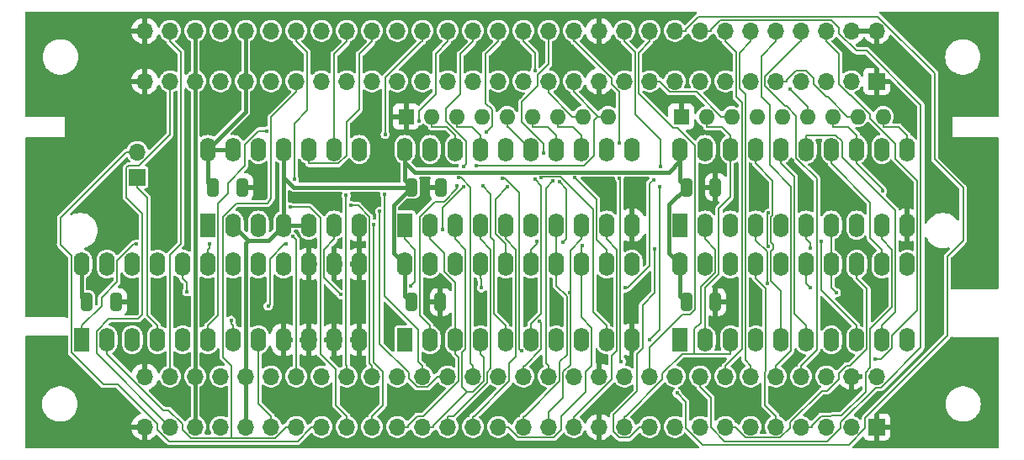
<source format=gbl>
G04 #@! TF.GenerationSoftware,KiCad,Pcbnew,7.0.1-0*
G04 #@! TF.CreationDate,2023-05-14T20:02:35+01:00*
G04 #@! TF.ProjectId,MegaCD-Connect BD Remake,4d656761-4344-42d4-936f-6e6e65637420,rev?*
G04 #@! TF.SameCoordinates,Original*
G04 #@! TF.FileFunction,Copper,L2,Bot*
G04 #@! TF.FilePolarity,Positive*
%FSLAX46Y46*%
G04 Gerber Fmt 4.6, Leading zero omitted, Abs format (unit mm)*
G04 Created by KiCad (PCBNEW 7.0.1-0) date 2023-05-14 20:02:35*
%MOMM*%
%LPD*%
G01*
G04 APERTURE LIST*
G04 Aperture macros list*
%AMRoundRect*
0 Rectangle with rounded corners*
0 $1 Rounding radius*
0 $2 $3 $4 $5 $6 $7 $8 $9 X,Y pos of 4 corners*
0 Add a 4 corners polygon primitive as box body*
4,1,4,$2,$3,$4,$5,$6,$7,$8,$9,$2,$3,0*
0 Add four circle primitives for the rounded corners*
1,1,$1+$1,$2,$3*
1,1,$1+$1,$4,$5*
1,1,$1+$1,$6,$7*
1,1,$1+$1,$8,$9*
0 Add four rect primitives between the rounded corners*
20,1,$1+$1,$2,$3,$4,$5,0*
20,1,$1+$1,$4,$5,$6,$7,0*
20,1,$1+$1,$6,$7,$8,$9,0*
20,1,$1+$1,$8,$9,$2,$3,0*%
G04 Aperture macros list end*
G04 #@! TA.AperFunction,ComponentPad*
%ADD10R,1.600000X2.400000*%
G04 #@! TD*
G04 #@! TA.AperFunction,ComponentPad*
%ADD11O,1.600000X2.400000*%
G04 #@! TD*
G04 #@! TA.AperFunction,ComponentPad*
%ADD12R,1.700000X1.700000*%
G04 #@! TD*
G04 #@! TA.AperFunction,ComponentPad*
%ADD13O,1.700000X1.700000*%
G04 #@! TD*
G04 #@! TA.AperFunction,ComponentPad*
%ADD14R,1.600000X1.600000*%
G04 #@! TD*
G04 #@! TA.AperFunction,ComponentPad*
%ADD15O,1.600000X1.600000*%
G04 #@! TD*
G04 #@! TA.AperFunction,SMDPad,CuDef*
%ADD16RoundRect,0.250000X-0.325000X-0.650000X0.325000X-0.650000X0.325000X0.650000X-0.325000X0.650000X0*%
G04 #@! TD*
G04 #@! TA.AperFunction,ViaPad*
%ADD17C,0.400000*%
G04 #@! TD*
G04 #@! TA.AperFunction,Conductor*
%ADD18C,0.400000*%
G04 #@! TD*
G04 #@! TA.AperFunction,Conductor*
%ADD19C,0.200000*%
G04 #@! TD*
G04 APERTURE END LIST*
D10*
X145288000Y-94615000D03*
D11*
X147828000Y-94615000D03*
X150368000Y-94615000D03*
X152908000Y-94615000D03*
X155448000Y-94615000D03*
X157988000Y-94615000D03*
X160528000Y-94615000D03*
X163068000Y-94615000D03*
X165608000Y-94615000D03*
X168148000Y-94615000D03*
X168148000Y-86995000D03*
X165608000Y-86995000D03*
X163068000Y-86995000D03*
X160528000Y-86995000D03*
X157988000Y-86995000D03*
X155448000Y-86995000D03*
X152908000Y-86995000D03*
X150368000Y-86995000D03*
X147828000Y-86995000D03*
X145288000Y-86995000D03*
D10*
X125476000Y-94615000D03*
D11*
X128016000Y-94615000D03*
X130556000Y-94615000D03*
X133096000Y-94615000D03*
X135636000Y-94615000D03*
X138176000Y-94615000D03*
X140716000Y-94615000D03*
X140716000Y-86995000D03*
X138176000Y-86995000D03*
X135636000Y-86995000D03*
X133096000Y-86995000D03*
X130556000Y-86995000D03*
X128016000Y-86995000D03*
X125476000Y-86995000D03*
D10*
X172974000Y-106172000D03*
D11*
X175514000Y-106172000D03*
X178054000Y-106172000D03*
X180594000Y-106172000D03*
X183134000Y-106172000D03*
X185674000Y-106172000D03*
X188214000Y-106172000D03*
X190754000Y-106172000D03*
X193294000Y-106172000D03*
X195834000Y-106172000D03*
X195834000Y-98552000D03*
X193294000Y-98552000D03*
X190754000Y-98552000D03*
X188214000Y-98552000D03*
X185674000Y-98552000D03*
X183134000Y-98552000D03*
X180594000Y-98552000D03*
X178054000Y-98552000D03*
X175514000Y-98552000D03*
X172974000Y-98552000D03*
D12*
X118364000Y-89794000D03*
D13*
X118364000Y-87254000D03*
D10*
X145288000Y-106172000D03*
D11*
X147828000Y-106172000D03*
X150368000Y-106172000D03*
X152908000Y-106172000D03*
X155448000Y-106172000D03*
X157988000Y-106172000D03*
X160528000Y-106172000D03*
X163068000Y-106172000D03*
X165608000Y-106172000D03*
X168148000Y-106172000D03*
X168148000Y-98552000D03*
X165608000Y-98552000D03*
X163068000Y-98552000D03*
X160528000Y-98552000D03*
X157988000Y-98552000D03*
X155448000Y-98552000D03*
X152908000Y-98552000D03*
X150368000Y-98552000D03*
X147828000Y-98552000D03*
X145288000Y-98552000D03*
D14*
X173101000Y-83693000D03*
D15*
X175641000Y-83693000D03*
X178181000Y-83693000D03*
X180721000Y-83693000D03*
X183261000Y-83693000D03*
X185801000Y-83693000D03*
X188341000Y-83693000D03*
X190881000Y-83693000D03*
X193421000Y-83693000D03*
D12*
X192786000Y-80137000D03*
D13*
X190246000Y-80137000D03*
X187706000Y-80137000D03*
X185166000Y-80137000D03*
X182626000Y-80137000D03*
X180086000Y-80137000D03*
X177546000Y-80137000D03*
X175006000Y-80137000D03*
X172466000Y-80137000D03*
X169926000Y-80137000D03*
X167386000Y-80137000D03*
X164846000Y-80137000D03*
X162306000Y-80137000D03*
X159766000Y-80137000D03*
X157226000Y-80137000D03*
X154686000Y-80137000D03*
X152146000Y-80137000D03*
X149606000Y-80137000D03*
X147066000Y-80137000D03*
X144526000Y-80137000D03*
X141986000Y-80137000D03*
X139446000Y-80137000D03*
X136906000Y-80137000D03*
X134366000Y-80137000D03*
X131826000Y-80137000D03*
X129286000Y-80137000D03*
X126746000Y-80137000D03*
X124206000Y-80137000D03*
X121666000Y-80137000D03*
X119126000Y-80137000D03*
X192786000Y-75057000D03*
X190246000Y-75057000D03*
X187706000Y-75057000D03*
X185166000Y-75057000D03*
X182626000Y-75057000D03*
X180086000Y-75057000D03*
X177546000Y-75057000D03*
X175006000Y-75057000D03*
X172466000Y-75057000D03*
X169926000Y-75057000D03*
X167386000Y-75057000D03*
X164846000Y-75057000D03*
X162306000Y-75057000D03*
X159766000Y-75057000D03*
X157226000Y-75057000D03*
X154686000Y-75057000D03*
X152146000Y-75057000D03*
X149606000Y-75057000D03*
X147066000Y-75057000D03*
X144526000Y-75057000D03*
X141986000Y-75057000D03*
X139446000Y-75057000D03*
X136906000Y-75057000D03*
X134366000Y-75057000D03*
X131826000Y-75057000D03*
X129286000Y-75057000D03*
X126746000Y-75057000D03*
X124206000Y-75057000D03*
X121666000Y-75057000D03*
X119126000Y-75057000D03*
D14*
X145415000Y-83693000D03*
D15*
X147955000Y-83693000D03*
X150495000Y-83693000D03*
X153035000Y-83693000D03*
X155575000Y-83693000D03*
X158115000Y-83693000D03*
X160655000Y-83693000D03*
X163195000Y-83693000D03*
X165735000Y-83693000D03*
D10*
X112776000Y-106162000D03*
D11*
X115316000Y-106162000D03*
X117856000Y-106162000D03*
X120396000Y-106162000D03*
X122936000Y-106162000D03*
X125476000Y-106162000D03*
X128016000Y-106162000D03*
X130556000Y-106162000D03*
X133096000Y-106162000D03*
X135636000Y-106162000D03*
X138176000Y-106162000D03*
X140716000Y-106162000D03*
X140716000Y-98542000D03*
X138176000Y-98542000D03*
X135636000Y-98542000D03*
X133096000Y-98542000D03*
X130556000Y-98542000D03*
X128016000Y-98542000D03*
X125476000Y-98542000D03*
X122936000Y-98542000D03*
X120396000Y-98542000D03*
X117856000Y-98542000D03*
X115316000Y-98542000D03*
X112776000Y-98542000D03*
D10*
X172974000Y-94615000D03*
D11*
X175514000Y-94615000D03*
X178054000Y-94615000D03*
X180594000Y-94615000D03*
X183134000Y-94615000D03*
X185674000Y-94615000D03*
X188214000Y-94615000D03*
X190754000Y-94615000D03*
X193294000Y-94615000D03*
X195834000Y-94615000D03*
X195834000Y-86995000D03*
X193294000Y-86995000D03*
X190754000Y-86995000D03*
X188214000Y-86995000D03*
X185674000Y-86995000D03*
X183134000Y-86995000D03*
X180594000Y-86995000D03*
X178054000Y-86995000D03*
X175514000Y-86995000D03*
X172974000Y-86995000D03*
D12*
X192786000Y-114935000D03*
D13*
X190246000Y-114935000D03*
X187706000Y-114935000D03*
X185166000Y-114935000D03*
X182626000Y-114935000D03*
X180086000Y-114935000D03*
X177546000Y-114935000D03*
X175006000Y-114935000D03*
X172466000Y-114935000D03*
X169926000Y-114935000D03*
X167386000Y-114935000D03*
X164846000Y-114935000D03*
X162306000Y-114935000D03*
X159766000Y-114935000D03*
X157226000Y-114935000D03*
X154686000Y-114935000D03*
X152146000Y-114935000D03*
X149606000Y-114935000D03*
X147066000Y-114935000D03*
X144526000Y-114935000D03*
X141986000Y-114935000D03*
X139446000Y-114935000D03*
X136906000Y-114935000D03*
X134366000Y-114935000D03*
X131826000Y-114935000D03*
X129286000Y-114935000D03*
X126746000Y-114935000D03*
X124206000Y-114935000D03*
X121666000Y-114935000D03*
X119126000Y-114935000D03*
X192786000Y-109855000D03*
X190246000Y-109855000D03*
X187706000Y-109855000D03*
X185166000Y-109855000D03*
X182626000Y-109855000D03*
X180086000Y-109855000D03*
X177546000Y-109855000D03*
X175006000Y-109855000D03*
X172466000Y-109855000D03*
X169926000Y-109855000D03*
X167386000Y-109855000D03*
X164846000Y-109855000D03*
X162306000Y-109855000D03*
X159766000Y-109855000D03*
X157226000Y-109855000D03*
X154686000Y-109855000D03*
X152146000Y-109855000D03*
X149606000Y-109855000D03*
X147066000Y-109855000D03*
X144526000Y-109855000D03*
X141986000Y-109855000D03*
X139446000Y-109855000D03*
X136906000Y-109855000D03*
X134366000Y-109855000D03*
X131826000Y-109855000D03*
X129286000Y-109855000D03*
X126746000Y-109855000D03*
X124206000Y-109855000D03*
X121666000Y-109855000D03*
X119126000Y-109855000D03*
D16*
X173609000Y-90805000D03*
X176559000Y-90805000D03*
X125989000Y-90805000D03*
X128939000Y-90805000D03*
X145972000Y-90805000D03*
X148922000Y-90805000D03*
X145923000Y-102362000D03*
X148873000Y-102362000D03*
X113289000Y-102362000D03*
X116239000Y-102362000D03*
X173609000Y-102362000D03*
X176559000Y-102362000D03*
D17*
X171196000Y-81915000D03*
X178435000Y-92583000D03*
X109347000Y-81280000D03*
X178943000Y-112268000D03*
X123444000Y-89789000D03*
X168402000Y-90551000D03*
X119761000Y-84328000D03*
X185166000Y-112268000D03*
X153035000Y-102616000D03*
X135382000Y-89789000D03*
X180594000Y-90678000D03*
X176530000Y-88900000D03*
X140589000Y-102743000D03*
X124968000Y-113157000D03*
X132461000Y-92202000D03*
X188087000Y-90551000D03*
X109347000Y-108458000D03*
X165354000Y-90043000D03*
X178308000Y-102362000D03*
X120650000Y-102743000D03*
X126238000Y-111760000D03*
X111633000Y-90932000D03*
X187579000Y-112522000D03*
X146431000Y-92456000D03*
X201549000Y-81534000D03*
X122047000Y-111760000D03*
X155321000Y-102616000D03*
X137160000Y-92202000D03*
X119126000Y-107823000D03*
X141478000Y-91821000D03*
X168148000Y-103886000D03*
X180594000Y-102362000D03*
X141478000Y-89789000D03*
X167640000Y-107950000D03*
X192151000Y-112649000D03*
X166243000Y-81661000D03*
X190881000Y-101981000D03*
X184277000Y-88138000D03*
X119888000Y-100203000D03*
X160528000Y-102616000D03*
X147447000Y-90932000D03*
X173863000Y-111379000D03*
X165862000Y-103886000D03*
X121412000Y-89789000D03*
X117983000Y-101727000D03*
X143510000Y-104648000D03*
X123444000Y-92964000D03*
X175133000Y-92583000D03*
X122936000Y-102743000D03*
X165735000Y-92583000D03*
X201422000Y-108585000D03*
X128016000Y-102743000D03*
X148971000Y-104140000D03*
X165227000Y-101346000D03*
X140081000Y-89789000D03*
X157988000Y-102616000D03*
X123444000Y-83820000D03*
X130683000Y-89789000D03*
X125730000Y-102743000D03*
X185547000Y-90551000D03*
X117348000Y-94742000D03*
X189865000Y-92075000D03*
X130556000Y-101981000D03*
X182880000Y-111887000D03*
X118290800Y-96534500D03*
X142179400Y-94529700D03*
X131380400Y-85132500D03*
X133340400Y-96534500D03*
X131533000Y-102780500D03*
X127834900Y-104188100D03*
X125641000Y-96534500D03*
X123350500Y-101344800D03*
X145875500Y-100770000D03*
X150552900Y-90692400D03*
X153137000Y-90699100D03*
X158389400Y-89990700D03*
X159029000Y-89848600D03*
X162369500Y-89814200D03*
X163140000Y-96693800D03*
X161223700Y-96305100D03*
X158566400Y-96285800D03*
X160856300Y-90278100D03*
X155633300Y-90782300D03*
X161833000Y-101410100D03*
X152996900Y-100949300D03*
X152510800Y-88636600D03*
X149098000Y-95093300D03*
X151207600Y-90758400D03*
X170431200Y-97015100D03*
X181808400Y-100508700D03*
X187171800Y-96220600D03*
X184042900Y-80951900D03*
X186089800Y-96925500D03*
X188720600Y-101434400D03*
X186089800Y-100949300D03*
X193351600Y-91188200D03*
X181864000Y-96745500D03*
X181871300Y-93417300D03*
X133734800Y-92812800D03*
X138848000Y-101632200D03*
X139389000Y-91607800D03*
X139865600Y-92649200D03*
X192601000Y-108120700D03*
X172673500Y-111541800D03*
X169899200Y-106189600D03*
X170934900Y-90722800D03*
X171025000Y-88724000D03*
X166878000Y-86354400D03*
X167072600Y-108326000D03*
X166885000Y-89884900D03*
X160217500Y-90161200D03*
X159258000Y-87406100D03*
X170318900Y-90045400D03*
X158844300Y-104299700D03*
X167472800Y-100949300D03*
X158378300Y-79086900D03*
X155101000Y-89884900D03*
X157058000Y-107302800D03*
X153449900Y-85272800D03*
X151173000Y-88724000D03*
X150695900Y-89860000D03*
X146709000Y-84158200D03*
X142779900Y-93229400D03*
X143317000Y-85484300D03*
X143236800Y-91527600D03*
X134011800Y-95758900D03*
X134178800Y-89997500D03*
D18*
X133096000Y-94615000D02*
X131569000Y-96142000D01*
X133096000Y-86995000D02*
X133096000Y-89789000D01*
X172974000Y-88138000D02*
X172974000Y-86995000D01*
X144161000Y-97425000D02*
X145288000Y-98552000D01*
X145288000Y-90121000D02*
X145972000Y-90805000D01*
X134112000Y-90805000D02*
X133096000Y-89789000D01*
X171847000Y-92567000D02*
X171847000Y-97425000D01*
X112776000Y-101849000D02*
X113289000Y-102362000D01*
X172974000Y-86995000D02*
X172974000Y-88138000D01*
X129543000Y-96142000D02*
X129286000Y-96399000D01*
X171831000Y-89281000D02*
X146304000Y-89281000D01*
X135636000Y-94615000D02*
X133096000Y-94615000D01*
X145972000Y-90805000D02*
X134112000Y-90805000D01*
X144161000Y-92616000D02*
X144161000Y-97425000D01*
X145288000Y-101727000D02*
X145923000Y-102362000D01*
X131569000Y-96142000D02*
X129543000Y-96142000D01*
X125476000Y-90292000D02*
X125989000Y-90805000D01*
X129543000Y-96142000D02*
X128016000Y-94615000D01*
X129286000Y-75057000D02*
X129286000Y-80137000D01*
X146304000Y-89281000D02*
X145288000Y-88265000D01*
X145288000Y-98552000D02*
X145288000Y-101727000D01*
X125476000Y-86995000D02*
X125476000Y-90292000D01*
X129286000Y-109855000D02*
X129286000Y-114935000D01*
X173609000Y-90805000D02*
X172974000Y-90170000D01*
X172974000Y-88138000D02*
X171831000Y-89281000D01*
X172974000Y-90170000D02*
X172974000Y-88138000D01*
X173609000Y-90805000D02*
X171847000Y-92567000D01*
X129286000Y-80137000D02*
X129286000Y-83185000D01*
X173609000Y-102362000D02*
X172974000Y-101727000D01*
X133096000Y-89789000D02*
X133096000Y-94615000D01*
X145288000Y-86995000D02*
X145288000Y-88265000D01*
X129286000Y-96399000D02*
X129286000Y-109855000D01*
X171847000Y-97425000D02*
X172974000Y-98552000D01*
X145972000Y-90805000D02*
X144161000Y-92616000D01*
X112776000Y-98542000D02*
X112776000Y-101849000D01*
X172974000Y-101727000D02*
X172974000Y-98552000D01*
X129286000Y-83185000D02*
X125476000Y-86995000D01*
X145288000Y-88265000D02*
X145288000Y-90121000D01*
X125476000Y-86995000D02*
X128016000Y-86995000D01*
D19*
X117979000Y-96534500D02*
X118290800Y-96534500D01*
X112776000Y-104734900D02*
X114764000Y-102746900D01*
X116343200Y-100348600D02*
X116343200Y-98170300D01*
X116343200Y-98170300D02*
X117979000Y-96534500D01*
X114764000Y-102746900D02*
X114764000Y-101927800D01*
X114764000Y-101927800D02*
X116343200Y-100348600D01*
X112776000Y-106162000D02*
X112776000Y-104734900D01*
X128311500Y-92460300D02*
X131445000Y-92456167D01*
X126982700Y-93789100D02*
X128311500Y-92460300D01*
X126982700Y-107928100D02*
X126982700Y-93789100D01*
X133288900Y-115046600D02*
X133288900Y-114935000D01*
X115316000Y-107589100D02*
X120980700Y-113253800D01*
X127830300Y-116055300D02*
X127830300Y-108775700D01*
X122936000Y-114667500D02*
X122936000Y-115255900D01*
X127830300Y-116055300D02*
X132280200Y-116055300D01*
X123735400Y-116055300D02*
X127830300Y-116055300D01*
X120980700Y-113253800D02*
X121522300Y-113253800D01*
X134366000Y-81214100D02*
X134366000Y-80137000D01*
X121522300Y-113253800D02*
X122936000Y-114667500D01*
X131853300Y-91948000D02*
X131853300Y-83726800D01*
X132280200Y-116055300D02*
X133288900Y-115046600D01*
X122936000Y-115255900D02*
X123735400Y-116055300D01*
X115316000Y-106162000D02*
X115316000Y-107589100D01*
X134366000Y-114935000D02*
X133288900Y-114935000D01*
X131853300Y-83726800D02*
X134366000Y-81214100D01*
X131445000Y-92456167D02*
X131853300Y-91948000D01*
X127830300Y-108775700D02*
X126982700Y-107928100D01*
X143114200Y-112729700D02*
X143114200Y-109344600D01*
X141986000Y-114935000D02*
X141986000Y-113857900D01*
X143114200Y-109344600D02*
X142179400Y-108409800D01*
X141986000Y-113857900D02*
X143114200Y-112729700D01*
X142179400Y-108409800D02*
X142179400Y-94529700D01*
X118364000Y-89794000D02*
X118364000Y-90871100D01*
X119368900Y-91876000D02*
X118364000Y-90871100D01*
X120396000Y-104734900D02*
X119368900Y-103707800D01*
X120396000Y-106162000D02*
X120396000Y-104734900D01*
X119368900Y-103707800D02*
X119368900Y-91876000D01*
X129170300Y-88669500D02*
X129170300Y-86526700D01*
X127464000Y-90375800D02*
X129170300Y-88669500D01*
X126503200Y-92422100D02*
X127464000Y-91461300D01*
X126503200Y-103707700D02*
X126503200Y-92422100D01*
X129170300Y-86526700D02*
X130564500Y-85132500D01*
X125476000Y-106162000D02*
X125476000Y-104734900D01*
X125476000Y-104734900D02*
X126503200Y-103707700D01*
X127464000Y-91461300D02*
X127464000Y-90375800D01*
X130564500Y-85132500D02*
X131380400Y-85132500D01*
X131710300Y-102603200D02*
X131710300Y-98033300D01*
X131710300Y-98033300D02*
X133209100Y-96534500D01*
X128016000Y-104734900D02*
X127834900Y-104553800D01*
X133209100Y-96534500D02*
X133340400Y-96534500D01*
X131533000Y-102780500D02*
X131710300Y-102603200D01*
X127834900Y-104553800D02*
X127834900Y-104188100D01*
X128016000Y-106162000D02*
X128016000Y-104734900D01*
X130556000Y-112587900D02*
X131826000Y-113857900D01*
X131826000Y-114935000D02*
X131826000Y-113857900D01*
X130556000Y-106162000D02*
X130556000Y-112587900D01*
X125476000Y-97114900D02*
X125641000Y-96949900D01*
X125641000Y-96949900D02*
X125641000Y-96534500D01*
X125476000Y-98542000D02*
X125476000Y-97114900D01*
X123350500Y-100383600D02*
X123350500Y-101344800D01*
X122936000Y-98542000D02*
X122936000Y-99969100D01*
X122936000Y-99969100D02*
X123350500Y-100383600D01*
X145288000Y-94615000D02*
X145288000Y-96042100D01*
X146315100Y-100330400D02*
X146315100Y-97069200D01*
X146315100Y-97069200D02*
X145288000Y-96042100D01*
X145875500Y-100770000D02*
X146315100Y-100330400D01*
X150368000Y-86995000D02*
X150368000Y-85567900D01*
X150552900Y-90927500D02*
X149218000Y-92262400D01*
X150552900Y-90692400D02*
X150552900Y-90927500D01*
X147955000Y-83693000D02*
X147955000Y-84720100D01*
X149520200Y-84720100D02*
X150368000Y-85567900D01*
X146795200Y-103712100D02*
X147828000Y-104744900D01*
X147955000Y-84720100D02*
X149520200Y-84720100D01*
X149218000Y-92262400D02*
X148311500Y-92262400D01*
X148311500Y-92262400D02*
X146795200Y-93778700D01*
X147828000Y-106172000D02*
X147828000Y-104744900D01*
X146795200Y-93778700D02*
X146795200Y-103712100D01*
X150726100Y-110309700D02*
X150726100Y-107957200D01*
X144526000Y-114935000D02*
X145603100Y-114935000D01*
X149255100Y-99291800D02*
X150368000Y-100404700D01*
X150368000Y-106172000D02*
X150368000Y-107599100D01*
X149255100Y-97469200D02*
X149255100Y-99291800D01*
X147828000Y-96042100D02*
X149255100Y-97469200D01*
X150726100Y-107957200D02*
X150368000Y-107599100D01*
X145603100Y-114935000D02*
X145603100Y-114800200D01*
X145603100Y-114800200D02*
X146545400Y-113857900D01*
X147828000Y-94615000D02*
X147828000Y-96042100D01*
X146545400Y-113857900D02*
X147177900Y-113857900D01*
X147177900Y-113857900D02*
X150726100Y-110309700D01*
X150368000Y-100404700D02*
X150368000Y-106172000D01*
X151542900Y-111400400D02*
X148143100Y-114800200D01*
X152168100Y-111400400D02*
X151542900Y-111400400D01*
X151542900Y-111400400D02*
X151053300Y-110910800D01*
X151413700Y-97087800D02*
X150368000Y-96042100D01*
X150368000Y-94615000D02*
X150368000Y-96042100D01*
X151053300Y-107465200D02*
X151413700Y-107104800D01*
X148143100Y-114800200D02*
X148143100Y-114935000D01*
X151053300Y-110910800D02*
X151053300Y-107465200D01*
X152908000Y-106172000D02*
X152908000Y-107599100D01*
X151413700Y-107104800D02*
X151413700Y-97087800D01*
X153230600Y-110337900D02*
X152168100Y-111400400D01*
X153230600Y-107921700D02*
X153230600Y-110337900D01*
X147066000Y-114935000D02*
X148143100Y-114935000D01*
X152908000Y-107599100D02*
X153230600Y-107921700D01*
X154266000Y-96197700D02*
X154266000Y-103562900D01*
X155448000Y-106172000D02*
X155448000Y-104744900D01*
X154266000Y-103562900D02*
X155448000Y-104744900D01*
X150495000Y-84720100D02*
X152060200Y-84720100D01*
X152908000Y-86995000D02*
X152908000Y-85567900D01*
X153935200Y-91497300D02*
X153935200Y-95866900D01*
X152060200Y-84720100D02*
X152908000Y-85567900D01*
X153935200Y-95866900D02*
X154266000Y-96197700D01*
X153137000Y-90699100D02*
X153935200Y-91497300D01*
X150495000Y-83693000D02*
X150495000Y-84720100D01*
X159031600Y-90632900D02*
X159031600Y-103508500D01*
X158389400Y-89990700D02*
X159031600Y-90632900D01*
X159031600Y-103508500D02*
X157988000Y-104552100D01*
X157988000Y-104552100D02*
X157988000Y-104744900D01*
X157988000Y-106172000D02*
X157988000Y-104744900D01*
X153938800Y-97072900D02*
X153938800Y-109062400D01*
X149606000Y-114935000D02*
X149606000Y-113857900D01*
X152908000Y-94615000D02*
X152908000Y-96042100D01*
X153557800Y-110495100D02*
X150195000Y-113857900D01*
X150195000Y-113857900D02*
X149606000Y-113857900D01*
X153938800Y-109062400D02*
X153557800Y-109443400D01*
X153557800Y-109443400D02*
X153557800Y-110495100D01*
X152908000Y-96042100D02*
X153938800Y-97072900D01*
X155790700Y-110347800D02*
X152280600Y-113857900D01*
X155790700Y-108531500D02*
X155790700Y-110347800D01*
X155448000Y-96042100D02*
X156476500Y-97070600D01*
X155448000Y-94615000D02*
X155448000Y-96042100D01*
X156476500Y-97070600D02*
X156476500Y-107845700D01*
X156476500Y-107845700D02*
X155790700Y-108531500D01*
X152146000Y-114935000D02*
X152146000Y-113857900D01*
X152280600Y-113857900D02*
X152146000Y-113857900D01*
X160916300Y-89734100D02*
X159143500Y-89734100D01*
X165608000Y-106172000D02*
X165608000Y-104744900D01*
X159143500Y-89734100D02*
X159029000Y-89848600D01*
X164229400Y-93047200D02*
X160916300Y-89734100D01*
X165608000Y-104744900D02*
X164229400Y-103366300D01*
X155575000Y-84720100D02*
X155713100Y-84720100D01*
X164229400Y-103366300D02*
X164229400Y-93047200D01*
X155575000Y-83693000D02*
X155575000Y-84720100D01*
X155713100Y-84720100D02*
X157988000Y-86995000D01*
X160528000Y-86995000D02*
X160528000Y-85567900D01*
X158115000Y-83693000D02*
X158115000Y-84720100D01*
X158115000Y-84720100D02*
X159680200Y-84720100D01*
X164580900Y-92025600D02*
X162369500Y-89814200D01*
X165608000Y-97124900D02*
X164580900Y-96097800D01*
X164580900Y-96097800D02*
X164580900Y-92025600D01*
X165608000Y-98552000D02*
X165608000Y-97124900D01*
X159680200Y-84720100D02*
X160528000Y-85567900D01*
X164109000Y-108764000D02*
X164109000Y-104951600D01*
X164109000Y-104951600D02*
X163068000Y-103910600D01*
X161027800Y-113884500D02*
X163460300Y-111452000D01*
X163068000Y-103910600D02*
X163068000Y-98552000D01*
X155763100Y-115069600D02*
X156710300Y-116016800D01*
X163068000Y-98552000D02*
X163068000Y-96765800D01*
X156710300Y-116016800D02*
X160230700Y-116016800D01*
X161027800Y-115219700D02*
X161027800Y-113884500D01*
X163068000Y-96765800D02*
X163140000Y-96693800D01*
X154686000Y-114935000D02*
X155763100Y-114935000D01*
X160230700Y-116016800D02*
X161027800Y-115219700D01*
X163460300Y-111452000D02*
X163460300Y-109412700D01*
X155763100Y-114935000D02*
X155763100Y-115069600D01*
X163460300Y-109412700D02*
X164109000Y-108764000D01*
X157226000Y-114935000D02*
X157226000Y-113857900D01*
X160873800Y-110344700D02*
X157360600Y-113857900D01*
X160873800Y-108383900D02*
X160873800Y-110344700D01*
X160528000Y-98552000D02*
X160528000Y-94615000D01*
X160528000Y-98552000D02*
X160528000Y-99979100D01*
X161590900Y-107666800D02*
X160873800Y-108383900D01*
X157360600Y-113857900D02*
X157226000Y-113857900D01*
X160528000Y-100709000D02*
X161590900Y-101771900D01*
X161590900Y-101771900D02*
X161590900Y-107666800D01*
X160528000Y-99979100D02*
X160528000Y-100709000D01*
X160655000Y-84720100D02*
X162220200Y-84720100D01*
X157988000Y-97124900D02*
X158566400Y-96546500D01*
X161555200Y-90977000D02*
X160856300Y-90278100D01*
X162220200Y-84720100D02*
X163068000Y-85567900D01*
X161223700Y-96305100D02*
X161555200Y-95973600D01*
X157988000Y-98552000D02*
X157988000Y-97124900D01*
X158566400Y-96546500D02*
X158566400Y-96285800D01*
X160655000Y-83693000D02*
X160655000Y-84720100D01*
X163068000Y-86995000D02*
X163068000Y-85567900D01*
X161555200Y-95973600D02*
X161555200Y-90977000D01*
X163195000Y-83693000D02*
X162167900Y-83693000D01*
X155448000Y-96504800D02*
X155448000Y-98552000D01*
X159766000Y-80137000D02*
X159766000Y-81214100D01*
X159766000Y-81214100D02*
X159766000Y-81291100D01*
X154407100Y-95463900D02*
X155448000Y-96504800D01*
X154407100Y-92008500D02*
X154407100Y-95463900D01*
X155633300Y-90782300D02*
X154407100Y-92008500D01*
X159766000Y-81291100D02*
X162167900Y-83693000D01*
X152908000Y-99979100D02*
X152996900Y-100068000D01*
X161919300Y-101410100D02*
X161919300Y-97190800D01*
X161201000Y-112028100D02*
X161201000Y-109413100D01*
X152996900Y-100068000D02*
X152996900Y-100949300D01*
X161201000Y-109413100D02*
X161919300Y-108694800D01*
X159766000Y-113463100D02*
X161201000Y-112028100D01*
X161833000Y-101410100D02*
X161919300Y-101410100D01*
X161919300Y-108694800D02*
X161919300Y-101410100D01*
X159766000Y-114935000D02*
X159766000Y-113463100D01*
X161919300Y-97190800D02*
X163068000Y-96042100D01*
X152908000Y-98552000D02*
X152908000Y-99979100D01*
X163068000Y-94615000D02*
X163068000Y-96042100D01*
X165608000Y-94615000D02*
X165608000Y-96042100D01*
X165608000Y-96042100D02*
X166651200Y-97085300D01*
X166651200Y-97085300D02*
X166651200Y-107256800D01*
X162306000Y-114935000D02*
X162306000Y-113857900D01*
X166651200Y-107256800D02*
X166116000Y-107792000D01*
X162417600Y-113857900D02*
X162306000Y-113857900D01*
X166116000Y-107792000D02*
X166116000Y-110159500D01*
X166116000Y-110159500D02*
X162417600Y-113857900D01*
X162306000Y-80137000D02*
X162306000Y-81214100D01*
X149098000Y-92868000D02*
X149098000Y-95093300D01*
X151207600Y-90758400D02*
X149098000Y-92868000D01*
X162306000Y-81214100D02*
X164707900Y-83616000D01*
X163306300Y-88636600D02*
X152510800Y-88636600D01*
X164707900Y-83693000D02*
X164338000Y-84062900D01*
X164338000Y-84062900D02*
X164338000Y-87604900D01*
X164707900Y-83616000D02*
X164707900Y-83693000D01*
X164338000Y-87604900D02*
X163306300Y-88636600D01*
X165735000Y-83693000D02*
X164726200Y-83693000D01*
X164726200Y-83693000D02*
X164707900Y-83693000D01*
X175514000Y-100934500D02*
X176899800Y-99548700D01*
X178054000Y-91764100D02*
X178054000Y-88422100D01*
X175641000Y-83693000D02*
X175641000Y-84720100D01*
X176899800Y-92918300D02*
X178054000Y-91764100D01*
X177206200Y-84720100D02*
X178054000Y-85567900D01*
X175514000Y-106172000D02*
X175514000Y-100934500D01*
X176899800Y-99548700D02*
X176899800Y-92918300D01*
X178054000Y-86995000D02*
X178054000Y-85567900D01*
X178054000Y-86995000D02*
X178054000Y-88422100D01*
X175641000Y-84720100D02*
X177206200Y-84720100D01*
X171196000Y-110182500D02*
X171196000Y-109584700D01*
X178054000Y-106172000D02*
X178054000Y-107599100D01*
X174434300Y-105107100D02*
X174434300Y-107599100D01*
X171196000Y-109584700D02*
X173181600Y-107599100D01*
X167386000Y-113857900D02*
X167520600Y-113857900D01*
X173181600Y-107599100D02*
X174434300Y-107599100D01*
X176541200Y-97069300D02*
X176541200Y-99377500D01*
X167520600Y-113857900D02*
X171196000Y-110182500D01*
X175107500Y-100811200D02*
X175107500Y-104433900D01*
X174434300Y-107599100D02*
X178054000Y-107599100D01*
X175107500Y-104433900D02*
X174434300Y-105107100D01*
X176541200Y-99377500D02*
X175107500Y-100811200D01*
X167386000Y-114935000D02*
X167386000Y-113857900D01*
X175514000Y-96042100D02*
X176541200Y-97069300D01*
X175514000Y-94615000D02*
X175514000Y-96042100D01*
X169926000Y-114935000D02*
X168848900Y-114935000D01*
X168848900Y-114935000D02*
X168848900Y-115069600D01*
X168848900Y-115069600D02*
X167900700Y-116017800D01*
X169207900Y-102668200D02*
X170431200Y-101444900D01*
X168656000Y-107574000D02*
X169207900Y-107022100D01*
X166308800Y-115419700D02*
X166308800Y-113695000D01*
X169207900Y-107022100D02*
X169207900Y-102668200D01*
X170431200Y-101444900D02*
X170431200Y-97015100D01*
X166906900Y-116017800D02*
X166308800Y-115419700D01*
X166308800Y-113695000D02*
X168656000Y-111347800D01*
X168656000Y-111347800D02*
X168656000Y-107574000D01*
X167900700Y-116017800D02*
X166906900Y-116017800D01*
X182106900Y-97253300D02*
X182332600Y-97027600D01*
X177153900Y-83693000D02*
X174675000Y-81214100D01*
X171003100Y-80260000D02*
X171003100Y-80137000D01*
X182298400Y-93594200D02*
X182298400Y-90126500D01*
X174675000Y-81214100D02*
X171957200Y-81214100D01*
X182106900Y-93785700D02*
X182298400Y-93594200D01*
X182332600Y-97027600D02*
X182332600Y-96610100D01*
X182106900Y-100203200D02*
X182106900Y-97253300D01*
X183134000Y-106172000D02*
X183134000Y-101230300D01*
X182298400Y-90126500D02*
X180594000Y-88422100D01*
X182332600Y-96610100D02*
X182106900Y-96384400D01*
X183134000Y-101230300D02*
X182106900Y-100203200D01*
X178181000Y-83693000D02*
X177153900Y-83693000D01*
X171957200Y-81214100D02*
X171003100Y-80260000D01*
X182106900Y-96384400D02*
X182106900Y-93785700D01*
X169926000Y-80137000D02*
X171003100Y-80137000D01*
X180594000Y-86995000D02*
X180594000Y-88422100D01*
X183134000Y-86995000D02*
X183134000Y-88422100D01*
X184492600Y-103563500D02*
X185674000Y-104744900D01*
X184492600Y-89780700D02*
X184492600Y-103563500D01*
X185674000Y-106172000D02*
X185674000Y-104744900D01*
X183134000Y-88422100D02*
X184492600Y-89780700D01*
X181748100Y-97297200D02*
X181748100Y-100448400D01*
X181748100Y-100448400D02*
X181808400Y-100508700D01*
X180594000Y-94615000D02*
X180594000Y-96042100D01*
X180594000Y-96143100D02*
X181748100Y-97297200D01*
X180594000Y-96042100D02*
X180594000Y-96143100D01*
X190754000Y-106172000D02*
X190754000Y-104744900D01*
X187171800Y-101162700D02*
X190754000Y-104744900D01*
X187171800Y-96220600D02*
X187171800Y-101162700D01*
X189310500Y-86225600D02*
X189310500Y-87757700D01*
X188652800Y-85567900D02*
X189310500Y-86225600D01*
X193294000Y-106172000D02*
X193294000Y-104744900D01*
X185674000Y-85567900D02*
X188652800Y-85567900D01*
X194652900Y-103386000D02*
X193294000Y-104744900D01*
X185674000Y-86995000D02*
X185674000Y-85567900D01*
X189310500Y-87757700D02*
X194652900Y-93100100D01*
X194652900Y-93100100D02*
X194652900Y-103386000D01*
X192120600Y-95951500D02*
X193294000Y-97124900D01*
X184042900Y-80951900D02*
X185756900Y-82665900D01*
X188214000Y-88422100D02*
X192120600Y-92328700D01*
X185801000Y-83693000D02*
X185801000Y-82665900D01*
X188214000Y-86995000D02*
X188214000Y-88422100D01*
X192120600Y-92328700D02*
X192120600Y-95951500D01*
X185756900Y-82665900D02*
X185801000Y-82665900D01*
X193294000Y-98552000D02*
X193294000Y-97124900D01*
X187788900Y-111314300D02*
X188976000Y-110127200D01*
X186089800Y-96457900D02*
X186089800Y-96925500D01*
X184059500Y-115036400D02*
X184059500Y-114503900D01*
X185674000Y-94615000D02*
X185674000Y-96042100D01*
X191793200Y-101018300D02*
X190754000Y-99979100D01*
X185674000Y-96042100D02*
X186089800Y-96457900D01*
X191793200Y-107068900D02*
X191793200Y-101018300D01*
X177546000Y-114935000D02*
X178623100Y-114935000D01*
X179568200Y-116014700D02*
X183081200Y-116014700D01*
X183081200Y-116014700D02*
X184059500Y-115036400D01*
X190084200Y-108777900D02*
X191793200Y-107068900D01*
X188976000Y-110127200D02*
X188976000Y-109514000D01*
X184059500Y-114503900D02*
X187249100Y-111314300D01*
X178623100Y-115069600D02*
X179568200Y-116014700D01*
X187249100Y-111314300D02*
X187788900Y-111314300D01*
X188976000Y-109514000D02*
X189712100Y-108777900D01*
X178623100Y-114935000D02*
X178623100Y-115069600D01*
X190754000Y-98552000D02*
X190754000Y-99979100D01*
X189712100Y-108777900D02*
X190084200Y-108777900D01*
X188214000Y-94615000D02*
X188214000Y-98552000D01*
X188214000Y-100927800D02*
X188214000Y-98552000D01*
X188720600Y-101434400D02*
X188214000Y-100927800D01*
X186089800Y-100949300D02*
X185674000Y-100533500D01*
X185674000Y-100533500D02*
X185674000Y-98552000D01*
X188341000Y-83693000D02*
X188341000Y-84720100D01*
X190754000Y-88422100D02*
X193351600Y-91019700D01*
X188341000Y-84720100D02*
X189906200Y-84720100D01*
X193351600Y-91019700D02*
X193351600Y-91188200D01*
X189906200Y-84720100D02*
X190754000Y-85567900D01*
X190754000Y-86995000D02*
X190754000Y-85567900D01*
X190754000Y-86995000D02*
X190754000Y-88422100D01*
X181871300Y-93417300D02*
X181779700Y-93508900D01*
X190881000Y-83693000D02*
X189853900Y-83693000D01*
X181779700Y-93508900D02*
X181779700Y-96661200D01*
X183703100Y-80137000D02*
X183703100Y-80002400D01*
X185674000Y-79048400D02*
X186436000Y-79810400D01*
X184657100Y-79048400D02*
X185674000Y-79048400D01*
X181779700Y-96661200D02*
X181864000Y-96745500D01*
X183703100Y-80002400D02*
X184657100Y-79048400D01*
X186436000Y-79810400D02*
X186436000Y-80414600D01*
X182626000Y-80137000D02*
X183703100Y-80137000D01*
X187833400Y-81672500D02*
X189853900Y-83693000D01*
X187693900Y-81672500D02*
X187833400Y-81672500D01*
X186436000Y-80414600D02*
X187693900Y-81672500D01*
X180594000Y-99979100D02*
X181621200Y-101006300D01*
X181621200Y-109336200D02*
X181514000Y-109443400D01*
X180594000Y-98552000D02*
X180594000Y-99979100D01*
X181514000Y-109443400D02*
X181514000Y-112745900D01*
X182626000Y-114935000D02*
X182626000Y-113857900D01*
X181514000Y-112745900D02*
X182626000Y-113857900D01*
X181621200Y-101006300D02*
X181621200Y-109336200D01*
X192120600Y-108997000D02*
X192120600Y-105101000D01*
X185166000Y-114935000D02*
X186243100Y-114935000D01*
X186243100Y-114935000D02*
X186243100Y-114800200D01*
X194325800Y-97073900D02*
X193294000Y-96042100D01*
X192120600Y-105101000D02*
X194325800Y-102895800D01*
X194325800Y-102895800D02*
X194325800Y-97073900D01*
X186243100Y-114800200D02*
X187185400Y-113857900D01*
X189230000Y-113809265D02*
X191681200Y-111379000D01*
X191681200Y-111379000D02*
X191681200Y-109436400D01*
X187185400Y-113857900D02*
X189230000Y-113809265D01*
X191681200Y-109436400D02*
X192120600Y-108997000D01*
X193294000Y-96042100D02*
X193294000Y-94615000D01*
X194986200Y-84720100D02*
X195834000Y-85567900D01*
X193421000Y-84720100D02*
X194986200Y-84720100D01*
X193421000Y-83693000D02*
X193421000Y-84720100D01*
X195834000Y-86995000D02*
X195834000Y-85567900D01*
X138368900Y-109154300D02*
X136784700Y-107570100D01*
X139446000Y-113857900D02*
X138368900Y-112780800D01*
X136784700Y-93893700D02*
X135703800Y-92812800D01*
X135703800Y-92812800D02*
X133734800Y-92812800D01*
X136784700Y-107570100D02*
X136784700Y-93893700D01*
X138368900Y-112780800D02*
X138368900Y-109154300D01*
X139446000Y-114935000D02*
X139446000Y-113857900D01*
X138176000Y-94615000D02*
X138176000Y-96042100D01*
X137138700Y-97079400D02*
X138176000Y-96042100D01*
X137138700Y-99922900D02*
X137138700Y-97079400D01*
X138848000Y-101632200D02*
X137138700Y-99922900D01*
X139446000Y-109855000D02*
X139446000Y-108777900D01*
X139389000Y-91607800D02*
X139389000Y-108720900D01*
X139446000Y-75057000D02*
X139446000Y-76134100D01*
X139389000Y-108720900D02*
X139446000Y-108777900D01*
X138176000Y-77404100D02*
X139446000Y-76134100D01*
X138176000Y-86995000D02*
X138176000Y-77404100D01*
X141752300Y-93798500D02*
X141752300Y-108544200D01*
X139865600Y-92649200D02*
X140603000Y-92649200D01*
X141752300Y-108544200D02*
X141986000Y-108777900D01*
X140716000Y-77404100D02*
X141986000Y-76134100D01*
X141986000Y-109855000D02*
X141986000Y-108777900D01*
X139446000Y-84200600D02*
X140716000Y-82930600D01*
X135636000Y-88422100D02*
X138621600Y-88422100D01*
X138621600Y-88422100D02*
X139446000Y-87597700D01*
X140716000Y-82930600D02*
X140716000Y-77404100D01*
X141986000Y-75057000D02*
X141986000Y-76134100D01*
X140603000Y-92649200D02*
X141752300Y-93798500D01*
X139446000Y-87597700D02*
X139446000Y-84200600D01*
X135636000Y-86995000D02*
X135636000Y-88422100D01*
X188976000Y-77404100D02*
X188976000Y-80402400D01*
X196869300Y-90157300D02*
X196869300Y-103165600D01*
X194679800Y-87967800D02*
X196869300Y-90157300D01*
X193198500Y-108120700D02*
X192601000Y-108120700D01*
X188976000Y-80402400D02*
X190108700Y-81535100D01*
X196869300Y-103165600D02*
X194321200Y-105713700D01*
X192138600Y-83484100D02*
X192138600Y-83900500D01*
X194679800Y-86441700D02*
X194679800Y-87967800D01*
X194321200Y-105713700D02*
X194321200Y-106998000D01*
X192138600Y-83900500D02*
X194679800Y-86441700D01*
X190189600Y-81535100D02*
X192138600Y-83484100D01*
X190108700Y-81535100D02*
X190189600Y-81535100D01*
X194321200Y-106998000D02*
X193198500Y-108120700D01*
X187706000Y-75057000D02*
X187706000Y-76134100D01*
X187706000Y-76134100D02*
X188976000Y-77404100D01*
X183676400Y-82651600D02*
X184646900Y-83622100D01*
X185031400Y-76134100D02*
X181535500Y-79630000D01*
X183586400Y-82651600D02*
X183676400Y-82651600D01*
X181535500Y-79630000D02*
X181535500Y-80600700D01*
X181535500Y-80600700D02*
X183586400Y-82651600D01*
X186736500Y-107207400D02*
X185166000Y-108777900D01*
X185166000Y-75057000D02*
X185166000Y-76134100D01*
X184646900Y-83622100D02*
X184646900Y-87855100D01*
X185166000Y-109855000D02*
X185166000Y-108777900D01*
X185166000Y-76134100D02*
X185031400Y-76134100D01*
X184646900Y-87855100D02*
X186736500Y-89944700D01*
X186736500Y-89944700D02*
X186736500Y-107207400D01*
X181163200Y-77596900D02*
X182626000Y-76134100D01*
X182626000Y-109855000D02*
X182626000Y-108777900D01*
X182626000Y-75057000D02*
X182626000Y-76134100D01*
X181163200Y-81703800D02*
X181163200Y-77596900D01*
X184165400Y-107238500D02*
X184165400Y-90764400D01*
X182626000Y-108777900D02*
X184165400Y-107238500D01*
X181991000Y-82531600D02*
X181163200Y-81703800D01*
X181991000Y-88590000D02*
X181991000Y-82531600D01*
X184165400Y-90764400D02*
X181991000Y-88590000D01*
X180086000Y-76134100D02*
X178954600Y-77265500D01*
X179537300Y-108229200D02*
X180086000Y-108777900D01*
X179537300Y-81415300D02*
X179537300Y-108229200D01*
X180086000Y-109855000D02*
X180086000Y-108777900D01*
X178954600Y-77265500D02*
X178954600Y-80832600D01*
X180086000Y-75057000D02*
X180086000Y-76134100D01*
X178954600Y-80832600D02*
X179537300Y-81415300D01*
X179210200Y-107113700D02*
X179210200Y-82316200D01*
X179210200Y-82316200D02*
X178627400Y-81733400D01*
X178627400Y-77215500D02*
X177546000Y-76134100D01*
X177546000Y-108777900D02*
X179210200Y-107113700D01*
X177546000Y-75057000D02*
X177546000Y-76134100D01*
X177546000Y-109855000D02*
X177546000Y-108777900D01*
X178627400Y-81733400D02*
X178627400Y-77215500D01*
X191779200Y-77076900D02*
X190729700Y-77076900D01*
X175006000Y-109855000D02*
X175006000Y-110932100D01*
X193195900Y-110973500D02*
X197219700Y-106949700D01*
X175006000Y-75057000D02*
X176083100Y-75057000D01*
X176083100Y-115000500D02*
X177455100Y-116372500D01*
X177070200Y-73958300D02*
X176083100Y-74945400D01*
X197219700Y-106949700D02*
X197219700Y-82517400D01*
X192681500Y-110973500D02*
X193195900Y-110973500D01*
X175006000Y-110932100D02*
X176083100Y-112009200D01*
X189168800Y-115013700D02*
X189168800Y-114486200D01*
X188965200Y-75312400D02*
X188965200Y-74724600D01*
X187810000Y-116372500D02*
X189168800Y-115013700D01*
X188965200Y-74724600D02*
X188198900Y-73958300D01*
X188198900Y-73958300D02*
X177070200Y-73958300D01*
X197219700Y-82517400D02*
X191779200Y-77076900D01*
X190729700Y-77076900D02*
X188965200Y-75312400D01*
X176083100Y-74945400D02*
X176083100Y-75057000D01*
X189168800Y-114486200D02*
X192681500Y-110973500D01*
X177455100Y-116372500D02*
X187810000Y-116372500D01*
X176083100Y-112009200D02*
X176083100Y-115000500D01*
X198609500Y-79349000D02*
X192891600Y-73631100D01*
X174857400Y-73631100D02*
X173543100Y-74945400D01*
X199900800Y-105743600D02*
X199900800Y-97759100D01*
X189976300Y-116751200D02*
X191631800Y-115095700D01*
X199900800Y-97759100D02*
X201465400Y-96194500D01*
X172466000Y-75057000D02*
X173543100Y-75057000D01*
X175259000Y-116751200D02*
X189976300Y-116751200D01*
X173543200Y-112411500D02*
X173543200Y-115035400D01*
X172673500Y-111541800D02*
X173543200Y-112411500D01*
X192891600Y-73631100D02*
X174857400Y-73631100D01*
X173543100Y-74945400D02*
X173543100Y-75057000D01*
X201465400Y-96194500D02*
X201465400Y-90837500D01*
X191631800Y-115095700D02*
X191631800Y-114012600D01*
X191631800Y-114012600D02*
X199900800Y-105743600D01*
X198609500Y-87981600D02*
X198609500Y-79349000D01*
X201465400Y-90837500D02*
X198609500Y-87981600D01*
X173543200Y-115035400D02*
X175259000Y-116751200D01*
X174469500Y-103158300D02*
X174469500Y-86592400D01*
X172256800Y-84818000D02*
X168790300Y-81351500D01*
X173198100Y-103626700D02*
X174001100Y-103626700D01*
X168790300Y-77269800D02*
X169926000Y-76134100D01*
X169926000Y-108777900D02*
X169926000Y-106898800D01*
X169926000Y-109855000D02*
X169926000Y-108777900D01*
X169926000Y-75057000D02*
X169926000Y-76134100D01*
X174001100Y-103626700D02*
X174469500Y-103158300D01*
X169926000Y-106898800D02*
X173198100Y-103626700D01*
X168790300Y-81351500D02*
X168790300Y-77269800D01*
X174469500Y-86592400D02*
X172695100Y-84818000D01*
X172695100Y-84818000D02*
X172256800Y-84818000D01*
X168463100Y-77211200D02*
X167386000Y-76134100D01*
X171025000Y-86034100D02*
X168463100Y-83472200D01*
X169899200Y-106189600D02*
X170934900Y-105153900D01*
X171025000Y-88724000D02*
X171025000Y-86034100D01*
X168463100Y-83472200D02*
X168463100Y-77211200D01*
X170934900Y-105153900D02*
X170934900Y-90722800D01*
X167386000Y-75057000D02*
X167386000Y-76134100D01*
X167072600Y-108326000D02*
X166978500Y-108231900D01*
X166978500Y-108231900D02*
X166978500Y-89978400D01*
X166878000Y-86354400D02*
X166878000Y-81152400D01*
X166116000Y-80390400D02*
X166116000Y-79832500D01*
X166978500Y-89978400D02*
X166885000Y-89884900D01*
X166878000Y-81152400D02*
X166116000Y-80390400D01*
X162306000Y-75057000D02*
X162306000Y-76134100D01*
X162417600Y-76134100D02*
X162306000Y-76134100D01*
X166116000Y-79832500D02*
X162417600Y-76134100D01*
X159258000Y-86412200D02*
X157086400Y-84240600D01*
X159258000Y-87406100D02*
X159258000Y-86412200D01*
X159487600Y-108499500D02*
X159766000Y-108777900D01*
X157086400Y-82194300D02*
X158688900Y-80591800D01*
X158688900Y-80591800D02*
X158688900Y-79505500D01*
X160217500Y-90161200D02*
X159487600Y-90891100D01*
X159766000Y-75057000D02*
X159766000Y-76134100D01*
X157086400Y-84240600D02*
X157086400Y-82194300D01*
X158688900Y-79505500D02*
X159766000Y-78428400D01*
X159766000Y-109855000D02*
X159766000Y-108777900D01*
X159766000Y-78428400D02*
X159766000Y-76134100D01*
X159487600Y-90891100D02*
X159487600Y-108499500D01*
X157226000Y-75057000D02*
X157226000Y-76134100D01*
X157360600Y-108777900D02*
X159015200Y-107123300D01*
X159015200Y-104470600D02*
X158844300Y-104299700D01*
X158378300Y-77286400D02*
X157226000Y-76134100D01*
X169927400Y-90436900D02*
X170318900Y-90045400D01*
X157226000Y-109855000D02*
X157226000Y-108777900D01*
X157226000Y-108777900D02*
X157360600Y-108777900D01*
X167472800Y-100949300D02*
X167713900Y-100949300D01*
X169927400Y-98735800D02*
X169927400Y-90436900D01*
X159015200Y-107123300D02*
X159015200Y-104470600D01*
X158378300Y-79086900D02*
X158378300Y-77286400D01*
X167713900Y-100949300D02*
X169927400Y-98735800D01*
X154064300Y-84658400D02*
X153449900Y-85272800D01*
X157058000Y-107302800D02*
X156833800Y-107078600D01*
X156833800Y-107078600D02*
X156833800Y-91378800D01*
X154686000Y-75057000D02*
X154686000Y-76134100D01*
X153410000Y-82341000D02*
X154064300Y-82995300D01*
X154686000Y-76134100D02*
X153410000Y-77410100D01*
X156833800Y-91378800D02*
X155339900Y-89884900D01*
X155339900Y-89884900D02*
X155101000Y-89884900D01*
X153410000Y-77410100D02*
X153410000Y-82341000D01*
X154064300Y-82995300D02*
X154064300Y-84658400D01*
X152146000Y-109855000D02*
X152146000Y-108777900D01*
X151463400Y-88433600D02*
X151173000Y-88724000D01*
X152146000Y-75057000D02*
X152146000Y-76134100D01*
X152146000Y-108777900D02*
X151880900Y-108512800D01*
X151880900Y-90802500D02*
X150938400Y-89860000D01*
X149461700Y-82893900D02*
X149461700Y-84149600D01*
X152146000Y-76134100D02*
X150876000Y-77404100D01*
X151880900Y-108512800D02*
X151880900Y-90802500D01*
X150876000Y-81479600D02*
X149461700Y-82893900D01*
X150876000Y-77404100D02*
X150876000Y-81479600D01*
X149461700Y-84149600D02*
X151463400Y-86151300D01*
X151463400Y-86151300D02*
X151463400Y-88433600D01*
X150938400Y-89860000D02*
X150695900Y-89860000D01*
X149606000Y-109855000D02*
X148528900Y-109855000D01*
X146555200Y-110933000D02*
X145661700Y-110039500D01*
X148528900Y-109989600D02*
X147585500Y-110933000D01*
X146709000Y-83106600D02*
X148396500Y-81419100D01*
X142779900Y-106585400D02*
X142779900Y-93229400D01*
X147585500Y-110933000D02*
X146555200Y-110933000D01*
X145661700Y-109467200D02*
X142779900Y-106585400D01*
X148528900Y-109855000D02*
X148528900Y-109989600D01*
X149606000Y-75057000D02*
X149606000Y-76134100D01*
X146709000Y-84158200D02*
X146709000Y-83106600D01*
X145661700Y-110039500D02*
X145661700Y-109467200D01*
X148396500Y-77343600D02*
X149606000Y-76134100D01*
X148396500Y-81419100D02*
X148396500Y-77343600D01*
X147066000Y-108777900D02*
X146619500Y-108331400D01*
X146619500Y-105164600D02*
X143236800Y-101781900D01*
X146619500Y-108331400D02*
X146619500Y-105164600D01*
X143236800Y-101781900D02*
X143236800Y-91527600D01*
X143317000Y-85484300D02*
X143317000Y-79771500D01*
X143317000Y-79771500D02*
X146954400Y-76134100D01*
X147066000Y-75057000D02*
X147066000Y-76134100D01*
X146954400Y-76134100D02*
X147066000Y-76134100D01*
X147066000Y-109855000D02*
X147066000Y-108777900D01*
X134366000Y-75057000D02*
X134366000Y-76134100D01*
X134366000Y-96113100D02*
X134011800Y-95758900D01*
X134366000Y-109855000D02*
X134366000Y-108777900D01*
X134178800Y-89997500D02*
X134178800Y-84387800D01*
X135477200Y-83089400D02*
X135477200Y-77245300D01*
X134178800Y-84387800D02*
X135477200Y-83089400D01*
X135477200Y-77245300D02*
X134366000Y-76134100D01*
X134366000Y-108777900D02*
X134366000Y-96113100D01*
D18*
X124206000Y-75057000D02*
X124206000Y-80137000D01*
X124206000Y-109855000D02*
X124206000Y-114935000D01*
X124206000Y-80137000D02*
X124206000Y-109855000D01*
D19*
X121666000Y-85497700D02*
X118524000Y-88639700D01*
X117286800Y-91873500D02*
X118894000Y-93480700D01*
X121666000Y-80137000D02*
X121666000Y-85497700D01*
X118894000Y-93480700D02*
X118894000Y-103610000D01*
X118524000Y-88639700D02*
X117477200Y-88639700D01*
X114269300Y-107538300D02*
X121666000Y-114935000D01*
X117477200Y-88639700D02*
X117286800Y-88830100D01*
X117286800Y-88830100D02*
X117286800Y-91873500D01*
X115491100Y-104078000D02*
X114269300Y-105299800D01*
X118426000Y-104078000D02*
X115491100Y-104078000D01*
X114269300Y-105299800D02*
X114269300Y-107538300D01*
X118894000Y-103610000D02*
X118426000Y-104078000D01*
X121666000Y-97589000D02*
X122777200Y-96477800D01*
X122777200Y-77245300D02*
X121666000Y-76134100D01*
X121666000Y-75057000D02*
X121666000Y-76134100D01*
X121666000Y-109855000D02*
X121666000Y-108777900D01*
X121666000Y-108777900D02*
X121666000Y-97589000D01*
X122777200Y-96477800D02*
X122777200Y-77245300D01*
X110621800Y-93919100D02*
X117286900Y-87254000D01*
X135828900Y-115069600D02*
X134516000Y-116382500D01*
X120395800Y-114645800D02*
X116416800Y-110666800D01*
X120395800Y-115226700D02*
X120395800Y-114645800D01*
X121551600Y-116382500D02*
X120395800Y-115226700D01*
X136906000Y-114935000D02*
X135828900Y-114935000D01*
X110621800Y-96564500D02*
X110621800Y-93919100D01*
X114958000Y-110666800D02*
X111748800Y-107457600D01*
X111748800Y-97691500D02*
X110621800Y-96564500D01*
X118364000Y-87254000D02*
X117286900Y-87254000D01*
X111748800Y-107457600D02*
X111748800Y-97691500D01*
X134516000Y-116382500D02*
X121551600Y-116382500D01*
X116416800Y-110666800D02*
X114958000Y-110666800D01*
X135828900Y-114935000D02*
X135828900Y-115069600D01*
G04 #@! TA.AperFunction,Conductor*
G36*
X200376984Y-105839138D02*
G01*
X200422708Y-105868343D01*
X200433881Y-105879516D01*
X200433882Y-105879516D01*
X200433883Y-105879517D01*
X200453400Y-105887601D01*
X200472975Y-105887601D01*
X200483537Y-105885500D01*
X204924791Y-105885500D01*
X204987769Y-105902368D01*
X205033885Y-105948456D01*
X205050791Y-106011424D01*
X205053423Y-110359653D01*
X205057282Y-116735425D01*
X205057408Y-116942424D01*
X205040553Y-117005456D01*
X204994430Y-117051606D01*
X204931408Y-117068500D01*
X190458871Y-117068500D01*
X190401668Y-117054767D01*
X190356935Y-117016561D01*
X190334422Y-116962211D01*
X190339038Y-116903564D01*
X190369773Y-116853407D01*
X191273453Y-115949727D01*
X191327047Y-115917929D01*
X191389328Y-115915705D01*
X191445058Y-115943601D01*
X191480601Y-115994793D01*
X191492646Y-116027088D01*
X191578810Y-116142189D01*
X191693911Y-116228353D01*
X191828624Y-116278597D01*
X191888172Y-116285000D01*
X192536000Y-116285000D01*
X192536000Y-115185000D01*
X193036000Y-115185000D01*
X193036000Y-116285000D01*
X193683828Y-116285000D01*
X193743375Y-116278597D01*
X193878088Y-116228353D01*
X193993189Y-116142189D01*
X194079353Y-116027088D01*
X194129597Y-115892375D01*
X194136000Y-115832828D01*
X194136000Y-115185000D01*
X193036000Y-115185000D01*
X192536000Y-115185000D01*
X192536000Y-113656272D01*
X192545591Y-113608054D01*
X192560996Y-113585000D01*
X193036000Y-113585000D01*
X193036000Y-114685000D01*
X194136000Y-114685000D01*
X194136000Y-114037172D01*
X194129597Y-113977624D01*
X194079353Y-113842911D01*
X193993189Y-113727810D01*
X193878088Y-113641646D01*
X193743375Y-113591402D01*
X193683828Y-113585000D01*
X193036000Y-113585000D01*
X192560996Y-113585000D01*
X192572905Y-113567177D01*
X193498282Y-112641800D01*
X199686314Y-112641800D01*
X199706230Y-112907556D01*
X199765532Y-113167375D01*
X199862895Y-113415453D01*
X199940477Y-113549828D01*
X199996145Y-113646248D01*
X200121181Y-113803038D01*
X200161333Y-113853388D01*
X200162305Y-113854606D01*
X200357664Y-114035873D01*
X200357666Y-114035874D01*
X200357668Y-114035876D01*
X200398798Y-114063918D01*
X200577857Y-114185998D01*
X200692299Y-114241110D01*
X200817965Y-114301628D01*
X200863285Y-114315607D01*
X201072626Y-114380180D01*
X201336150Y-114419900D01*
X201602647Y-114419900D01*
X201602650Y-114419900D01*
X201866174Y-114380180D01*
X202120834Y-114301628D01*
X202360943Y-114185998D01*
X202581136Y-114035873D01*
X202776495Y-113854606D01*
X202942655Y-113646248D01*
X203075905Y-113415452D01*
X203173268Y-113167374D01*
X203232570Y-112907555D01*
X203252486Y-112641800D01*
X203232570Y-112376045D01*
X203173268Y-112116226D01*
X203075905Y-111868148D01*
X203064708Y-111848755D01*
X202993572Y-111725543D01*
X202942655Y-111637352D01*
X202776495Y-111428994D01*
X202581136Y-111247727D01*
X202581133Y-111247725D01*
X202581131Y-111247723D01*
X202360943Y-111097602D01*
X202120834Y-110981971D01*
X201878283Y-110907155D01*
X201866174Y-110903420D01*
X201602650Y-110863700D01*
X201336150Y-110863700D01*
X201072626Y-110903420D01*
X201072623Y-110903420D01*
X201072622Y-110903421D01*
X200817965Y-110981971D01*
X200577856Y-111097602D01*
X200357668Y-111247723D01*
X200162304Y-111428994D01*
X200058659Y-111558962D01*
X200004208Y-111627242D01*
X199996143Y-111637355D01*
X199862895Y-111868146D01*
X199765532Y-112116224D01*
X199706230Y-112376043D01*
X199686314Y-112641800D01*
X193498282Y-112641800D01*
X194455625Y-111684457D01*
X200113699Y-106026381D01*
X200133870Y-106010001D01*
X200141469Y-106005037D01*
X200159223Y-105982225D01*
X200168983Y-105971173D01*
X200169167Y-105970914D01*
X200169175Y-105970907D01*
X200180348Y-105955256D01*
X200183447Y-105951101D01*
X200200743Y-105928881D01*
X200213317Y-105912726D01*
X200213317Y-105912725D01*
X200218562Y-105905987D01*
X200226406Y-105890749D01*
X200231080Y-105884205D01*
X200271380Y-105847879D01*
X200323219Y-105831867D01*
X200376984Y-105839138D01*
G37*
G04 #@! TD.AperFunction*
G04 #@! TA.AperFunction,Conductor*
G36*
X140903000Y-94381881D02*
G01*
X140949119Y-94428000D01*
X140966000Y-94491000D01*
X140966000Y-96293872D01*
X141162325Y-96241267D01*
X141222550Y-96213184D01*
X141284041Y-96201649D01*
X141343500Y-96221112D01*
X141386268Y-96266774D01*
X141401800Y-96327379D01*
X141401800Y-96829621D01*
X141386268Y-96890226D01*
X141343500Y-96935888D01*
X141284041Y-96955351D01*
X141222550Y-96943816D01*
X141162325Y-96915732D01*
X140965999Y-96863127D01*
X140966000Y-96863128D01*
X140966000Y-100220872D01*
X141162325Y-100168267D01*
X141222550Y-100140184D01*
X141284041Y-100128649D01*
X141343500Y-100148112D01*
X141386268Y-100193774D01*
X141401800Y-100254379D01*
X141401800Y-104449621D01*
X141386268Y-104510226D01*
X141343500Y-104555888D01*
X141284041Y-104575351D01*
X141222550Y-104563816D01*
X141162325Y-104535732D01*
X140965999Y-104483127D01*
X140966000Y-104483128D01*
X140966000Y-107840872D01*
X141162325Y-107788267D01*
X141222550Y-107760184D01*
X141284041Y-107748649D01*
X141343500Y-107768112D01*
X141386268Y-107813774D01*
X141401800Y-107874379D01*
X141401800Y-108494782D01*
X141399118Y-108520640D01*
X141397257Y-108529515D01*
X141400832Y-108558194D01*
X141401746Y-108572924D01*
X141404958Y-108592172D01*
X141405708Y-108597317D01*
X141408643Y-108620860D01*
X141411709Y-108645452D01*
X141412652Y-108653011D01*
X141439357Y-108702359D01*
X141441740Y-108706988D01*
X141463198Y-108750881D01*
X141475921Y-108810712D01*
X141458967Y-108869485D01*
X141416332Y-108913347D01*
X141319960Y-108973018D01*
X141319958Y-108973019D01*
X141319959Y-108973019D01*
X141192267Y-109089426D01*
X141169235Y-109110422D01*
X141046328Y-109273177D01*
X140955417Y-109455752D01*
X140899603Y-109651914D01*
X140880785Y-109854999D01*
X140899603Y-110058085D01*
X140911872Y-110101205D01*
X140955418Y-110254250D01*
X141046327Y-110436821D01*
X141169236Y-110599579D01*
X141319959Y-110736981D01*
X141319961Y-110736982D01*
X141319962Y-110736983D01*
X141493359Y-110844346D01*
X141493361Y-110844346D01*
X141493363Y-110844348D01*
X141683544Y-110918024D01*
X141884024Y-110955500D01*
X142087974Y-110955500D01*
X142087976Y-110955500D01*
X142288456Y-110918024D01*
X142478637Y-110844348D01*
X142571370Y-110786929D01*
X142634790Y-110768092D01*
X142699012Y-110783982D01*
X142746331Y-110830220D01*
X142763700Y-110894058D01*
X142763700Y-112532328D01*
X142754109Y-112580546D01*
X142726795Y-112621424D01*
X141773098Y-113575118D01*
X141752923Y-113591502D01*
X141745331Y-113596462D01*
X141727577Y-113619272D01*
X141717807Y-113630337D01*
X141706461Y-113646227D01*
X141703353Y-113650396D01*
X141668891Y-113694673D01*
X141652884Y-113748436D01*
X141651297Y-113753389D01*
X141632732Y-113807470D01*
X141630262Y-113824430D01*
X141627384Y-113834097D01*
X141627128Y-113834020D01*
X141624255Y-113851183D01*
X141595863Y-113894519D01*
X141552433Y-113922767D01*
X141493364Y-113945650D01*
X141319960Y-114053018D01*
X141319958Y-114053019D01*
X141319959Y-114053019D01*
X141227275Y-114137512D01*
X141169235Y-114190422D01*
X141046328Y-114353177D01*
X140955417Y-114535752D01*
X140899603Y-114731914D01*
X140880785Y-114934999D01*
X140899603Y-115138085D01*
X140952219Y-115323006D01*
X140955418Y-115334250D01*
X141046327Y-115516821D01*
X141169236Y-115679579D01*
X141319959Y-115816981D01*
X141319961Y-115816982D01*
X141319962Y-115816983D01*
X141493359Y-115924346D01*
X141493361Y-115924346D01*
X141493363Y-115924348D01*
X141683544Y-115998024D01*
X141884024Y-116035500D01*
X142087974Y-116035500D01*
X142087976Y-116035500D01*
X142288456Y-115998024D01*
X142478637Y-115924348D01*
X142652041Y-115816981D01*
X142802764Y-115679579D01*
X142925673Y-115516821D01*
X143016582Y-115334250D01*
X143072397Y-115138083D01*
X143091215Y-114935000D01*
X143072397Y-114731917D01*
X143016582Y-114535750D01*
X142925673Y-114353179D01*
X142802764Y-114190421D01*
X142652041Y-114053019D01*
X142652038Y-114053017D01*
X142652037Y-114053016D01*
X142561568Y-113997000D01*
X142521544Y-113957436D01*
X142502738Y-113904394D01*
X142508900Y-113848454D01*
X142538800Y-113800780D01*
X143327098Y-113012481D01*
X143347273Y-112996098D01*
X143354869Y-112991137D01*
X143372618Y-112968331D01*
X143382378Y-112957279D01*
X143382567Y-112957013D01*
X143382575Y-112957006D01*
X143393757Y-112941343D01*
X143396819Y-112937236D01*
X143426717Y-112898826D01*
X143426717Y-112898824D01*
X143431308Y-112892927D01*
X143442685Y-112854711D01*
X143447322Y-112839134D01*
X143448905Y-112834195D01*
X143449001Y-112833917D01*
X143464700Y-112788188D01*
X143464700Y-112788187D01*
X143467126Y-112781121D01*
X143464808Y-112725069D01*
X143464700Y-112719863D01*
X143464700Y-110651693D01*
X143480062Y-110591400D01*
X143522402Y-110545809D01*
X143581395Y-110526037D01*
X143642658Y-110536904D01*
X143691249Y-110575760D01*
X143709236Y-110599579D01*
X143859959Y-110736981D01*
X143859961Y-110736982D01*
X143859962Y-110736983D01*
X144033359Y-110844346D01*
X144033361Y-110844346D01*
X144033363Y-110844348D01*
X144223544Y-110918024D01*
X144424024Y-110955500D01*
X144627974Y-110955500D01*
X144627976Y-110955500D01*
X144828456Y-110918024D01*
X145018637Y-110844348D01*
X145192041Y-110736981D01*
X145342764Y-110599579D01*
X145420436Y-110496723D01*
X145477283Y-110454479D01*
X145547940Y-110449574D01*
X145610080Y-110483562D01*
X146272413Y-111145895D01*
X146288799Y-111166072D01*
X146293761Y-111173667D01*
X146293762Y-111173668D01*
X146293763Y-111173669D01*
X146316577Y-111191425D01*
X146327627Y-111201185D01*
X146343511Y-111212526D01*
X146347686Y-111215639D01*
X146391971Y-111250107D01*
X146399132Y-111252239D01*
X146399134Y-111252240D01*
X146445764Y-111266122D01*
X146450680Y-111267697D01*
X146496712Y-111283500D01*
X146496713Y-111283500D01*
X146503779Y-111285926D01*
X146559831Y-111283608D01*
X146565037Y-111283500D01*
X147536082Y-111283500D01*
X147561939Y-111286181D01*
X147570815Y-111288043D01*
X147599493Y-111284468D01*
X147614215Y-111283553D01*
X147614533Y-111283500D01*
X147614540Y-111283500D01*
X147633512Y-111280333D01*
X147638568Y-111279596D01*
X147686893Y-111273573D01*
X147686896Y-111273571D01*
X147694310Y-111272647D01*
X147700878Y-111269092D01*
X147700881Y-111269092D01*
X147743665Y-111245936D01*
X147748265Y-111243569D01*
X147791984Y-111222198D01*
X147791986Y-111222195D01*
X147798697Y-111218915D01*
X147803756Y-111213418D01*
X147803758Y-111213418D01*
X147836719Y-111177611D01*
X147840279Y-111173901D01*
X148525664Y-110488516D01*
X148587801Y-110454530D01*
X148658459Y-110459435D01*
X148715306Y-110501680D01*
X148789236Y-110599579D01*
X148939959Y-110736981D01*
X148939961Y-110736982D01*
X148939962Y-110736983D01*
X149113359Y-110844346D01*
X149113361Y-110844346D01*
X149113363Y-110844348D01*
X149303544Y-110918024D01*
X149336958Y-110924270D01*
X149397608Y-110954034D01*
X149434165Y-111010852D01*
X149436116Y-111078386D01*
X149402899Y-111137219D01*
X147069623Y-113470495D01*
X147028746Y-113497809D01*
X146980528Y-113507400D01*
X146594813Y-113507400D01*
X146568956Y-113504718D01*
X146567350Y-113504381D01*
X146560084Y-113502857D01*
X146531413Y-113506432D01*
X146516671Y-113507347D01*
X146497410Y-113510561D01*
X146492263Y-113511311D01*
X146436590Y-113518251D01*
X146387239Y-113544958D01*
X146382611Y-113547340D01*
X146332205Y-113571982D01*
X146294191Y-113613274D01*
X146290588Y-113617028D01*
X145606250Y-114301366D01*
X145544110Y-114335354D01*
X145473453Y-114330449D01*
X145416605Y-114288203D01*
X145411850Y-114281906D01*
X145342764Y-114190421D01*
X145192041Y-114053019D01*
X145192038Y-114053017D01*
X145192037Y-114053016D01*
X145018640Y-113945653D01*
X144828456Y-113871976D01*
X144826380Y-113871588D01*
X144627976Y-113834500D01*
X144424024Y-113834500D01*
X144316466Y-113854606D01*
X144223543Y-113871976D01*
X144033359Y-113945653D01*
X143859962Y-114053016D01*
X143709235Y-114190422D01*
X143586328Y-114353177D01*
X143495417Y-114535752D01*
X143439603Y-114731914D01*
X143420785Y-114934999D01*
X143439603Y-115138085D01*
X143492219Y-115323006D01*
X143495418Y-115334250D01*
X143586327Y-115516821D01*
X143709236Y-115679579D01*
X143859959Y-115816981D01*
X143859961Y-115816982D01*
X143859962Y-115816983D01*
X144033359Y-115924346D01*
X144033361Y-115924346D01*
X144033363Y-115924348D01*
X144223544Y-115998024D01*
X144424024Y-116035500D01*
X144627974Y-116035500D01*
X144627976Y-116035500D01*
X144828456Y-115998024D01*
X145018637Y-115924348D01*
X145192041Y-115816981D01*
X145342764Y-115679579D01*
X145465673Y-115516821D01*
X145545562Y-115356381D01*
X145579278Y-115314448D01*
X145627420Y-115290403D01*
X145632440Y-115289131D01*
X145632444Y-115289132D01*
X145670044Y-115279609D01*
X145680218Y-115277476D01*
X145718481Y-115271092D01*
X145718482Y-115271091D01*
X145719024Y-115271001D01*
X145745378Y-115260717D01*
X145745837Y-115260416D01*
X145745841Y-115260416D01*
X145778311Y-115239201D01*
X145787237Y-115233882D01*
X145821358Y-115215418D01*
X145821359Y-115215416D01*
X145839392Y-115205658D01*
X145893236Y-115190622D01*
X145948285Y-115200360D01*
X145993703Y-115232955D01*
X146020549Y-115281991D01*
X146032218Y-115323006D01*
X146035418Y-115334250D01*
X146126327Y-115516821D01*
X146249236Y-115679579D01*
X146399959Y-115816981D01*
X146399961Y-115816982D01*
X146399962Y-115816983D01*
X146573359Y-115924346D01*
X146573361Y-115924346D01*
X146573363Y-115924348D01*
X146763544Y-115998024D01*
X146964024Y-116035500D01*
X147167974Y-116035500D01*
X147167976Y-116035500D01*
X147368456Y-115998024D01*
X147558637Y-115924348D01*
X147732041Y-115816981D01*
X147882764Y-115679579D01*
X148005673Y-115516821D01*
X148085562Y-115356381D01*
X148119278Y-115314448D01*
X148167420Y-115290403D01*
X148172440Y-115289131D01*
X148172444Y-115289132D01*
X148210044Y-115279609D01*
X148220218Y-115277476D01*
X148258481Y-115271092D01*
X148258482Y-115271091D01*
X148259024Y-115271001D01*
X148285378Y-115260717D01*
X148285837Y-115260416D01*
X148285841Y-115260416D01*
X148318311Y-115239201D01*
X148327237Y-115233882D01*
X148361358Y-115215418D01*
X148361359Y-115215416D01*
X148379392Y-115205658D01*
X148433236Y-115190622D01*
X148488285Y-115200360D01*
X148533703Y-115232955D01*
X148560549Y-115281991D01*
X148572218Y-115323006D01*
X148575418Y-115334250D01*
X148666327Y-115516821D01*
X148789236Y-115679579D01*
X148939959Y-115816981D01*
X148939961Y-115816982D01*
X148939962Y-115816983D01*
X149113359Y-115924346D01*
X149113361Y-115924346D01*
X149113363Y-115924348D01*
X149303544Y-115998024D01*
X149504024Y-116035500D01*
X149707974Y-116035500D01*
X149707976Y-116035500D01*
X149908456Y-115998024D01*
X150098637Y-115924348D01*
X150272041Y-115816981D01*
X150422764Y-115679579D01*
X150545673Y-115516821D01*
X150636582Y-115334250D01*
X150692397Y-115138083D01*
X150711215Y-114935000D01*
X150692397Y-114731917D01*
X150636582Y-114535750D01*
X150545673Y-114353179D01*
X150461041Y-114241108D01*
X150437396Y-114186420D01*
X150441521Y-114126981D01*
X150472495Y-114076085D01*
X153770699Y-110777881D01*
X153790870Y-110761501D01*
X153798469Y-110756537D01*
X153815640Y-110734473D01*
X153870699Y-110693935D01*
X153938827Y-110688122D01*
X153999957Y-110718747D01*
X154019959Y-110736981D01*
X154019961Y-110736982D01*
X154019962Y-110736983D01*
X154193359Y-110844346D01*
X154193361Y-110844346D01*
X154193363Y-110844348D01*
X154383544Y-110918024D01*
X154436082Y-110927845D01*
X154496732Y-110957610D01*
X154533289Y-111014427D01*
X154535240Y-111081961D01*
X154502023Y-111140794D01*
X152171175Y-113471641D01*
X152113009Y-113504691D01*
X152079062Y-113513287D01*
X152068875Y-113515423D01*
X152030084Y-113521896D01*
X152003713Y-113532186D01*
X151970793Y-113553694D01*
X151961851Y-113559022D01*
X151927262Y-113577741D01*
X151905665Y-113596032D01*
X151881508Y-113627069D01*
X151874780Y-113635012D01*
X151848149Y-113663941D01*
X151833660Y-113688256D01*
X151820890Y-113725452D01*
X151817107Y-113735146D01*
X151801307Y-113771168D01*
X151795500Y-113798867D01*
X151795500Y-113804275D01*
X151785534Y-113853388D01*
X151757213Y-113894732D01*
X151715017Y-113921766D01*
X151653364Y-113945650D01*
X151479960Y-114053018D01*
X151479958Y-114053019D01*
X151479959Y-114053019D01*
X151387275Y-114137512D01*
X151329235Y-114190422D01*
X151206328Y-114353177D01*
X151115417Y-114535752D01*
X151059603Y-114731914D01*
X151040785Y-114934999D01*
X151059603Y-115138085D01*
X151112219Y-115323006D01*
X151115418Y-115334250D01*
X151206327Y-115516821D01*
X151329236Y-115679579D01*
X151479959Y-115816981D01*
X151479961Y-115816982D01*
X151479962Y-115816983D01*
X151653359Y-115924346D01*
X151653361Y-115924346D01*
X151653363Y-115924348D01*
X151843544Y-115998024D01*
X152044024Y-116035500D01*
X152247974Y-116035500D01*
X152247976Y-116035500D01*
X152448456Y-115998024D01*
X152638637Y-115924348D01*
X152812041Y-115816981D01*
X152962764Y-115679579D01*
X153085673Y-115516821D01*
X153176582Y-115334250D01*
X153232397Y-115138083D01*
X153251215Y-114935000D01*
X153232397Y-114731917D01*
X153176582Y-114535750D01*
X153085673Y-114353179D01*
X152962764Y-114190421D01*
X152812041Y-114053019D01*
X152804696Y-114048471D01*
X152764673Y-114008909D01*
X152745866Y-113955866D01*
X152752028Y-113899926D01*
X152781929Y-113852251D01*
X156003599Y-110630581D01*
X156023770Y-110614201D01*
X156031369Y-110609237D01*
X156049123Y-110586425D01*
X156058883Y-110575373D01*
X156059067Y-110575114D01*
X156059075Y-110575107D01*
X156070248Y-110559456D01*
X156073347Y-110555301D01*
X156103217Y-110516926D01*
X156103217Y-110516924D01*
X156108458Y-110510192D01*
X156116297Y-110494962D01*
X156120572Y-110488975D01*
X156164703Y-110450552D01*
X156221432Y-110436206D01*
X156278523Y-110449032D01*
X156323663Y-110486262D01*
X156409236Y-110599579D01*
X156559959Y-110736981D01*
X156559961Y-110736982D01*
X156559962Y-110736983D01*
X156733359Y-110844346D01*
X156733361Y-110844346D01*
X156733363Y-110844348D01*
X156923544Y-110918024D01*
X157124024Y-110955500D01*
X157327974Y-110955500D01*
X157327976Y-110955500D01*
X157528456Y-110918024D01*
X157718637Y-110844348D01*
X157892041Y-110736981D01*
X158042764Y-110599579D01*
X158165673Y-110436821D01*
X158256582Y-110254250D01*
X158312397Y-110058083D01*
X158331215Y-109855000D01*
X158312397Y-109651917D01*
X158256582Y-109455750D01*
X158165673Y-109273179D01*
X158042764Y-109110421D01*
X157892041Y-108973019D01*
X157884696Y-108968471D01*
X157844673Y-108928909D01*
X157825866Y-108875866D01*
X157832028Y-108819926D01*
X157861929Y-108772251D01*
X158922005Y-107712175D01*
X158972164Y-107681438D01*
X159030811Y-107676822D01*
X159085161Y-107699335D01*
X159123367Y-107744068D01*
X159137100Y-107801271D01*
X159137100Y-108450082D01*
X159134418Y-108475939D01*
X159133475Y-108480435D01*
X159132557Y-108484815D01*
X159136132Y-108513494D01*
X159137046Y-108528224D01*
X159140258Y-108547472D01*
X159141008Y-108552617D01*
X159147952Y-108608311D01*
X159174657Y-108657659D01*
X159177040Y-108662288D01*
X159201682Y-108712695D01*
X159207710Y-108718244D01*
X159240028Y-108765858D01*
X159247805Y-108822876D01*
X159229418Y-108877405D01*
X159188702Y-108918071D01*
X159099960Y-108973018D01*
X159099958Y-108973019D01*
X159099959Y-108973019D01*
X158972267Y-109089426D01*
X158949235Y-109110422D01*
X158826328Y-109273177D01*
X158735417Y-109455752D01*
X158679603Y-109651914D01*
X158660785Y-109855000D01*
X158679603Y-110058085D01*
X158691872Y-110101205D01*
X158735418Y-110254250D01*
X158826327Y-110436821D01*
X158949236Y-110599579D01*
X159099959Y-110736981D01*
X159099961Y-110736982D01*
X159099962Y-110736983D01*
X159273359Y-110844346D01*
X159273361Y-110844346D01*
X159273363Y-110844348D01*
X159463544Y-110918024D01*
X159516082Y-110927845D01*
X159576732Y-110957610D01*
X159613289Y-111014427D01*
X159615240Y-111081961D01*
X159582023Y-111140794D01*
X157251175Y-113471641D01*
X157193009Y-113504691D01*
X157159062Y-113513287D01*
X157148875Y-113515423D01*
X157110084Y-113521896D01*
X157083713Y-113532186D01*
X157050793Y-113553694D01*
X157041851Y-113559022D01*
X157007262Y-113577741D01*
X156985665Y-113596032D01*
X156961508Y-113627069D01*
X156954780Y-113635012D01*
X156928149Y-113663941D01*
X156913660Y-113688256D01*
X156900890Y-113725452D01*
X156897107Y-113735146D01*
X156881307Y-113771168D01*
X156875500Y-113798867D01*
X156875500Y-113804275D01*
X156865534Y-113853388D01*
X156837213Y-113894732D01*
X156795017Y-113921766D01*
X156733364Y-113945650D01*
X156559960Y-114053018D01*
X156559958Y-114053019D01*
X156559959Y-114053019D01*
X156467275Y-114137512D01*
X156409235Y-114190422D01*
X156286328Y-114353177D01*
X156195416Y-114535754D01*
X156179073Y-114593191D01*
X156146870Y-114647912D01*
X156092069Y-114679981D01*
X156028588Y-114681254D01*
X155972547Y-114651408D01*
X155957456Y-114637516D01*
X155957455Y-114637515D01*
X155957054Y-114637146D01*
X155932744Y-114622661D01*
X155895555Y-114609893D01*
X155885859Y-114606110D01*
X155849828Y-114590306D01*
X155822134Y-114584500D01*
X155821588Y-114584500D01*
X155818872Y-114584500D01*
X155752541Y-114565627D01*
X155706083Y-114514665D01*
X155625673Y-114353179D01*
X155502764Y-114190421D01*
X155352041Y-114053019D01*
X155352038Y-114053017D01*
X155352037Y-114053016D01*
X155178640Y-113945653D01*
X154988456Y-113871976D01*
X154986380Y-113871588D01*
X154787976Y-113834500D01*
X154584024Y-113834500D01*
X154476466Y-113854606D01*
X154383543Y-113871976D01*
X154193359Y-113945653D01*
X154019962Y-114053016D01*
X153869235Y-114190422D01*
X153746328Y-114353177D01*
X153655417Y-114535752D01*
X153599603Y-114731914D01*
X153580785Y-114934999D01*
X153599603Y-115138085D01*
X153652219Y-115323006D01*
X153655418Y-115334250D01*
X153746327Y-115516821D01*
X153869236Y-115679579D01*
X154019959Y-115816981D01*
X154019961Y-115816982D01*
X154019962Y-115816983D01*
X154193359Y-115924346D01*
X154193361Y-115924346D01*
X154193363Y-115924348D01*
X154383544Y-115998024D01*
X154584024Y-116035500D01*
X154787974Y-116035500D01*
X154787976Y-116035500D01*
X154988456Y-115998024D01*
X155178637Y-115924348D01*
X155352041Y-115816981D01*
X155502764Y-115679579D01*
X155576692Y-115581681D01*
X155633540Y-115539436D01*
X155704198Y-115534531D01*
X155766337Y-115568519D01*
X156427512Y-116229694D01*
X156443899Y-116249873D01*
X156448860Y-116257466D01*
X156448862Y-116257467D01*
X156448863Y-116257469D01*
X156471675Y-116275224D01*
X156482731Y-116284988D01*
X156482993Y-116285175D01*
X156498638Y-116296345D01*
X156502764Y-116299421D01*
X156541174Y-116329317D01*
X156541175Y-116329317D01*
X156547072Y-116333907D01*
X156554232Y-116336038D01*
X156554234Y-116336040D01*
X156600864Y-116349922D01*
X156605780Y-116351497D01*
X156651812Y-116367300D01*
X156651815Y-116367300D01*
X156658879Y-116369725D01*
X156666343Y-116369416D01*
X156666346Y-116369417D01*
X156714919Y-116367408D01*
X156720127Y-116367300D01*
X160181282Y-116367300D01*
X160207139Y-116369981D01*
X160216015Y-116371843D01*
X160244693Y-116368268D01*
X160259415Y-116367353D01*
X160259733Y-116367300D01*
X160259740Y-116367300D01*
X160278712Y-116364133D01*
X160283768Y-116363396D01*
X160332093Y-116357373D01*
X160332096Y-116357371D01*
X160339510Y-116356447D01*
X160346078Y-116352892D01*
X160346081Y-116352892D01*
X160388865Y-116329736D01*
X160393465Y-116327369D01*
X160437184Y-116305998D01*
X160437186Y-116305995D01*
X160443897Y-116302715D01*
X160448956Y-116297218D01*
X160448958Y-116297218D01*
X160481919Y-116261411D01*
X160485479Y-116257701D01*
X161203721Y-115539459D01*
X161265858Y-115505473D01*
X161336516Y-115510377D01*
X161393364Y-115552624D01*
X161489236Y-115679579D01*
X161639959Y-115816981D01*
X161639961Y-115816982D01*
X161639962Y-115816983D01*
X161813359Y-115924346D01*
X161813361Y-115924346D01*
X161813363Y-115924348D01*
X162003544Y-115998024D01*
X162204024Y-116035500D01*
X162407974Y-116035500D01*
X162407976Y-116035500D01*
X162608456Y-115998024D01*
X162798637Y-115924348D01*
X162972041Y-115816981D01*
X163122764Y-115679579D01*
X163245673Y-115516821D01*
X163330464Y-115346536D01*
X163369505Y-115300540D01*
X163425459Y-115277966D01*
X163485494Y-115283995D01*
X163535842Y-115317245D01*
X163564958Y-115370091D01*
X163572566Y-115398486D01*
X163672400Y-115612579D01*
X163807892Y-115806081D01*
X163974918Y-115973107D01*
X164168420Y-116108599D01*
X164382509Y-116208431D01*
X164596000Y-116265636D01*
X164596000Y-113604365D01*
X164382507Y-113661570D01*
X164168420Y-113761400D01*
X163974918Y-113896892D01*
X163807892Y-114063918D01*
X163672400Y-114257421D01*
X163572567Y-114471512D01*
X163564958Y-114499909D01*
X163535841Y-114552755D01*
X163485493Y-114586004D01*
X163425459Y-114592033D01*
X163369505Y-114569459D01*
X163330463Y-114523461D01*
X163245673Y-114353179D01*
X163122764Y-114190421D01*
X162972041Y-114053019D01*
X162950676Y-114039790D01*
X162950489Y-114039674D01*
X162910467Y-114000110D01*
X162891661Y-113947067D01*
X162897824Y-113891129D01*
X162927725Y-113843455D01*
X166295768Y-110475412D01*
X166357905Y-110441426D01*
X166428563Y-110446330D01*
X166485411Y-110488577D01*
X166511961Y-110523734D01*
X166569236Y-110599579D01*
X166719959Y-110736981D01*
X166719961Y-110736982D01*
X166719962Y-110736983D01*
X166893359Y-110844346D01*
X166893361Y-110844346D01*
X166893363Y-110844348D01*
X167083544Y-110918024D01*
X167284024Y-110955500D01*
X167487974Y-110955500D01*
X167487976Y-110955500D01*
X167688456Y-110918024D01*
X167878637Y-110844348D01*
X168052041Y-110736981D01*
X168094615Y-110698169D01*
X168145018Y-110670095D01*
X168202652Y-110667430D01*
X168255432Y-110690735D01*
X168292291Y-110735122D01*
X168305500Y-110791285D01*
X168305500Y-111150428D01*
X168295909Y-111198646D01*
X168268595Y-111239523D01*
X166095901Y-113412215D01*
X166075726Y-113428600D01*
X166068131Y-113433562D01*
X166050377Y-113456372D01*
X166040607Y-113467437D01*
X166029261Y-113483327D01*
X166026153Y-113487496D01*
X165991691Y-113531773D01*
X165975684Y-113585536D01*
X165974097Y-113590489D01*
X165955873Y-113643576D01*
X165958192Y-113699620D01*
X165958300Y-113704827D01*
X165958300Y-113833921D01*
X165944567Y-113891124D01*
X165906361Y-113935857D01*
X165852011Y-113958370D01*
X165793364Y-113953754D01*
X165743205Y-113923016D01*
X165717081Y-113896892D01*
X165523579Y-113761400D01*
X165309490Y-113661568D01*
X165095999Y-113604363D01*
X165096000Y-113604364D01*
X165096000Y-116265636D01*
X165309490Y-116208431D01*
X165523579Y-116108599D01*
X165717081Y-115973107D01*
X165884104Y-115806084D01*
X165927866Y-115743584D01*
X165968079Y-115706735D01*
X166020098Y-115690333D01*
X166074175Y-115697452D01*
X166120176Y-115726758D01*
X166624112Y-116230694D01*
X166640499Y-116250873D01*
X166645460Y-116258466D01*
X166645462Y-116258467D01*
X166645463Y-116258469D01*
X166668275Y-116276224D01*
X166679331Y-116285988D01*
X166679593Y-116286175D01*
X166695238Y-116297345D01*
X166699364Y-116300421D01*
X166737774Y-116330317D01*
X166737775Y-116330317D01*
X166743672Y-116334907D01*
X166750832Y-116337038D01*
X166750834Y-116337040D01*
X166797464Y-116350922D01*
X166802380Y-116352497D01*
X166848412Y-116368300D01*
X166848415Y-116368300D01*
X166855479Y-116370725D01*
X166862943Y-116370416D01*
X166862946Y-116370417D01*
X166911519Y-116368408D01*
X166916727Y-116368300D01*
X167851282Y-116368300D01*
X167877139Y-116370981D01*
X167886015Y-116372843D01*
X167914693Y-116369268D01*
X167929415Y-116368353D01*
X167929733Y-116368300D01*
X167929740Y-116368300D01*
X167948712Y-116365133D01*
X167953768Y-116364396D01*
X168002093Y-116358373D01*
X168002096Y-116358371D01*
X168009510Y-116357447D01*
X168016078Y-116353892D01*
X168016081Y-116353892D01*
X168058865Y-116330736D01*
X168063465Y-116328369D01*
X168107184Y-116306998D01*
X168107186Y-116306995D01*
X168113897Y-116303715D01*
X168118956Y-116298218D01*
X168118958Y-116298218D01*
X168151919Y-116262411D01*
X168155479Y-116258701D01*
X168845664Y-115568516D01*
X168907801Y-115534530D01*
X168978459Y-115539435D01*
X169035306Y-115581680D01*
X169109236Y-115679579D01*
X169259959Y-115816981D01*
X169259961Y-115816982D01*
X169259962Y-115816983D01*
X169433359Y-115924346D01*
X169433361Y-115924346D01*
X169433363Y-115924348D01*
X169623544Y-115998024D01*
X169824024Y-116035500D01*
X170027974Y-116035500D01*
X170027976Y-116035500D01*
X170228456Y-115998024D01*
X170418637Y-115924348D01*
X170592041Y-115816981D01*
X170742764Y-115679579D01*
X170865673Y-115516821D01*
X170956582Y-115334250D01*
X171012397Y-115138083D01*
X171031215Y-114935000D01*
X171012397Y-114731917D01*
X170956582Y-114535750D01*
X170865673Y-114353179D01*
X170742764Y-114190421D01*
X170592041Y-114053019D01*
X170592038Y-114053017D01*
X170592037Y-114053016D01*
X170418640Y-113945653D01*
X170228456Y-113871976D01*
X170226380Y-113871588D01*
X170027976Y-113834500D01*
X169824024Y-113834500D01*
X169716466Y-113854606D01*
X169623543Y-113871976D01*
X169433359Y-113945653D01*
X169259962Y-114053016D01*
X169109235Y-114190422D01*
X168986325Y-114353181D01*
X168906439Y-114513614D01*
X168872720Y-114555552D01*
X168824577Y-114579596D01*
X168781960Y-114590387D01*
X168771774Y-114592523D01*
X168732984Y-114598996D01*
X168706613Y-114609286D01*
X168673693Y-114630794D01*
X168664757Y-114636119D01*
X168630642Y-114654582D01*
X168630640Y-114654583D01*
X168612613Y-114664340D01*
X168558768Y-114679378D01*
X168503717Y-114669641D01*
X168458298Y-114637046D01*
X168431451Y-114588009D01*
X168416583Y-114535754D01*
X168416582Y-114535750D01*
X168325673Y-114353179D01*
X168202764Y-114190421D01*
X168052041Y-114053019D01*
X168044696Y-114048471D01*
X168004673Y-114008909D01*
X167985866Y-113955866D01*
X167992028Y-113899926D01*
X168021929Y-113852251D01*
X171385664Y-110488516D01*
X171447801Y-110454530D01*
X171518459Y-110459435D01*
X171575306Y-110501680D01*
X171649236Y-110599579D01*
X171799959Y-110736981D01*
X171799961Y-110736982D01*
X171799962Y-110736983D01*
X171973359Y-110844346D01*
X171973361Y-110844346D01*
X171973363Y-110844348D01*
X172163544Y-110918024D01*
X172353087Y-110953455D01*
X172407375Y-110977918D01*
X172444368Y-111024580D01*
X172455802Y-111083020D01*
X172439123Y-111140184D01*
X172398056Y-111183305D01*
X172375452Y-111197832D01*
X172290617Y-111295738D01*
X172236802Y-111413574D01*
X172218366Y-111541799D01*
X172236802Y-111670025D01*
X172251270Y-111701705D01*
X172290618Y-111787863D01*
X172375451Y-111885767D01*
X172484431Y-111955804D01*
X172567382Y-111980160D01*
X172605605Y-111991383D01*
X172659202Y-112023184D01*
X173155795Y-112519777D01*
X173183109Y-112560654D01*
X173192700Y-112608872D01*
X173192700Y-113864364D01*
X173175331Y-113928202D01*
X173128013Y-113974440D01*
X173063790Y-113990330D01*
X173000370Y-113971492D01*
X173000270Y-113971430D01*
X172958637Y-113945652D01*
X172768456Y-113871976D01*
X172567976Y-113834500D01*
X172364024Y-113834500D01*
X172256466Y-113854606D01*
X172163543Y-113871976D01*
X171973359Y-113945653D01*
X171799962Y-114053016D01*
X171649235Y-114190422D01*
X171526328Y-114353177D01*
X171435417Y-114535752D01*
X171379603Y-114731914D01*
X171360785Y-114934999D01*
X171379603Y-115138085D01*
X171432219Y-115323006D01*
X171435418Y-115334250D01*
X171526327Y-115516821D01*
X171649236Y-115679579D01*
X171799959Y-115816981D01*
X171799961Y-115816982D01*
X171799962Y-115816983D01*
X171973359Y-115924346D01*
X171973361Y-115924346D01*
X171973363Y-115924348D01*
X172163544Y-115998024D01*
X172364024Y-116035500D01*
X172567974Y-116035500D01*
X172567976Y-116035500D01*
X172768456Y-115998024D01*
X172958637Y-115924348D01*
X173132041Y-115816981D01*
X173282764Y-115679579D01*
X173371451Y-115562137D01*
X173428297Y-115519893D01*
X173498954Y-115514988D01*
X173561094Y-115548976D01*
X174865523Y-116853405D01*
X174896261Y-116903564D01*
X174900877Y-116962211D01*
X174878364Y-117016561D01*
X174833631Y-117054767D01*
X174776428Y-117068500D01*
X107234500Y-117068500D01*
X107171500Y-117051619D01*
X107125381Y-117005500D01*
X107108500Y-116942500D01*
X107108500Y-115185000D01*
X117795364Y-115185000D01*
X117852568Y-115398490D01*
X117952400Y-115612579D01*
X118087892Y-115806081D01*
X118254918Y-115973107D01*
X118448420Y-116108599D01*
X118662509Y-116208431D01*
X118876000Y-116265636D01*
X118876000Y-115185000D01*
X117795364Y-115185000D01*
X107108500Y-115185000D01*
X107108500Y-112641800D01*
X108805114Y-112641800D01*
X108825030Y-112907556D01*
X108884332Y-113167375D01*
X108981695Y-113415453D01*
X109059277Y-113549828D01*
X109114945Y-113646248D01*
X109239981Y-113803038D01*
X109280133Y-113853388D01*
X109281105Y-113854606D01*
X109476464Y-114035873D01*
X109476466Y-114035874D01*
X109476468Y-114035876D01*
X109517598Y-114063918D01*
X109696657Y-114185998D01*
X109811099Y-114241110D01*
X109936765Y-114301628D01*
X109982085Y-114315607D01*
X110191426Y-114380180D01*
X110454950Y-114419900D01*
X110721447Y-114419900D01*
X110721450Y-114419900D01*
X110984974Y-114380180D01*
X111239634Y-114301628D01*
X111479743Y-114185998D01*
X111699936Y-114035873D01*
X111895295Y-113854606D01*
X112061455Y-113646248D01*
X112194705Y-113415452D01*
X112292068Y-113167374D01*
X112351370Y-112907555D01*
X112371286Y-112641800D01*
X112351370Y-112376045D01*
X112292068Y-112116226D01*
X112194705Y-111868148D01*
X112183508Y-111848755D01*
X112112372Y-111725543D01*
X112061455Y-111637352D01*
X111895295Y-111428994D01*
X111699936Y-111247727D01*
X111699933Y-111247725D01*
X111699931Y-111247723D01*
X111479743Y-111097602D01*
X111239634Y-110981971D01*
X110997083Y-110907155D01*
X110984974Y-110903420D01*
X110721450Y-110863700D01*
X110454950Y-110863700D01*
X110191426Y-110903420D01*
X110191423Y-110903420D01*
X110191422Y-110903421D01*
X109936765Y-110981971D01*
X109696656Y-111097602D01*
X109476468Y-111247723D01*
X109281104Y-111428994D01*
X109177459Y-111558962D01*
X109123008Y-111627242D01*
X109114943Y-111637355D01*
X108981695Y-111868146D01*
X108884332Y-112116224D01*
X108825030Y-112376043D01*
X108805114Y-112641800D01*
X107108500Y-112641800D01*
X107108500Y-105859100D01*
X107125381Y-105796100D01*
X107171500Y-105749981D01*
X107234500Y-105733100D01*
X111094863Y-105733100D01*
X111105425Y-105735201D01*
X111124999Y-105735201D01*
X111124999Y-105735200D01*
X111125000Y-105735201D01*
X111144517Y-105727117D01*
X111144516Y-105727117D01*
X111224082Y-105694160D01*
X111284651Y-105685176D01*
X111342302Y-105705804D01*
X111383422Y-105751173D01*
X111398300Y-105810569D01*
X111398300Y-107408182D01*
X111395618Y-107434040D01*
X111393757Y-107442915D01*
X111397332Y-107471594D01*
X111398246Y-107486324D01*
X111401458Y-107505572D01*
X111402208Y-107510717D01*
X111409152Y-107566411D01*
X111435857Y-107615759D01*
X111438240Y-107620388D01*
X111462882Y-107670794D01*
X111468381Y-107675856D01*
X111468382Y-107675858D01*
X111504173Y-107708806D01*
X111507930Y-107712412D01*
X114675212Y-110879694D01*
X114691599Y-110899873D01*
X114696560Y-110907466D01*
X114696562Y-110907467D01*
X114696563Y-110907469D01*
X114719375Y-110925224D01*
X114730431Y-110934988D01*
X114730693Y-110935175D01*
X114746338Y-110946345D01*
X114750464Y-110949421D01*
X114788874Y-110979317D01*
X114788875Y-110979317D01*
X114794772Y-110983907D01*
X114801932Y-110986038D01*
X114801934Y-110986040D01*
X114848564Y-110999922D01*
X114853480Y-111001497D01*
X114899512Y-111017300D01*
X114899515Y-111017300D01*
X114906579Y-111019725D01*
X114914043Y-111019416D01*
X114914046Y-111019417D01*
X114962619Y-111017408D01*
X114967827Y-111017300D01*
X116219428Y-111017300D01*
X116267646Y-111026891D01*
X116308523Y-111054205D01*
X118158377Y-112904059D01*
X118708068Y-113453749D01*
X118739141Y-113504955D01*
X118743059Y-113564723D01*
X118718936Y-113619548D01*
X118672223Y-113657039D01*
X118448421Y-113761400D01*
X118254918Y-113896892D01*
X118087892Y-114063918D01*
X117952400Y-114257420D01*
X117852570Y-114471507D01*
X117795365Y-114685000D01*
X119250000Y-114685000D01*
X119313000Y-114701881D01*
X119359119Y-114748000D01*
X119376000Y-114811000D01*
X119376000Y-116265636D01*
X119589490Y-116208431D01*
X119803579Y-116108599D01*
X119997078Y-115973109D01*
X120164110Y-115806076D01*
X120207867Y-115743584D01*
X120248080Y-115706734D01*
X120300099Y-115690333D01*
X120354175Y-115697452D01*
X120400176Y-115726758D01*
X121268812Y-116595394D01*
X121285199Y-116615573D01*
X121290160Y-116623166D01*
X121290162Y-116623167D01*
X121290163Y-116623169D01*
X121312975Y-116640924D01*
X121324031Y-116650688D01*
X121324293Y-116650875D01*
X121339938Y-116662045D01*
X121344064Y-116665121D01*
X121382474Y-116695017D01*
X121382475Y-116695017D01*
X121388372Y-116699607D01*
X121395532Y-116701738D01*
X121395534Y-116701740D01*
X121442164Y-116715622D01*
X121447080Y-116717197D01*
X121493112Y-116733000D01*
X121493115Y-116733000D01*
X121500179Y-116735425D01*
X121507643Y-116735116D01*
X121507646Y-116735117D01*
X121556219Y-116733108D01*
X121561427Y-116733000D01*
X134466582Y-116733000D01*
X134492439Y-116735681D01*
X134501315Y-116737543D01*
X134529993Y-116733968D01*
X134544715Y-116733053D01*
X134545033Y-116733000D01*
X134545040Y-116733000D01*
X134564012Y-116729833D01*
X134569068Y-116729096D01*
X134617393Y-116723073D01*
X134617396Y-116723071D01*
X134624810Y-116722147D01*
X134631378Y-116718592D01*
X134631381Y-116718592D01*
X134674165Y-116695436D01*
X134678765Y-116693069D01*
X134722484Y-116671698D01*
X134722486Y-116671695D01*
X134729197Y-116668415D01*
X134734256Y-116662918D01*
X134734258Y-116662918D01*
X134767219Y-116627111D01*
X134770779Y-116623401D01*
X135825664Y-115568516D01*
X135887801Y-115534530D01*
X135958459Y-115539435D01*
X136015306Y-115581680D01*
X136089236Y-115679579D01*
X136239959Y-115816981D01*
X136239961Y-115816982D01*
X136239962Y-115816983D01*
X136413359Y-115924346D01*
X136413361Y-115924346D01*
X136413363Y-115924348D01*
X136603544Y-115998024D01*
X136804024Y-116035500D01*
X137007974Y-116035500D01*
X137007976Y-116035500D01*
X137208456Y-115998024D01*
X137398637Y-115924348D01*
X137572041Y-115816981D01*
X137722764Y-115679579D01*
X137845673Y-115516821D01*
X137936582Y-115334250D01*
X137992397Y-115138083D01*
X138011215Y-114935000D01*
X137992397Y-114731917D01*
X137936582Y-114535750D01*
X137845673Y-114353179D01*
X137722764Y-114190421D01*
X137572041Y-114053019D01*
X137572038Y-114053017D01*
X137572037Y-114053016D01*
X137398640Y-113945653D01*
X137208456Y-113871976D01*
X137206380Y-113871588D01*
X137007976Y-113834500D01*
X136804024Y-113834500D01*
X136696466Y-113854606D01*
X136603543Y-113871976D01*
X136413359Y-113945653D01*
X136239962Y-114053016D01*
X136089235Y-114190422D01*
X135966325Y-114353181D01*
X135886439Y-114513614D01*
X135852720Y-114555552D01*
X135804577Y-114579596D01*
X135761960Y-114590387D01*
X135751774Y-114592523D01*
X135712984Y-114598996D01*
X135686613Y-114609286D01*
X135653693Y-114630794D01*
X135644757Y-114636119D01*
X135610642Y-114654582D01*
X135610640Y-114654583D01*
X135592613Y-114664340D01*
X135538768Y-114679378D01*
X135483717Y-114669641D01*
X135438298Y-114637046D01*
X135411451Y-114588009D01*
X135396583Y-114535754D01*
X135396582Y-114535750D01*
X135305673Y-114353179D01*
X135182764Y-114190421D01*
X135032041Y-114053019D01*
X135032038Y-114053017D01*
X135032037Y-114053016D01*
X134858640Y-113945653D01*
X134668456Y-113871976D01*
X134666380Y-113871588D01*
X134467976Y-113834500D01*
X134264024Y-113834500D01*
X134156466Y-113854606D01*
X134063543Y-113871976D01*
X133873359Y-113945653D01*
X133699962Y-114053016D01*
X133549235Y-114190422D01*
X133426325Y-114353181D01*
X133346439Y-114513614D01*
X133312720Y-114555552D01*
X133264577Y-114579596D01*
X133221960Y-114590387D01*
X133211774Y-114592523D01*
X133172984Y-114598996D01*
X133146613Y-114609286D01*
X133113693Y-114630794D01*
X133104757Y-114636119D01*
X133070642Y-114654582D01*
X133070640Y-114654583D01*
X133052613Y-114664340D01*
X132998768Y-114679378D01*
X132943717Y-114669641D01*
X132898298Y-114637046D01*
X132871451Y-114588009D01*
X132856583Y-114535754D01*
X132856582Y-114535750D01*
X132765673Y-114353179D01*
X132642764Y-114190421D01*
X132492041Y-114053019D01*
X132492038Y-114053017D01*
X132492037Y-114053016D01*
X132318637Y-113945652D01*
X132254459Y-113920789D01*
X132202262Y-113882846D01*
X132175695Y-113824038D01*
X132174441Y-113816526D01*
X132173340Y-113809928D01*
X132172589Y-113804776D01*
X132172527Y-113804275D01*
X132166573Y-113756507D01*
X132166572Y-113756505D01*
X132165648Y-113749089D01*
X132138947Y-113699752D01*
X132136571Y-113695138D01*
X132115198Y-113651416D01*
X132115197Y-113651415D01*
X132111916Y-113644703D01*
X132070624Y-113606691D01*
X132066867Y-113603085D01*
X130943405Y-112479623D01*
X130916091Y-112438746D01*
X130906500Y-112390528D01*
X130906500Y-110791285D01*
X130919709Y-110735122D01*
X130956568Y-110690735D01*
X131009348Y-110667430D01*
X131066982Y-110670095D01*
X131117384Y-110698169D01*
X131159959Y-110736981D01*
X131159961Y-110736982D01*
X131159962Y-110736983D01*
X131333359Y-110844346D01*
X131333361Y-110844346D01*
X131333363Y-110844348D01*
X131523544Y-110918024D01*
X131724024Y-110955500D01*
X131927974Y-110955500D01*
X131927976Y-110955500D01*
X132128456Y-110918024D01*
X132318637Y-110844348D01*
X132492041Y-110736981D01*
X132642764Y-110599579D01*
X132765673Y-110436821D01*
X132856582Y-110254250D01*
X132912397Y-110058083D01*
X132931215Y-109855000D01*
X132912397Y-109651917D01*
X132856582Y-109455750D01*
X132765673Y-109273179D01*
X132642764Y-109110421D01*
X132492041Y-108973019D01*
X132492038Y-108973017D01*
X132492037Y-108973016D01*
X132318640Y-108865653D01*
X132128456Y-108791976D01*
X132119945Y-108790385D01*
X131927976Y-108754500D01*
X131724024Y-108754500D01*
X131606334Y-108776500D01*
X131523543Y-108791976D01*
X131333359Y-108865653D01*
X131159962Y-108973016D01*
X131159958Y-108973019D01*
X131159959Y-108973019D01*
X131117384Y-109011830D01*
X131066982Y-109039905D01*
X131009348Y-109042570D01*
X130956568Y-109019265D01*
X130919709Y-108974878D01*
X130906500Y-108918715D01*
X130906500Y-107641325D01*
X130924426Y-107576548D01*
X130973104Y-107530203D01*
X130973398Y-107530046D01*
X131142450Y-107439685D01*
X131302410Y-107308410D01*
X131433685Y-107148450D01*
X131531232Y-106965954D01*
X131576858Y-106815541D01*
X131610699Y-106760722D01*
X131667216Y-106729796D01*
X131731633Y-106730850D01*
X131787108Y-106763608D01*
X131819139Y-106819508D01*
X131869732Y-107008324D01*
X131965866Y-107214483D01*
X132096340Y-107400819D01*
X132257180Y-107561659D01*
X132443516Y-107692133D01*
X132649674Y-107788267D01*
X132846000Y-107840872D01*
X132846000Y-104483127D01*
X132649674Y-104535732D01*
X132443516Y-104631866D01*
X132257180Y-104762340D01*
X132096340Y-104923180D01*
X131965866Y-105109516D01*
X131869733Y-105315673D01*
X131819139Y-105504492D01*
X131787108Y-105560391D01*
X131731633Y-105593149D01*
X131667216Y-105594203D01*
X131610699Y-105563277D01*
X131576858Y-105508456D01*
X131531232Y-105358046D01*
X131512199Y-105322439D01*
X131433685Y-105175550D01*
X131302410Y-105015589D01*
X131142449Y-104884314D01*
X130959956Y-104786769D01*
X130959955Y-104786768D01*
X130959954Y-104786768D01*
X130761934Y-104726700D01*
X130761931Y-104726699D01*
X130761929Y-104726699D01*
X130556000Y-104706416D01*
X130350070Y-104726699D01*
X130350067Y-104726699D01*
X130350066Y-104726700D01*
X130152046Y-104786768D01*
X130152043Y-104786769D01*
X129969550Y-104884314D01*
X129942433Y-104906569D01*
X129877923Y-104934221D01*
X129808628Y-104923072D01*
X129756048Y-104876579D01*
X129736500Y-104809169D01*
X129736500Y-99894831D01*
X129756048Y-99827421D01*
X129808628Y-99780928D01*
X129877923Y-99769779D01*
X129942433Y-99797431D01*
X129943219Y-99798076D01*
X129969550Y-99819685D01*
X130152046Y-99917232D01*
X130350066Y-99977300D01*
X130556000Y-99997583D01*
X130761934Y-99977300D01*
X130959954Y-99917232D01*
X131142450Y-99819685D01*
X131153867Y-99810314D01*
X131218375Y-99782663D01*
X131287671Y-99793812D01*
X131340251Y-99840305D01*
X131359800Y-99907715D01*
X131359800Y-102287497D01*
X131344388Y-102347882D01*
X131301923Y-102393492D01*
X131245783Y-102429572D01*
X131234951Y-102436533D01*
X131150117Y-102534438D01*
X131096302Y-102652274D01*
X131077866Y-102780499D01*
X131096302Y-102908725D01*
X131120889Y-102962561D01*
X131150118Y-103026563D01*
X131234951Y-103124467D01*
X131343931Y-103194504D01*
X131406079Y-103212752D01*
X131468227Y-103231000D01*
X131468228Y-103231000D01*
X131597772Y-103231000D01*
X131597773Y-103231000D01*
X131639204Y-103218834D01*
X131722069Y-103194504D01*
X131831049Y-103124467D01*
X131915882Y-103026563D01*
X131969697Y-102908726D01*
X131975902Y-102865572D01*
X131976960Y-102858214D01*
X132002248Y-102798752D01*
X132010987Y-102787524D01*
X132022817Y-102772326D01*
X132022817Y-102772324D01*
X132027407Y-102766428D01*
X132029538Y-102759267D01*
X132029540Y-102759266D01*
X132043422Y-102712634D01*
X132045005Y-102707695D01*
X132052582Y-102685624D01*
X132060800Y-102661688D01*
X132060800Y-102661685D01*
X132063225Y-102654621D01*
X132062916Y-102647156D01*
X132062917Y-102647154D01*
X132060908Y-102598580D01*
X132060800Y-102593373D01*
X132060800Y-99688665D01*
X132075678Y-99629269D01*
X132116798Y-99583900D01*
X132174450Y-99563272D01*
X132235019Y-99572256D01*
X132284200Y-99608732D01*
X132349589Y-99688410D01*
X132464438Y-99782663D01*
X132509550Y-99819685D01*
X132692046Y-99917232D01*
X132890066Y-99977300D01*
X133096000Y-99997583D01*
X133301934Y-99977300D01*
X133499954Y-99917232D01*
X133682450Y-99819685D01*
X133765115Y-99751844D01*
X133809567Y-99715364D01*
X133874077Y-99687712D01*
X133943372Y-99698861D01*
X133995952Y-99745354D01*
X134015500Y-99812764D01*
X134015500Y-104576790D01*
X133997219Y-104642156D01*
X133947680Y-104688554D01*
X133881259Y-104702520D01*
X133817229Y-104680003D01*
X133748483Y-104631866D01*
X133542325Y-104535732D01*
X133345999Y-104483127D01*
X133346000Y-104483128D01*
X133346000Y-105912000D01*
X133889500Y-105912000D01*
X133952500Y-105928881D01*
X133998619Y-105975000D01*
X134015500Y-106038000D01*
X134015500Y-106286000D01*
X133998619Y-106349000D01*
X133952500Y-106395119D01*
X133889500Y-106412000D01*
X133346000Y-106412000D01*
X133346000Y-107840872D01*
X133542325Y-107788267D01*
X133748483Y-107692133D01*
X133817229Y-107643997D01*
X133881259Y-107621480D01*
X133947680Y-107635446D01*
X133997219Y-107681844D01*
X134015500Y-107747210D01*
X134015500Y-108724276D01*
X134005534Y-108773389D01*
X133977212Y-108814733D01*
X133935017Y-108841766D01*
X133919328Y-108847845D01*
X133873360Y-108865652D01*
X133699960Y-108973018D01*
X133699958Y-108973019D01*
X133699959Y-108973019D01*
X133572267Y-109089426D01*
X133549235Y-109110422D01*
X133426328Y-109273177D01*
X133335417Y-109455752D01*
X133279603Y-109651914D01*
X133260785Y-109854999D01*
X133279603Y-110058085D01*
X133291872Y-110101205D01*
X133335418Y-110254250D01*
X133426327Y-110436821D01*
X133549236Y-110599579D01*
X133699959Y-110736981D01*
X133699961Y-110736982D01*
X133699962Y-110736983D01*
X133873359Y-110844346D01*
X133873361Y-110844346D01*
X133873363Y-110844348D01*
X134063544Y-110918024D01*
X134264024Y-110955500D01*
X134467974Y-110955500D01*
X134467976Y-110955500D01*
X134668456Y-110918024D01*
X134858637Y-110844348D01*
X135032041Y-110736981D01*
X135182764Y-110599579D01*
X135305673Y-110436821D01*
X135396582Y-110254250D01*
X135452397Y-110058083D01*
X135471215Y-109855000D01*
X135452397Y-109651917D01*
X135396582Y-109455750D01*
X135305673Y-109273179D01*
X135182764Y-109110421D01*
X135032041Y-108973019D01*
X134991337Y-108947816D01*
X134858639Y-108865652D01*
X134813828Y-108848293D01*
X134796982Y-108841766D01*
X134754788Y-108814733D01*
X134726466Y-108773389D01*
X134716500Y-108724276D01*
X134716500Y-107747210D01*
X134734781Y-107681844D01*
X134784320Y-107635446D01*
X134850741Y-107621480D01*
X134914771Y-107643997D01*
X134983516Y-107692133D01*
X135189674Y-107788267D01*
X135386000Y-107840872D01*
X135386000Y-106412000D01*
X134842500Y-106412000D01*
X134779500Y-106395119D01*
X134733381Y-106349000D01*
X134716500Y-106286000D01*
X134716500Y-106038000D01*
X134733381Y-105975000D01*
X134779500Y-105928881D01*
X134842500Y-105912000D01*
X135386000Y-105912000D01*
X135386000Y-104483127D01*
X135189674Y-104535732D01*
X134983516Y-104631866D01*
X134914771Y-104680003D01*
X134850741Y-104702520D01*
X134784320Y-104688554D01*
X134734781Y-104642156D01*
X134716500Y-104576790D01*
X134716500Y-100127210D01*
X134734781Y-100061844D01*
X134784320Y-100015446D01*
X134850741Y-100001480D01*
X134914771Y-100023997D01*
X134983516Y-100072133D01*
X135189674Y-100168267D01*
X135386000Y-100220872D01*
X135386000Y-96863127D01*
X135189674Y-96915732D01*
X134983516Y-97011866D01*
X134914771Y-97060003D01*
X134850741Y-97082520D01*
X134784320Y-97068554D01*
X134734781Y-97022156D01*
X134716500Y-96956790D01*
X134716500Y-96162513D01*
X134719182Y-96136655D01*
X134720575Y-96130012D01*
X134721042Y-96127785D01*
X134720133Y-96120496D01*
X134717468Y-96099113D01*
X134716552Y-96084378D01*
X134716500Y-96084066D01*
X134716500Y-96084060D01*
X134713336Y-96065107D01*
X134712589Y-96059976D01*
X134712229Y-96057086D01*
X134706573Y-96011707D01*
X134706572Y-96011705D01*
X134705648Y-96004289D01*
X134678947Y-95954952D01*
X134676571Y-95950338D01*
X134655198Y-95906616D01*
X134655197Y-95906615D01*
X134651916Y-95899903D01*
X134610624Y-95861891D01*
X134606867Y-95858285D01*
X134489778Y-95741196D01*
X134466200Y-95708500D01*
X134454155Y-95670030D01*
X134452250Y-95656778D01*
X134448497Y-95630674D01*
X134432263Y-95595127D01*
X134394683Y-95512838D01*
X134375473Y-95490668D01*
X134309849Y-95414933D01*
X134200869Y-95344896D01*
X134200867Y-95344895D01*
X134188784Y-95337130D01*
X134143487Y-95286017D01*
X134131512Y-95218780D01*
X134135416Y-95179148D01*
X134156045Y-95121497D01*
X134201414Y-95080378D01*
X134260809Y-95065500D01*
X134471191Y-95065500D01*
X134530587Y-95080378D01*
X134575956Y-95121498D01*
X134596584Y-95179149D01*
X134600699Y-95220929D01*
X134600699Y-95220931D01*
X134600700Y-95220934D01*
X134660768Y-95418954D01*
X134660769Y-95418956D01*
X134758314Y-95601449D01*
X134889589Y-95761410D01*
X135036234Y-95881757D01*
X135049550Y-95892685D01*
X135232046Y-95990232D01*
X135430066Y-96050300D01*
X135636000Y-96070583D01*
X135841934Y-96050300D01*
X136039954Y-95990232D01*
X136222450Y-95892685D01*
X136228265Y-95887912D01*
X136292776Y-95860259D01*
X136362072Y-95871408D01*
X136414651Y-95917901D01*
X136434200Y-95985311D01*
X136434200Y-96882034D01*
X136418668Y-96942639D01*
X136375900Y-96988301D01*
X136316441Y-97007764D01*
X136254950Y-96996229D01*
X136082325Y-96915732D01*
X135886000Y-96863128D01*
X135886000Y-98292000D01*
X136308200Y-98292000D01*
X136371200Y-98308881D01*
X136417319Y-98355000D01*
X136434200Y-98418000D01*
X136434200Y-98666000D01*
X136417319Y-98729000D01*
X136371200Y-98775119D01*
X136308200Y-98792000D01*
X135886000Y-98792000D01*
X135886000Y-100220872D01*
X136082325Y-100168267D01*
X136254950Y-100087771D01*
X136316441Y-100076236D01*
X136375900Y-100095699D01*
X136418668Y-100141361D01*
X136434200Y-100201966D01*
X136434200Y-104502034D01*
X136418668Y-104562639D01*
X136375900Y-104608301D01*
X136316441Y-104627764D01*
X136254950Y-104616229D01*
X136082325Y-104535732D01*
X135886000Y-104483128D01*
X135886000Y-105912000D01*
X136308200Y-105912000D01*
X136371200Y-105928881D01*
X136417319Y-105975000D01*
X136434200Y-106038000D01*
X136434200Y-106286000D01*
X136417319Y-106349000D01*
X136371200Y-106395119D01*
X136308200Y-106412000D01*
X135886000Y-106412000D01*
X135886000Y-107840872D01*
X136082325Y-107788267D01*
X136288482Y-107692134D01*
X136291213Y-107690222D01*
X136341035Y-107669449D01*
X136394978Y-107671430D01*
X136443141Y-107695803D01*
X136476685Y-107738093D01*
X136491360Y-107768112D01*
X136498783Y-107783295D01*
X136504281Y-107788356D01*
X136504282Y-107788358D01*
X136535784Y-107817358D01*
X136540073Y-107821306D01*
X136543830Y-107824912D01*
X137292712Y-108573794D01*
X137324807Y-108628407D01*
X137326270Y-108691737D01*
X137296732Y-108747775D01*
X137243659Y-108782357D01*
X137180466Y-108786743D01*
X137007976Y-108754500D01*
X136804024Y-108754500D01*
X136686334Y-108776500D01*
X136603543Y-108791976D01*
X136413359Y-108865653D01*
X136239962Y-108973016D01*
X136089235Y-109110422D01*
X135966328Y-109273177D01*
X135875417Y-109455752D01*
X135819603Y-109651914D01*
X135800785Y-109854999D01*
X135819603Y-110058085D01*
X135831872Y-110101205D01*
X135875418Y-110254250D01*
X135966327Y-110436821D01*
X136089236Y-110599579D01*
X136239959Y-110736981D01*
X136239961Y-110736982D01*
X136239962Y-110736983D01*
X136413359Y-110844346D01*
X136413361Y-110844346D01*
X136413363Y-110844348D01*
X136603544Y-110918024D01*
X136804024Y-110955500D01*
X137007974Y-110955500D01*
X137007976Y-110955500D01*
X137208456Y-110918024D01*
X137398637Y-110844348D01*
X137572041Y-110736981D01*
X137722764Y-110599579D01*
X137791850Y-110508093D01*
X137840443Y-110469237D01*
X137901705Y-110458370D01*
X137960699Y-110478143D01*
X138003038Y-110523734D01*
X138018400Y-110584026D01*
X138018400Y-112731382D01*
X138015718Y-112757240D01*
X138013857Y-112766115D01*
X138017432Y-112794794D01*
X138018346Y-112809524D01*
X138021558Y-112828772D01*
X138022308Y-112833917D01*
X138029252Y-112889611D01*
X138055957Y-112938959D01*
X138058340Y-112943588D01*
X138082982Y-112993994D01*
X138088481Y-112999056D01*
X138088482Y-112999058D01*
X138123898Y-113031661D01*
X138124273Y-113032006D01*
X138128030Y-113035612D01*
X138893196Y-113800778D01*
X138923099Y-113848454D01*
X138929262Y-113904393D01*
X138910455Y-113957436D01*
X138870432Y-113997000D01*
X138779960Y-114053018D01*
X138779958Y-114053019D01*
X138779959Y-114053019D01*
X138687275Y-114137512D01*
X138629235Y-114190422D01*
X138506328Y-114353177D01*
X138415417Y-114535752D01*
X138359603Y-114731914D01*
X138340785Y-114934999D01*
X138359603Y-115138085D01*
X138412219Y-115323006D01*
X138415418Y-115334250D01*
X138506327Y-115516821D01*
X138629236Y-115679579D01*
X138779959Y-115816981D01*
X138779961Y-115816982D01*
X138779962Y-115816983D01*
X138953359Y-115924346D01*
X138953361Y-115924346D01*
X138953363Y-115924348D01*
X139143544Y-115998024D01*
X139344024Y-116035500D01*
X139547974Y-116035500D01*
X139547976Y-116035500D01*
X139748456Y-115998024D01*
X139938637Y-115924348D01*
X140112041Y-115816981D01*
X140262764Y-115679579D01*
X140385673Y-115516821D01*
X140476582Y-115334250D01*
X140532397Y-115138083D01*
X140551215Y-114935000D01*
X140532397Y-114731917D01*
X140476582Y-114535750D01*
X140385673Y-114353179D01*
X140262764Y-114190421D01*
X140112041Y-114053019D01*
X140112038Y-114053017D01*
X140112037Y-114053016D01*
X139938637Y-113945652D01*
X139874459Y-113920789D01*
X139822262Y-113882846D01*
X139795695Y-113824038D01*
X139794441Y-113816526D01*
X139793340Y-113809928D01*
X139792589Y-113804776D01*
X139792527Y-113804275D01*
X139786573Y-113756507D01*
X139786572Y-113756505D01*
X139785648Y-113749089D01*
X139758947Y-113699752D01*
X139756571Y-113695138D01*
X139735198Y-113651416D01*
X139735197Y-113651415D01*
X139731916Y-113644703D01*
X139690624Y-113606691D01*
X139686867Y-113603085D01*
X138756305Y-112672523D01*
X138728991Y-112631646D01*
X138719400Y-112583428D01*
X138719400Y-110925697D01*
X138736769Y-110861859D01*
X138784088Y-110815620D01*
X138848311Y-110799731D01*
X138911729Y-110818569D01*
X138953363Y-110844348D01*
X139143544Y-110918024D01*
X139344024Y-110955500D01*
X139547974Y-110955500D01*
X139547976Y-110955500D01*
X139748456Y-110918024D01*
X139938637Y-110844348D01*
X140112041Y-110736981D01*
X140262764Y-110599579D01*
X140385673Y-110436821D01*
X140476582Y-110254250D01*
X140532397Y-110058083D01*
X140551215Y-109855000D01*
X140532397Y-109651917D01*
X140476582Y-109455750D01*
X140385673Y-109273179D01*
X140262764Y-109110421D01*
X140112041Y-108973019D01*
X140112038Y-108973017D01*
X140112037Y-108973016D01*
X139938637Y-108865652D01*
X139874459Y-108840789D01*
X139822262Y-108802846D01*
X139795695Y-108744038D01*
X139795270Y-108741494D01*
X139793340Y-108729928D01*
X139792589Y-108724776D01*
X139792091Y-108720777D01*
X139786573Y-108676507D01*
X139786572Y-108676505D01*
X139785648Y-108669089D01*
X139772856Y-108645452D01*
X139758941Y-108619742D01*
X139756562Y-108615119D01*
X139752298Y-108606395D01*
X139739500Y-108551066D01*
X139739500Y-107707299D01*
X139757781Y-107641934D01*
X139807320Y-107595536D01*
X139873741Y-107581569D01*
X139937771Y-107604086D01*
X140063515Y-107692133D01*
X140269674Y-107788267D01*
X140466000Y-107840872D01*
X140466000Y-106412000D01*
X139865500Y-106412000D01*
X139802500Y-106395119D01*
X139756381Y-106349000D01*
X139739500Y-106286000D01*
X139739500Y-106038000D01*
X139756381Y-105975000D01*
X139802500Y-105928881D01*
X139865500Y-105912000D01*
X140466000Y-105912000D01*
X140466000Y-104483127D01*
X140269674Y-104535732D01*
X140063515Y-104631866D01*
X139937771Y-104719914D01*
X139873741Y-104742431D01*
X139807320Y-104728464D01*
X139757781Y-104682066D01*
X139739500Y-104616701D01*
X139739500Y-100087299D01*
X139757781Y-100021934D01*
X139807320Y-99975536D01*
X139873741Y-99961569D01*
X139937771Y-99984086D01*
X140063515Y-100072133D01*
X140269674Y-100168267D01*
X140466000Y-100220872D01*
X140466000Y-98792000D01*
X139865500Y-98792000D01*
X139802500Y-98775119D01*
X139756381Y-98729000D01*
X139739500Y-98666000D01*
X139739500Y-98418000D01*
X139756381Y-98355000D01*
X139802500Y-98308881D01*
X139865500Y-98292000D01*
X140466000Y-98292000D01*
X140466000Y-96863127D01*
X140269674Y-96915732D01*
X140063515Y-97011866D01*
X139937771Y-97099914D01*
X139873741Y-97122431D01*
X139807320Y-97108464D01*
X139757781Y-97062066D01*
X139739500Y-96996701D01*
X139739500Y-96160299D01*
X139757781Y-96094934D01*
X139807320Y-96048536D01*
X139873741Y-96034569D01*
X139937771Y-96057086D01*
X140063515Y-96145133D01*
X140269674Y-96241267D01*
X140466000Y-96293872D01*
X140466000Y-94491000D01*
X140482881Y-94428000D01*
X140529000Y-94381881D01*
X140592000Y-94365000D01*
X140840000Y-94365000D01*
X140903000Y-94381881D01*
G37*
G04 #@! TD.AperFunction*
G04 #@! TA.AperFunction,Conductor*
G36*
X126567766Y-107020472D02*
G01*
X126614905Y-107066693D01*
X126632200Y-107130406D01*
X126632200Y-107878682D01*
X126629518Y-107904540D01*
X126627657Y-107913415D01*
X126631232Y-107942094D01*
X126632146Y-107956824D01*
X126635358Y-107976072D01*
X126636108Y-107981217D01*
X126643052Y-108036911D01*
X126669757Y-108086259D01*
X126672140Y-108090888D01*
X126696782Y-108141294D01*
X126702281Y-108146356D01*
X126702282Y-108146358D01*
X126730383Y-108172227D01*
X126738073Y-108179306D01*
X126741830Y-108182912D01*
X127132712Y-108573794D01*
X127164807Y-108628407D01*
X127166270Y-108691737D01*
X127136732Y-108747775D01*
X127083659Y-108782357D01*
X127020466Y-108786743D01*
X126847976Y-108754500D01*
X126644024Y-108754500D01*
X126526334Y-108776500D01*
X126443543Y-108791976D01*
X126253359Y-108865653D01*
X126079962Y-108973016D01*
X125929235Y-109110422D01*
X125806328Y-109273177D01*
X125715417Y-109455752D01*
X125659603Y-109651914D01*
X125640785Y-109854999D01*
X125659603Y-110058085D01*
X125671872Y-110101205D01*
X125715418Y-110254250D01*
X125806327Y-110436821D01*
X125929236Y-110599579D01*
X126079959Y-110736981D01*
X126079961Y-110736982D01*
X126079962Y-110736983D01*
X126253359Y-110844346D01*
X126253361Y-110844346D01*
X126253363Y-110844348D01*
X126443544Y-110918024D01*
X126644024Y-110955500D01*
X126847974Y-110955500D01*
X126847976Y-110955500D01*
X127048456Y-110918024D01*
X127238637Y-110844348D01*
X127287470Y-110814111D01*
X127350889Y-110795273D01*
X127415112Y-110811162D01*
X127462431Y-110857401D01*
X127479800Y-110921239D01*
X127479800Y-113868761D01*
X127462431Y-113932599D01*
X127415112Y-113978838D01*
X127350889Y-113994727D01*
X127287470Y-113975888D01*
X127238637Y-113945652D01*
X127048456Y-113871976D01*
X126847976Y-113834500D01*
X126644024Y-113834500D01*
X126536466Y-113854606D01*
X126443543Y-113871976D01*
X126253359Y-113945653D01*
X126079962Y-114053016D01*
X125929235Y-114190422D01*
X125806328Y-114353177D01*
X125715417Y-114535752D01*
X125659603Y-114731914D01*
X125640785Y-114934999D01*
X125659603Y-115138085D01*
X125712219Y-115323006D01*
X125715418Y-115334250D01*
X125806327Y-115516821D01*
X125806328Y-115516822D01*
X125809224Y-115522637D01*
X125822299Y-115584619D01*
X125803560Y-115645130D01*
X125757745Y-115688876D01*
X125696433Y-115704800D01*
X125255567Y-115704800D01*
X125194255Y-115688876D01*
X125148440Y-115645130D01*
X125129701Y-115584619D01*
X125142776Y-115522637D01*
X125145670Y-115516824D01*
X125145673Y-115516821D01*
X125236582Y-115334250D01*
X125292397Y-115138083D01*
X125311215Y-114935000D01*
X125292397Y-114731917D01*
X125236582Y-114535750D01*
X125145673Y-114353179D01*
X125022764Y-114190421D01*
X124872041Y-114053019D01*
X124770696Y-113990269D01*
X124716169Y-113956507D01*
X124672424Y-113910692D01*
X124656500Y-113849380D01*
X124656500Y-110940620D01*
X124672424Y-110879308D01*
X124716169Y-110833493D01*
X124772931Y-110798347D01*
X124872041Y-110736981D01*
X125022764Y-110599579D01*
X125145673Y-110436821D01*
X125236582Y-110254250D01*
X125292397Y-110058083D01*
X125311215Y-109855000D01*
X125292397Y-109651917D01*
X125236582Y-109455750D01*
X125145673Y-109273179D01*
X125022764Y-109110421D01*
X124872041Y-108973019D01*
X124781567Y-108917000D01*
X124716169Y-108876507D01*
X124672424Y-108830692D01*
X124656500Y-108769380D01*
X124656500Y-107514831D01*
X124676048Y-107447421D01*
X124728628Y-107400928D01*
X124797923Y-107389779D01*
X124862433Y-107417431D01*
X124883484Y-107434707D01*
X124889550Y-107439685D01*
X125072046Y-107537232D01*
X125270066Y-107597300D01*
X125476000Y-107617583D01*
X125681934Y-107597300D01*
X125879954Y-107537232D01*
X126062450Y-107439685D01*
X126222410Y-107308410D01*
X126353685Y-107148450D01*
X126393926Y-107073165D01*
X126395078Y-107071010D01*
X126440365Y-107022973D01*
X126503726Y-107004430D01*
X126567766Y-107020472D01*
G37*
G04 #@! TD.AperFunction*
G04 #@! TA.AperFunction,Conductor*
G36*
X179134861Y-107835036D02*
G01*
X179173067Y-107879769D01*
X179186800Y-107936972D01*
X179186800Y-108179782D01*
X179184118Y-108205640D01*
X179182257Y-108214515D01*
X179185832Y-108243194D01*
X179186746Y-108257924D01*
X179189958Y-108277172D01*
X179190708Y-108282317D01*
X179197652Y-108338011D01*
X179224357Y-108387359D01*
X179226740Y-108391988D01*
X179251382Y-108442394D01*
X179256881Y-108447456D01*
X179256882Y-108447458D01*
X179292673Y-108480406D01*
X179296430Y-108484012D01*
X179533196Y-108720778D01*
X179563099Y-108768454D01*
X179569262Y-108824393D01*
X179550455Y-108877436D01*
X179510432Y-108917000D01*
X179419960Y-108973018D01*
X179419958Y-108973019D01*
X179419959Y-108973019D01*
X179292267Y-109089426D01*
X179269235Y-109110422D01*
X179146328Y-109273177D01*
X179055417Y-109455752D01*
X178999603Y-109651914D01*
X178980785Y-109855000D01*
X178999603Y-110058085D01*
X179011872Y-110101205D01*
X179055418Y-110254250D01*
X179146327Y-110436821D01*
X179269236Y-110599579D01*
X179419959Y-110736981D01*
X179419961Y-110736982D01*
X179419962Y-110736983D01*
X179593359Y-110844346D01*
X179593361Y-110844346D01*
X179593363Y-110844348D01*
X179783544Y-110918024D01*
X179984024Y-110955500D01*
X180187974Y-110955500D01*
X180187976Y-110955500D01*
X180388456Y-110918024D01*
X180578637Y-110844348D01*
X180752041Y-110736981D01*
X180902764Y-110599579D01*
X180936950Y-110554308D01*
X180985543Y-110515452D01*
X181046805Y-110504585D01*
X181105799Y-110524358D01*
X181148138Y-110569948D01*
X181163500Y-110630241D01*
X181163500Y-112696482D01*
X181160818Y-112722340D01*
X181158957Y-112731215D01*
X181162532Y-112759894D01*
X181163446Y-112774624D01*
X181166658Y-112793872D01*
X181167408Y-112799017D01*
X181174352Y-112854711D01*
X181201057Y-112904059D01*
X181203440Y-112908688D01*
X181228082Y-112959094D01*
X181233581Y-112964156D01*
X181233582Y-112964158D01*
X181268273Y-112996093D01*
X181269373Y-112997106D01*
X181273130Y-113000712D01*
X182073196Y-113800778D01*
X182103099Y-113848454D01*
X182109262Y-113904393D01*
X182090455Y-113957436D01*
X182050432Y-113997000D01*
X181959960Y-114053018D01*
X181959958Y-114053019D01*
X181959959Y-114053019D01*
X181867275Y-114137512D01*
X181809235Y-114190422D01*
X181686328Y-114353177D01*
X181595417Y-114535752D01*
X181539603Y-114731914D01*
X181520785Y-114934999D01*
X181539603Y-115138085D01*
X181595418Y-115334252D01*
X181642726Y-115429258D01*
X181665083Y-115474158D01*
X181669007Y-115482037D01*
X181682083Y-115544019D01*
X181663344Y-115604530D01*
X181617529Y-115648276D01*
X181556217Y-115664200D01*
X181155783Y-115664200D01*
X181094471Y-115648276D01*
X181048656Y-115604530D01*
X181029917Y-115544019D01*
X181042993Y-115482037D01*
X181046917Y-115474158D01*
X181116582Y-115334250D01*
X181172397Y-115138083D01*
X181191215Y-114935000D01*
X181172397Y-114731917D01*
X181116582Y-114535750D01*
X181025673Y-114353179D01*
X180902764Y-114190421D01*
X180752041Y-114053019D01*
X180752038Y-114053017D01*
X180752037Y-114053016D01*
X180578640Y-113945653D01*
X180388456Y-113871976D01*
X180386380Y-113871588D01*
X180187976Y-113834500D01*
X179984024Y-113834500D01*
X179876466Y-113854606D01*
X179783543Y-113871976D01*
X179593359Y-113945653D01*
X179419962Y-114053016D01*
X179269235Y-114190422D01*
X179146328Y-114353177D01*
X179055416Y-114535754D01*
X179039073Y-114593191D01*
X179006870Y-114647912D01*
X178952069Y-114679981D01*
X178888588Y-114681254D01*
X178832547Y-114651408D01*
X178817456Y-114637516D01*
X178817455Y-114637515D01*
X178817054Y-114637146D01*
X178792744Y-114622661D01*
X178755555Y-114609893D01*
X178745859Y-114606110D01*
X178709828Y-114590306D01*
X178682134Y-114584500D01*
X178681588Y-114584500D01*
X178678872Y-114584500D01*
X178612541Y-114565627D01*
X178566083Y-114514665D01*
X178485673Y-114353179D01*
X178362764Y-114190421D01*
X178212041Y-114053019D01*
X178212038Y-114053017D01*
X178212037Y-114053016D01*
X178038640Y-113945653D01*
X177848456Y-113871976D01*
X177846380Y-113871588D01*
X177647976Y-113834500D01*
X177444024Y-113834500D01*
X177336466Y-113854606D01*
X177243543Y-113871976D01*
X177053359Y-113945653D01*
X176879962Y-114053016D01*
X176729235Y-114190422D01*
X176693684Y-114237500D01*
X176660250Y-114281774D01*
X176660150Y-114281906D01*
X176611557Y-114320763D01*
X176550295Y-114331630D01*
X176491301Y-114311857D01*
X176448962Y-114266266D01*
X176433600Y-114205974D01*
X176433600Y-112058613D01*
X176436282Y-112032755D01*
X176438142Y-112023884D01*
X176434568Y-111995213D01*
X176433652Y-111980478D01*
X176433600Y-111980166D01*
X176433600Y-111980160D01*
X176430436Y-111961207D01*
X176429689Y-111956076D01*
X176429655Y-111955804D01*
X176423673Y-111907807D01*
X176423672Y-111907805D01*
X176422748Y-111900389D01*
X176396047Y-111851052D01*
X176393671Y-111846438D01*
X176372298Y-111802716D01*
X176372297Y-111802715D01*
X176369016Y-111796003D01*
X176327724Y-111757991D01*
X176323967Y-111754385D01*
X175558803Y-110989221D01*
X175528900Y-110941545D01*
X175522738Y-110885605D01*
X175541544Y-110832562D01*
X175581564Y-110793001D01*
X175672041Y-110736981D01*
X175822764Y-110599579D01*
X175945673Y-110436821D01*
X176036582Y-110254250D01*
X176092397Y-110058083D01*
X176111215Y-109855000D01*
X176092397Y-109651917D01*
X176036582Y-109455750D01*
X175945673Y-109273179D01*
X175822764Y-109110421D01*
X175672041Y-108973019D01*
X175672038Y-108973017D01*
X175672037Y-108973016D01*
X175498640Y-108865653D01*
X175308456Y-108791976D01*
X175299945Y-108790385D01*
X175107976Y-108754500D01*
X174904024Y-108754500D01*
X174786334Y-108776500D01*
X174703543Y-108791976D01*
X174513359Y-108865653D01*
X174339962Y-108973016D01*
X174189235Y-109110422D01*
X174066328Y-109273177D01*
X173975417Y-109455752D01*
X173919603Y-109651914D01*
X173900785Y-109855000D01*
X173919603Y-110058085D01*
X173931872Y-110101205D01*
X173975418Y-110254250D01*
X174066327Y-110436821D01*
X174189236Y-110599579D01*
X174339959Y-110736981D01*
X174339961Y-110736982D01*
X174339962Y-110736983D01*
X174513359Y-110844346D01*
X174513361Y-110844346D01*
X174513363Y-110844348D01*
X174577540Y-110869210D01*
X174629739Y-110907155D01*
X174656305Y-110965966D01*
X174658348Y-110978208D01*
X174658659Y-110980073D01*
X174659408Y-110985217D01*
X174666352Y-111040911D01*
X174693057Y-111090259D01*
X174695440Y-111094888D01*
X174720082Y-111145294D01*
X174725581Y-111150356D01*
X174725582Y-111150358D01*
X174753137Y-111175724D01*
X174761373Y-111183306D01*
X174765130Y-111186912D01*
X175695695Y-112117477D01*
X175723009Y-112158354D01*
X175732600Y-112206572D01*
X175732600Y-113864303D01*
X175715231Y-113928141D01*
X175667912Y-113974380D01*
X175603689Y-113990269D01*
X175540270Y-113971430D01*
X175498637Y-113945652D01*
X175308456Y-113871976D01*
X175107976Y-113834500D01*
X174904024Y-113834500D01*
X174796466Y-113854606D01*
X174703543Y-113871976D01*
X174513359Y-113945653D01*
X174339962Y-114053016D01*
X174189235Y-114190422D01*
X174177491Y-114205974D01*
X174120248Y-114281775D01*
X174071657Y-114320631D01*
X174010395Y-114331498D01*
X173951401Y-114311725D01*
X173909062Y-114266135D01*
X173893700Y-114205842D01*
X173893700Y-112460919D01*
X173896382Y-112435061D01*
X173898243Y-112426186D01*
X173894668Y-112397507D01*
X173893753Y-112382784D01*
X173893700Y-112382466D01*
X173893700Y-112382460D01*
X173890532Y-112363483D01*
X173889794Y-112358413D01*
X173883773Y-112310108D01*
X173883771Y-112310104D01*
X173882847Y-112302688D01*
X173856138Y-112253334D01*
X173853767Y-112248729D01*
X173832399Y-112205017D01*
X173832398Y-112205016D01*
X173829117Y-112198304D01*
X173787824Y-112160291D01*
X173784067Y-112156685D01*
X173151478Y-111524096D01*
X173127900Y-111491400D01*
X173115855Y-111452930D01*
X173114682Y-111444769D01*
X173110197Y-111413574D01*
X173078049Y-111343180D01*
X173056383Y-111295738D01*
X173034352Y-111270313D01*
X172971549Y-111197833D01*
X172862569Y-111127796D01*
X172856745Y-111126086D01*
X172803375Y-111094510D01*
X172771531Y-111041297D01*
X172768928Y-110979338D01*
X172796196Y-110923642D01*
X172846729Y-110887701D01*
X172958637Y-110844348D01*
X173132041Y-110736981D01*
X173282764Y-110599579D01*
X173405673Y-110436821D01*
X173496582Y-110254250D01*
X173552397Y-110058083D01*
X173571215Y-109855000D01*
X173552397Y-109651917D01*
X173496582Y-109455750D01*
X173405673Y-109273179D01*
X173282764Y-109110421D01*
X173132041Y-108973019D01*
X173132038Y-108973017D01*
X173132037Y-108973016D01*
X172958640Y-108865653D01*
X172913828Y-108848293D01*
X172768456Y-108791976D01*
X172768453Y-108791975D01*
X172768452Y-108791975D01*
X172764108Y-108791163D01*
X172703457Y-108761398D01*
X172666901Y-108704580D01*
X172664950Y-108637046D01*
X172698164Y-108578217D01*
X173289880Y-107986501D01*
X173330754Y-107959191D01*
X173378972Y-107949600D01*
X174375812Y-107949600D01*
X174414595Y-107949600D01*
X174424998Y-107950029D01*
X174463644Y-107953232D01*
X174463644Y-107953231D01*
X174464191Y-107953277D01*
X174493692Y-107949600D01*
X177574427Y-107949600D01*
X177631630Y-107963333D01*
X177676363Y-108001539D01*
X177698876Y-108055889D01*
X177694260Y-108114536D01*
X177663522Y-108164694D01*
X177579499Y-108248718D01*
X177333098Y-108495118D01*
X177312923Y-108511502D01*
X177305331Y-108516462D01*
X177287577Y-108539272D01*
X177277807Y-108550337D01*
X177266461Y-108566227D01*
X177263353Y-108570396D01*
X177228891Y-108614673D01*
X177212884Y-108668436D01*
X177211297Y-108673389D01*
X177192732Y-108727470D01*
X177190262Y-108744430D01*
X177187384Y-108754097D01*
X177187128Y-108754020D01*
X177184255Y-108771183D01*
X177155863Y-108814519D01*
X177112433Y-108842767D01*
X177053364Y-108865650D01*
X176879960Y-108973018D01*
X176879958Y-108973019D01*
X176879959Y-108973019D01*
X176752267Y-109089426D01*
X176729235Y-109110422D01*
X176606328Y-109273177D01*
X176515417Y-109455752D01*
X176459603Y-109651914D01*
X176440785Y-109855000D01*
X176459603Y-110058085D01*
X176471872Y-110101205D01*
X176515418Y-110254250D01*
X176606327Y-110436821D01*
X176729236Y-110599579D01*
X176879959Y-110736981D01*
X176879961Y-110736982D01*
X176879962Y-110736983D01*
X177053359Y-110844346D01*
X177053361Y-110844346D01*
X177053363Y-110844348D01*
X177243544Y-110918024D01*
X177444024Y-110955500D01*
X177647974Y-110955500D01*
X177647976Y-110955500D01*
X177848456Y-110918024D01*
X178038637Y-110844348D01*
X178212041Y-110736981D01*
X178362764Y-110599579D01*
X178485673Y-110436821D01*
X178576582Y-110254250D01*
X178632397Y-110058083D01*
X178651215Y-109855000D01*
X178632397Y-109651917D01*
X178576582Y-109455750D01*
X178485673Y-109273179D01*
X178362764Y-109110421D01*
X178212041Y-108973019D01*
X178194355Y-108962068D01*
X178121567Y-108916999D01*
X178081544Y-108877435D01*
X178062737Y-108824392D01*
X178068900Y-108768453D01*
X178098799Y-108720781D01*
X178971707Y-107847874D01*
X179021864Y-107817139D01*
X179080511Y-107812523D01*
X179134861Y-107835036D01*
G37*
G04 #@! TD.AperFunction*
G04 #@! TA.AperFunction,Conductor*
G36*
X187251936Y-101757939D02*
G01*
X187302095Y-101788677D01*
X190203939Y-104690521D01*
X190234484Y-104740091D01*
X190239481Y-104798102D01*
X190217862Y-104852165D01*
X190174244Y-104890736D01*
X190167551Y-104894313D01*
X190007589Y-105025589D01*
X189876314Y-105185550D01*
X189778769Y-105368043D01*
X189778768Y-105368045D01*
X189778768Y-105368046D01*
X189720422Y-105560391D01*
X189718699Y-105566070D01*
X189703500Y-105720389D01*
X189703500Y-106623611D01*
X189718699Y-106777929D01*
X189718699Y-106777931D01*
X189718700Y-106777934D01*
X189778768Y-106975953D01*
X189778769Y-106975956D01*
X189876314Y-107158449D01*
X190007589Y-107318410D01*
X190148486Y-107434040D01*
X190167550Y-107449685D01*
X190350046Y-107547232D01*
X190508831Y-107595398D01*
X190563508Y-107629090D01*
X190594477Y-107685356D01*
X190593689Y-107749578D01*
X190561349Y-107805067D01*
X189975923Y-108390495D01*
X189935045Y-108417809D01*
X189886827Y-108427400D01*
X189761518Y-108427400D01*
X189735660Y-108424718D01*
X189734835Y-108424545D01*
X189726785Y-108422857D01*
X189726784Y-108422857D01*
X189698106Y-108426432D01*
X189683376Y-108427346D01*
X189664111Y-108430561D01*
X189658963Y-108431311D01*
X189603292Y-108438250D01*
X189553922Y-108464968D01*
X189549292Y-108467350D01*
X189498904Y-108491982D01*
X189460893Y-108533272D01*
X189457289Y-108537028D01*
X188780527Y-109213789D01*
X188718387Y-109247776D01*
X188647730Y-109242871D01*
X188590883Y-109200625D01*
X188522764Y-109110421D01*
X188372041Y-108973019D01*
X188372038Y-108973017D01*
X188372037Y-108973016D01*
X188198640Y-108865653D01*
X188008456Y-108791976D01*
X187999945Y-108790385D01*
X187807976Y-108754500D01*
X187604024Y-108754500D01*
X187486334Y-108776500D01*
X187403543Y-108791976D01*
X187213359Y-108865653D01*
X187039962Y-108973016D01*
X186889235Y-109110422D01*
X186766328Y-109273177D01*
X186675417Y-109455752D01*
X186619603Y-109651914D01*
X186600785Y-109855000D01*
X186619603Y-110058085D01*
X186631872Y-110101205D01*
X186675418Y-110254250D01*
X186766327Y-110436821D01*
X186889236Y-110599579D01*
X187039959Y-110736981D01*
X187089767Y-110767821D01*
X187106722Y-110778319D01*
X187151350Y-110825747D01*
X187166337Y-110889122D01*
X187147679Y-110951516D01*
X187100360Y-110996260D01*
X187090923Y-111001367D01*
X187086292Y-111003750D01*
X187035904Y-111028382D01*
X186997880Y-111069686D01*
X186994276Y-111073441D01*
X183846601Y-114221115D01*
X183826426Y-114237500D01*
X183818831Y-114242462D01*
X183801077Y-114265272D01*
X183791307Y-114276337D01*
X183779961Y-114292227D01*
X183776853Y-114296396D01*
X183748847Y-114332379D01*
X183704340Y-114368387D01*
X183648495Y-114380986D01*
X183592840Y-114367574D01*
X183548865Y-114330922D01*
X183442764Y-114190421D01*
X183292041Y-114053019D01*
X183292038Y-114053017D01*
X183292037Y-114053016D01*
X183118637Y-113945652D01*
X183054459Y-113920789D01*
X183002262Y-113882846D01*
X182975695Y-113824038D01*
X182974441Y-113816526D01*
X182973340Y-113809928D01*
X182972589Y-113804776D01*
X182972527Y-113804275D01*
X182966573Y-113756507D01*
X182966572Y-113756505D01*
X182965648Y-113749089D01*
X182938947Y-113699752D01*
X182936571Y-113695138D01*
X182915198Y-113651416D01*
X182915197Y-113651415D01*
X182911916Y-113644703D01*
X182870624Y-113606691D01*
X182866867Y-113603085D01*
X181901405Y-112637623D01*
X181874091Y-112596746D01*
X181864500Y-112548528D01*
X181864500Y-110904088D01*
X181881869Y-110840250D01*
X181929188Y-110794012D01*
X181993411Y-110778122D01*
X182056829Y-110796960D01*
X182133363Y-110844348D01*
X182323544Y-110918024D01*
X182524024Y-110955500D01*
X182727974Y-110955500D01*
X182727976Y-110955500D01*
X182928456Y-110918024D01*
X183118637Y-110844348D01*
X183292041Y-110736981D01*
X183442764Y-110599579D01*
X183565673Y-110436821D01*
X183656582Y-110254250D01*
X183712397Y-110058083D01*
X183731215Y-109855000D01*
X183712397Y-109651917D01*
X183656582Y-109455750D01*
X183565673Y-109273179D01*
X183442764Y-109110421D01*
X183292041Y-108973019D01*
X183274355Y-108962068D01*
X183201567Y-108916999D01*
X183161544Y-108877435D01*
X183142737Y-108824392D01*
X183148900Y-108768453D01*
X183178801Y-108720779D01*
X184378299Y-107521281D01*
X184398470Y-107504901D01*
X184406069Y-107499937D01*
X184423823Y-107477125D01*
X184433585Y-107466071D01*
X184433769Y-107465812D01*
X184433775Y-107465807D01*
X184444938Y-107450169D01*
X184448029Y-107446023D01*
X184477917Y-107407626D01*
X184477917Y-107407623D01*
X184482506Y-107401729D01*
X184484637Y-107394567D01*
X184484639Y-107394566D01*
X184498522Y-107347929D01*
X184500086Y-107343045D01*
X184515900Y-107296988D01*
X184515900Y-107296983D01*
X184518325Y-107289920D01*
X184518016Y-107282456D01*
X184518017Y-107282454D01*
X184516008Y-107233880D01*
X184515900Y-107228673D01*
X184515900Y-107136851D01*
X184533195Y-107073138D01*
X184580334Y-107026917D01*
X184644374Y-107010875D01*
X184707735Y-107029418D01*
X184753022Y-107077455D01*
X184796314Y-107158449D01*
X184927589Y-107318410D01*
X185068486Y-107434040D01*
X185087550Y-107449685D01*
X185270046Y-107547232D01*
X185468066Y-107607300D01*
X185520862Y-107612500D01*
X185542365Y-107614618D01*
X185607534Y-107640679D01*
X185648650Y-107697563D01*
X185652953Y-107767618D01*
X185619110Y-107829106D01*
X184953101Y-108495115D01*
X184932926Y-108511500D01*
X184925331Y-108516462D01*
X184907577Y-108539272D01*
X184897807Y-108550337D01*
X184886461Y-108566227D01*
X184883353Y-108570396D01*
X184848891Y-108614673D01*
X184832884Y-108668436D01*
X184831297Y-108673389D01*
X184812732Y-108727470D01*
X184810262Y-108744430D01*
X184807384Y-108754097D01*
X184807128Y-108754020D01*
X184804255Y-108771183D01*
X184775863Y-108814519D01*
X184732433Y-108842767D01*
X184673364Y-108865650D01*
X184499960Y-108973018D01*
X184499958Y-108973019D01*
X184499959Y-108973019D01*
X184372267Y-109089426D01*
X184349235Y-109110422D01*
X184226328Y-109273177D01*
X184135417Y-109455752D01*
X184079603Y-109651914D01*
X184060785Y-109855000D01*
X184079603Y-110058085D01*
X184091872Y-110101205D01*
X184135418Y-110254250D01*
X184226327Y-110436821D01*
X184349236Y-110599579D01*
X184499959Y-110736981D01*
X184499961Y-110736982D01*
X184499962Y-110736983D01*
X184673359Y-110844346D01*
X184673361Y-110844346D01*
X184673363Y-110844348D01*
X184863544Y-110918024D01*
X185064024Y-110955500D01*
X185267974Y-110955500D01*
X185267976Y-110955500D01*
X185468456Y-110918024D01*
X185658637Y-110844348D01*
X185832041Y-110736981D01*
X185982764Y-110599579D01*
X186105673Y-110436821D01*
X186196582Y-110254250D01*
X186252397Y-110058083D01*
X186271215Y-109855000D01*
X186252397Y-109651917D01*
X186196582Y-109455750D01*
X186105673Y-109273179D01*
X185982764Y-109110421D01*
X185832041Y-108973019D01*
X185814355Y-108962068D01*
X185741567Y-108916999D01*
X185701544Y-108877435D01*
X185682737Y-108824392D01*
X185688900Y-108768453D01*
X185718801Y-108720779D01*
X186949399Y-107490181D01*
X186969570Y-107473801D01*
X186977169Y-107468837D01*
X186994924Y-107446023D01*
X187004685Y-107434972D01*
X187004872Y-107434709D01*
X187004875Y-107434707D01*
X187016045Y-107419061D01*
X187019127Y-107414927D01*
X187049017Y-107376526D01*
X187049017Y-107376523D01*
X187053606Y-107370629D01*
X187055737Y-107363468D01*
X187055739Y-107363467D01*
X187069621Y-107316834D01*
X187071187Y-107311947D01*
X187087000Y-107265888D01*
X187087000Y-107265883D01*
X187089425Y-107258820D01*
X187089116Y-107251356D01*
X187089117Y-107251354D01*
X187087108Y-107202780D01*
X187087000Y-107197573D01*
X187087000Y-107195035D01*
X187104295Y-107131322D01*
X187151434Y-107085101D01*
X187215474Y-107069059D01*
X187278835Y-107087602D01*
X187324122Y-107135639D01*
X187336314Y-107158449D01*
X187467589Y-107318410D01*
X187608486Y-107434040D01*
X187627550Y-107449685D01*
X187810046Y-107547232D01*
X188008066Y-107607300D01*
X188214000Y-107627583D01*
X188419934Y-107607300D01*
X188617954Y-107547232D01*
X188800450Y-107449685D01*
X188960410Y-107318410D01*
X189091685Y-107158450D01*
X189189232Y-106975954D01*
X189249300Y-106777934D01*
X189264500Y-106623608D01*
X189264500Y-105720392D01*
X189263302Y-105708232D01*
X189250804Y-105581339D01*
X189249300Y-105566066D01*
X189189232Y-105368046D01*
X189091685Y-105185550D01*
X189046650Y-105130674D01*
X188960410Y-105025589D01*
X188800449Y-104894314D01*
X188617956Y-104796769D01*
X188617955Y-104796768D01*
X188617954Y-104796768D01*
X188419934Y-104736700D01*
X188419931Y-104736699D01*
X188419929Y-104736699D01*
X188214000Y-104716416D01*
X188008070Y-104736699D01*
X188008067Y-104736699D01*
X188008066Y-104736700D01*
X187810168Y-104796731D01*
X187810043Y-104796769D01*
X187627550Y-104894314D01*
X187467589Y-105025589D01*
X187336314Y-105185550D01*
X187324122Y-105208361D01*
X187278835Y-105256398D01*
X187215474Y-105274941D01*
X187151434Y-105258899D01*
X187104295Y-105212678D01*
X187087000Y-105148965D01*
X187087000Y-101877772D01*
X187100733Y-101820569D01*
X187138939Y-101775836D01*
X187193289Y-101753323D01*
X187251936Y-101757939D01*
G37*
G04 #@! TD.AperFunction*
G04 #@! TA.AperFunction,Conductor*
G36*
X122222433Y-107335364D02*
G01*
X122343484Y-107434707D01*
X122349550Y-107439685D01*
X122532046Y-107537232D01*
X122730066Y-107597300D01*
X122936000Y-107617583D01*
X123141934Y-107597300D01*
X123339954Y-107537232D01*
X123522450Y-107439685D01*
X123543944Y-107422044D01*
X123549567Y-107417431D01*
X123614077Y-107389779D01*
X123683372Y-107400928D01*
X123735952Y-107447421D01*
X123755500Y-107514831D01*
X123755500Y-108769380D01*
X123739576Y-108830692D01*
X123695831Y-108876507D01*
X123539960Y-108973018D01*
X123539958Y-108973019D01*
X123539959Y-108973019D01*
X123412267Y-109089426D01*
X123389235Y-109110422D01*
X123266328Y-109273177D01*
X123175417Y-109455752D01*
X123119603Y-109651914D01*
X123100785Y-109855000D01*
X123119603Y-110058085D01*
X123131872Y-110101205D01*
X123175418Y-110254250D01*
X123266327Y-110436821D01*
X123389236Y-110599579D01*
X123539959Y-110736981D01*
X123620630Y-110786930D01*
X123695831Y-110833493D01*
X123739576Y-110879308D01*
X123755500Y-110940620D01*
X123755500Y-113849380D01*
X123739576Y-113910692D01*
X123695831Y-113956507D01*
X123539960Y-114053018D01*
X123539958Y-114053019D01*
X123539959Y-114053019D01*
X123447275Y-114137512D01*
X123389235Y-114190422D01*
X123289492Y-114322503D01*
X123232644Y-114364750D01*
X123161986Y-114369654D01*
X123099847Y-114335666D01*
X122486573Y-113722392D01*
X121805085Y-113040903D01*
X121788697Y-113020723D01*
X121783736Y-113013130D01*
X121760924Y-112995374D01*
X121749877Y-112985617D01*
X121733975Y-112974264D01*
X121729798Y-112971149D01*
X121685528Y-112936692D01*
X121650170Y-112926165D01*
X121631741Y-112920678D01*
X121626813Y-112919100D01*
X121580788Y-112903300D01*
X121580787Y-112903300D01*
X121573720Y-112900874D01*
X121517680Y-112903192D01*
X121512473Y-112903300D01*
X121178071Y-112903300D01*
X121129853Y-112893709D01*
X121088976Y-112866395D01*
X119554093Y-111331512D01*
X119523020Y-111280306D01*
X119519102Y-111220537D01*
X119543226Y-111165713D01*
X119589938Y-111128222D01*
X119803579Y-111028599D01*
X119997081Y-110893107D01*
X120164107Y-110726081D01*
X120299599Y-110532579D01*
X120399432Y-110318489D01*
X120407040Y-110290094D01*
X120436156Y-110237246D01*
X120486503Y-110203995D01*
X120546538Y-110197965D01*
X120602493Y-110220539D01*
X120641537Y-110266539D01*
X120726327Y-110436821D01*
X120849236Y-110599579D01*
X120999959Y-110736981D01*
X120999961Y-110736982D01*
X120999962Y-110736983D01*
X121173359Y-110844346D01*
X121173361Y-110844346D01*
X121173363Y-110844348D01*
X121363544Y-110918024D01*
X121564024Y-110955500D01*
X121767974Y-110955500D01*
X121767976Y-110955500D01*
X121968456Y-110918024D01*
X122158637Y-110844348D01*
X122332041Y-110736981D01*
X122482764Y-110599579D01*
X122605673Y-110436821D01*
X122696582Y-110254250D01*
X122752397Y-110058083D01*
X122771215Y-109855000D01*
X122752397Y-109651917D01*
X122696582Y-109455750D01*
X122605673Y-109273179D01*
X122482764Y-109110421D01*
X122332041Y-108973019D01*
X122291337Y-108947816D01*
X122158639Y-108865652D01*
X122113828Y-108848293D01*
X122096982Y-108841766D01*
X122054788Y-108814733D01*
X122026466Y-108773389D01*
X122016500Y-108724276D01*
X122016500Y-107432764D01*
X122036048Y-107365354D01*
X122088628Y-107318861D01*
X122157923Y-107307712D01*
X122222433Y-107335364D01*
G37*
G04 #@! TD.AperFunction*
G04 #@! TA.AperFunction,Conductor*
G36*
X191267700Y-109621881D02*
G01*
X191313819Y-109668000D01*
X191330700Y-109731000D01*
X191330700Y-109979000D01*
X191313819Y-110042000D01*
X191267700Y-110088119D01*
X191204700Y-110105000D01*
X190496000Y-110105000D01*
X190496000Y-111185636D01*
X190709490Y-111128431D01*
X190923579Y-111028599D01*
X191126108Y-110886787D01*
X191126774Y-110887739D01*
X191165764Y-110863846D01*
X191224411Y-110859230D01*
X191278761Y-110881743D01*
X191316967Y-110926476D01*
X191330700Y-110983679D01*
X191330700Y-111180429D01*
X191321005Y-111228897D01*
X191293412Y-111269906D01*
X189117850Y-113426885D01*
X189078488Y-113453341D01*
X189032134Y-113463372D01*
X187232198Y-113506187D01*
X187203348Y-113503542D01*
X187200084Y-113502857D01*
X187165757Y-113507136D01*
X187153175Y-113508067D01*
X187148034Y-113508189D01*
X187134744Y-113510733D01*
X187126647Y-113512011D01*
X187080568Y-113517755D01*
X187065066Y-113522925D01*
X187024769Y-113545988D01*
X187017523Y-113549828D01*
X186975800Y-113570225D01*
X186962823Y-113580144D01*
X186932184Y-113615056D01*
X186926577Y-113621039D01*
X186246250Y-114301366D01*
X186184110Y-114335354D01*
X186113453Y-114330449D01*
X186056605Y-114288203D01*
X186051850Y-114281906D01*
X185982764Y-114190421D01*
X185832041Y-114053019D01*
X185832038Y-114053017D01*
X185832037Y-114053016D01*
X185658640Y-113945653D01*
X185600206Y-113923016D01*
X185468456Y-113871976D01*
X185468453Y-113871975D01*
X185468452Y-113871975D01*
X185466381Y-113871588D01*
X185462364Y-113869616D01*
X185457569Y-113867759D01*
X185457730Y-113867342D01*
X185405730Y-113841821D01*
X185369175Y-113785004D01*
X185367225Y-113717471D01*
X185400440Y-113658641D01*
X187357377Y-111701705D01*
X187398254Y-111674391D01*
X187446472Y-111664800D01*
X187739482Y-111664800D01*
X187765339Y-111667481D01*
X187774215Y-111669343D01*
X187802893Y-111665768D01*
X187817615Y-111664853D01*
X187817933Y-111664800D01*
X187817940Y-111664800D01*
X187836912Y-111661633D01*
X187841968Y-111660896D01*
X187890293Y-111654873D01*
X187890296Y-111654871D01*
X187897710Y-111653947D01*
X187904278Y-111650392D01*
X187904281Y-111650392D01*
X187947065Y-111627236D01*
X187951665Y-111624869D01*
X187995384Y-111603498D01*
X187995386Y-111603495D01*
X188002097Y-111600215D01*
X188007156Y-111594718D01*
X188007158Y-111594718D01*
X188040108Y-111558923D01*
X188043666Y-111555214D01*
X188963713Y-110635167D01*
X189009708Y-110605865D01*
X189063784Y-110598745D01*
X189115803Y-110615147D01*
X189156016Y-110651995D01*
X189207892Y-110726081D01*
X189374918Y-110893107D01*
X189568420Y-111028599D01*
X189782509Y-111128431D01*
X189996000Y-111185636D01*
X189996000Y-109731000D01*
X190012881Y-109668000D01*
X190059000Y-109621881D01*
X190122000Y-109605000D01*
X191204700Y-109605000D01*
X191267700Y-109621881D01*
G37*
G04 #@! TD.AperFunction*
G04 #@! TA.AperFunction,Conductor*
G36*
X197771778Y-95841120D02*
G01*
X197813489Y-95895903D01*
X197817694Y-95906616D01*
X197830895Y-95940253D01*
X197914106Y-96084378D01*
X197964145Y-96171048D01*
X198089825Y-96328646D01*
X198123171Y-96370461D01*
X198130305Y-96379406D01*
X198325664Y-96560673D01*
X198325666Y-96560674D01*
X198325668Y-96560676D01*
X198419698Y-96624784D01*
X198545857Y-96710798D01*
X198615205Y-96744194D01*
X198785965Y-96826428D01*
X198836822Y-96842115D01*
X199040626Y-96904980D01*
X199304150Y-96944700D01*
X199570647Y-96944700D01*
X199570650Y-96944700D01*
X199834174Y-96904980D01*
X199963355Y-96865132D01*
X200029446Y-96862907D01*
X200087565Y-96894463D01*
X200121696Y-96951107D01*
X200122438Y-97017235D01*
X200089586Y-97074630D01*
X199687901Y-97476315D01*
X199667726Y-97492700D01*
X199660131Y-97497662D01*
X199642377Y-97520472D01*
X199632607Y-97531537D01*
X199621261Y-97547427D01*
X199618153Y-97551596D01*
X199583691Y-97595873D01*
X199567684Y-97649636D01*
X199566097Y-97654589D01*
X199547873Y-97707676D01*
X199550192Y-97763720D01*
X199550300Y-97768927D01*
X199550300Y-105546228D01*
X199540709Y-105594446D01*
X199513395Y-105635323D01*
X191418901Y-113729815D01*
X191398726Y-113746200D01*
X191391131Y-113751162D01*
X191373377Y-113773972D01*
X191363607Y-113785037D01*
X191352261Y-113800927D01*
X191349153Y-113805096D01*
X191314691Y-113849373D01*
X191298684Y-113903136D01*
X191297097Y-113908089D01*
X191278873Y-113961176D01*
X191281192Y-114017220D01*
X191281300Y-114022427D01*
X191281300Y-114104280D01*
X191268091Y-114160443D01*
X191231232Y-114204830D01*
X191178453Y-114228135D01*
X191120819Y-114225470D01*
X191070414Y-114197395D01*
X190912038Y-114053016D01*
X190738640Y-113945653D01*
X190680206Y-113923016D01*
X190548456Y-113871976D01*
X190548453Y-113871975D01*
X190537569Y-113867759D01*
X190538696Y-113864848D01*
X190495499Y-113843645D01*
X190458947Y-113786827D01*
X190456999Y-113719296D01*
X190490213Y-113660468D01*
X192789777Y-111360904D01*
X192830654Y-111333591D01*
X192878872Y-111324000D01*
X193146482Y-111324000D01*
X193172339Y-111326681D01*
X193181215Y-111328543D01*
X193209893Y-111324968D01*
X193224615Y-111324053D01*
X193224933Y-111324000D01*
X193224940Y-111324000D01*
X193243912Y-111320833D01*
X193248968Y-111320096D01*
X193297293Y-111314073D01*
X193297296Y-111314071D01*
X193304710Y-111313147D01*
X193311278Y-111309592D01*
X193311281Y-111309592D01*
X193354065Y-111286436D01*
X193358665Y-111284069D01*
X193402384Y-111262698D01*
X193402386Y-111262695D01*
X193409097Y-111259415D01*
X193414156Y-111253918D01*
X193414158Y-111253918D01*
X193447119Y-111218111D01*
X193450679Y-111214401D01*
X197432599Y-107232481D01*
X197452770Y-107216101D01*
X197460369Y-107211137D01*
X197478123Y-107188325D01*
X197487882Y-107177275D01*
X197488069Y-107177012D01*
X197488076Y-107177006D01*
X197499266Y-107161332D01*
X197502328Y-107157225D01*
X197532217Y-107118826D01*
X197532218Y-107118822D01*
X197536806Y-107112928D01*
X197538936Y-107105770D01*
X197538940Y-107105766D01*
X197552839Y-107059075D01*
X197554397Y-107054217D01*
X197570200Y-107008188D01*
X197570200Y-107008185D01*
X197572626Y-107001119D01*
X197572317Y-106993655D01*
X197572318Y-106993653D01*
X197570308Y-106945055D01*
X197570200Y-106939848D01*
X197570200Y-95941937D01*
X197589014Y-95875701D01*
X197639839Y-95829245D01*
X197707495Y-95816444D01*
X197771778Y-95841120D01*
G37*
G04 #@! TD.AperFunction*
G04 #@! TA.AperFunction,Conductor*
G36*
X192973000Y-109621881D02*
G01*
X193019119Y-109668000D01*
X193036000Y-109731000D01*
X193036000Y-109979000D01*
X193019119Y-110042000D01*
X192973000Y-110088119D01*
X192910000Y-110105000D01*
X192157700Y-110105000D01*
X192094700Y-110088119D01*
X192048581Y-110042000D01*
X192031700Y-109979000D01*
X192031700Y-109731000D01*
X192048581Y-109668000D01*
X192094700Y-109621881D01*
X192157700Y-109605000D01*
X192910000Y-109605000D01*
X192973000Y-109621881D01*
G37*
G04 #@! TD.AperFunction*
G04 #@! TA.AperFunction,Conductor*
G36*
X164651334Y-107047379D02*
G01*
X164696622Y-107095416D01*
X164730314Y-107158449D01*
X164861589Y-107318410D01*
X165002486Y-107434040D01*
X165021550Y-107449685D01*
X165204046Y-107547232D01*
X165402066Y-107607300D01*
X165539284Y-107620815D01*
X165607998Y-107627583D01*
X165607999Y-107627582D01*
X165608000Y-107627583D01*
X165625057Y-107625903D01*
X165691573Y-107637532D01*
X165742533Y-107681834D01*
X165763301Y-107746087D01*
X165765392Y-107796618D01*
X165765500Y-107801827D01*
X165765500Y-108608751D01*
X165747219Y-108674116D01*
X165697680Y-108720514D01*
X165631259Y-108734481D01*
X165567229Y-108711964D01*
X165523579Y-108681400D01*
X165309490Y-108581568D01*
X165095999Y-108524363D01*
X165096000Y-108524364D01*
X165096000Y-109979000D01*
X165079119Y-110042000D01*
X165033000Y-110088119D01*
X164970000Y-110105000D01*
X164722000Y-110105000D01*
X164659000Y-110088119D01*
X164612881Y-110042000D01*
X164596000Y-109979000D01*
X164596000Y-108524364D01*
X164589499Y-108519375D01*
X164560918Y-108520311D01*
X164508796Y-108496694D01*
X164472494Y-108452460D01*
X164459500Y-108396732D01*
X164459500Y-107154812D01*
X164476795Y-107091099D01*
X164523934Y-107044878D01*
X164587974Y-107028836D01*
X164651334Y-107047379D01*
G37*
G04 #@! TD.AperFunction*
G04 #@! TA.AperFunction,Conductor*
G36*
X119171644Y-104006226D02*
G01*
X119845939Y-104680521D01*
X119876484Y-104730091D01*
X119881481Y-104788102D01*
X119859862Y-104842165D01*
X119816244Y-104880736D01*
X119809551Y-104884313D01*
X119649589Y-105015589D01*
X119518314Y-105175550D01*
X119420769Y-105358043D01*
X119420769Y-105358044D01*
X119420768Y-105358046D01*
X119375143Y-105508455D01*
X119360699Y-105556070D01*
X119345500Y-105710389D01*
X119345500Y-106613611D01*
X119360699Y-106767929D01*
X119360699Y-106767931D01*
X119360700Y-106767934D01*
X119420768Y-106965954D01*
X119420769Y-106965956D01*
X119518314Y-107148449D01*
X119649589Y-107308410D01*
X119803484Y-107434707D01*
X119809550Y-107439685D01*
X119992046Y-107537232D01*
X120190066Y-107597300D01*
X120396000Y-107617583D01*
X120601934Y-107597300D01*
X120799954Y-107537232D01*
X120982450Y-107439685D01*
X121064115Y-107372665D01*
X121109567Y-107335364D01*
X121174077Y-107307712D01*
X121243372Y-107318861D01*
X121295952Y-107365354D01*
X121315500Y-107432764D01*
X121315500Y-108724276D01*
X121305534Y-108773389D01*
X121277212Y-108814733D01*
X121235017Y-108841766D01*
X121219328Y-108847845D01*
X121173360Y-108865652D01*
X120999960Y-108973018D01*
X120999958Y-108973019D01*
X120999959Y-108973019D01*
X120872267Y-109089426D01*
X120849235Y-109110422D01*
X120726325Y-109273181D01*
X120641537Y-109443459D01*
X120602493Y-109489460D01*
X120546538Y-109512034D01*
X120486504Y-109506004D01*
X120436156Y-109472753D01*
X120407040Y-109419906D01*
X120399431Y-109391510D01*
X120299599Y-109177421D01*
X120164107Y-108983918D01*
X119997081Y-108816892D01*
X119803579Y-108681400D01*
X119589490Y-108581568D01*
X119375999Y-108524363D01*
X119376000Y-108524364D01*
X119376000Y-109979000D01*
X119359119Y-110042000D01*
X119313000Y-110088119D01*
X119250000Y-110105000D01*
X119002000Y-110105000D01*
X118939000Y-110088119D01*
X118892881Y-110042000D01*
X118876000Y-109979000D01*
X118876000Y-108524365D01*
X118662507Y-108581570D01*
X118448420Y-108681400D01*
X118254918Y-108816892D01*
X118087892Y-108983918D01*
X117952400Y-109177421D01*
X117852778Y-109391061D01*
X117815287Y-109437774D01*
X117760463Y-109461897D01*
X117700694Y-109457979D01*
X117649488Y-109426906D01*
X115866060Y-107643478D01*
X115835514Y-107593907D01*
X115830519Y-107535895D01*
X115852140Y-107481831D01*
X115895760Y-107443261D01*
X115896943Y-107442628D01*
X115902450Y-107439685D01*
X116062410Y-107308410D01*
X116193685Y-107148450D01*
X116291232Y-106965954D01*
X116351300Y-106767934D01*
X116366500Y-106613611D01*
X116805500Y-106613611D01*
X116820699Y-106767929D01*
X116820699Y-106767931D01*
X116820700Y-106767934D01*
X116880768Y-106965954D01*
X116880769Y-106965956D01*
X116978314Y-107148449D01*
X117109589Y-107308410D01*
X117263484Y-107434707D01*
X117269550Y-107439685D01*
X117452046Y-107537232D01*
X117650066Y-107597300D01*
X117856000Y-107617583D01*
X118061934Y-107597300D01*
X118259954Y-107537232D01*
X118442450Y-107439685D01*
X118602410Y-107308410D01*
X118733685Y-107148450D01*
X118831232Y-106965954D01*
X118891300Y-106767934D01*
X118906500Y-106613608D01*
X118906500Y-105710392D01*
X118906287Y-105708232D01*
X118893789Y-105581339D01*
X118891300Y-105556066D01*
X118831232Y-105358046D01*
X118733685Y-105175550D01*
X118720181Y-105159095D01*
X118602410Y-105015589D01*
X118442449Y-104884314D01*
X118259956Y-104786769D01*
X118259955Y-104786768D01*
X118259954Y-104786768D01*
X118061934Y-104726700D01*
X118061931Y-104726699D01*
X118061929Y-104726699D01*
X117856000Y-104706416D01*
X117650070Y-104726699D01*
X117650067Y-104726699D01*
X117650066Y-104726700D01*
X117452046Y-104786768D01*
X117452043Y-104786769D01*
X117269550Y-104884314D01*
X117109589Y-105015589D01*
X116978314Y-105175550D01*
X116880769Y-105358043D01*
X116880769Y-105358044D01*
X116880768Y-105358046D01*
X116835143Y-105508455D01*
X116820699Y-105556070D01*
X116805500Y-105710389D01*
X116805500Y-106613611D01*
X116366500Y-106613611D01*
X116366500Y-106613608D01*
X116366500Y-105710392D01*
X116366287Y-105708232D01*
X116353789Y-105581339D01*
X116351300Y-105556066D01*
X116291232Y-105358046D01*
X116193685Y-105175550D01*
X116180181Y-105159095D01*
X116062410Y-105015589D01*
X115902449Y-104884314D01*
X115820211Y-104840357D01*
X115719954Y-104786768D01*
X115719951Y-104786767D01*
X115582038Y-104744931D01*
X115527358Y-104711239D01*
X115496390Y-104654971D01*
X115497179Y-104590750D01*
X115529517Y-104535263D01*
X115599378Y-104465403D01*
X115640256Y-104438091D01*
X115688473Y-104428500D01*
X118376582Y-104428500D01*
X118402439Y-104431181D01*
X118411315Y-104433043D01*
X118439993Y-104429468D01*
X118454715Y-104428553D01*
X118455033Y-104428500D01*
X118455040Y-104428500D01*
X118474012Y-104425333D01*
X118479068Y-104424596D01*
X118527393Y-104418573D01*
X118527396Y-104418571D01*
X118534810Y-104417647D01*
X118541378Y-104414092D01*
X118541381Y-104414092D01*
X118584165Y-104390936D01*
X118588765Y-104388569D01*
X118632484Y-104367198D01*
X118632486Y-104367195D01*
X118639197Y-104363915D01*
X118644256Y-104358418D01*
X118644258Y-104358418D01*
X118677219Y-104322611D01*
X118680779Y-104318901D01*
X118993456Y-104006224D01*
X119049938Y-103973614D01*
X119115160Y-103973614D01*
X119171644Y-104006226D01*
G37*
G04 #@! TD.AperFunction*
G04 #@! TA.AperFunction,Conductor*
G36*
X148914532Y-99435366D02*
G01*
X148960045Y-99486304D01*
X148969182Y-99504994D01*
X148974681Y-99510056D01*
X148974682Y-99510058D01*
X148994660Y-99528449D01*
X149010473Y-99543006D01*
X149014230Y-99546612D01*
X149980595Y-100512977D01*
X150007909Y-100553854D01*
X150017500Y-100602072D01*
X150017500Y-101167688D01*
X150000984Y-101230052D01*
X149955765Y-101276067D01*
X149893699Y-101293669D01*
X149831056Y-101278243D01*
X149803093Y-101251706D01*
X149800731Y-101254069D01*
X149666347Y-101119685D01*
X149517119Y-101027640D01*
X149350699Y-100972494D01*
X149247975Y-100962000D01*
X149123000Y-100962000D01*
X149123000Y-103761999D01*
X149247974Y-103761999D01*
X149350699Y-103751505D01*
X149517119Y-103696359D01*
X149666347Y-103604314D01*
X149800731Y-103469931D01*
X149803093Y-103472293D01*
X149831056Y-103445757D01*
X149893699Y-103430331D01*
X149955765Y-103447933D01*
X150000984Y-103493948D01*
X150017500Y-103556312D01*
X150017500Y-104692675D01*
X149999574Y-104757452D01*
X149950896Y-104803796D01*
X149940846Y-104809169D01*
X149781550Y-104894314D01*
X149621589Y-105025589D01*
X149490314Y-105185550D01*
X149392769Y-105368043D01*
X149392768Y-105368045D01*
X149392768Y-105368046D01*
X149334422Y-105560391D01*
X149332699Y-105566070D01*
X149317500Y-105720389D01*
X149317500Y-106623611D01*
X149332699Y-106777929D01*
X149332699Y-106777931D01*
X149332700Y-106777934D01*
X149392768Y-106975953D01*
X149392769Y-106975956D01*
X149490314Y-107158449D01*
X149621589Y-107318410D01*
X149762486Y-107434040D01*
X149781550Y-107449685D01*
X149953231Y-107541451D01*
X149996190Y-107579092D01*
X150018116Y-107631834D01*
X150020658Y-107647068D01*
X150021408Y-107652217D01*
X150023542Y-107669332D01*
X150027011Y-107697160D01*
X150028352Y-107707911D01*
X150055057Y-107757259D01*
X150057440Y-107761888D01*
X150082083Y-107812296D01*
X150123362Y-107850297D01*
X150127119Y-107853901D01*
X150249290Y-107976072D01*
X150338695Y-108065476D01*
X150366009Y-108106354D01*
X150375600Y-108154572D01*
X150375600Y-108810927D01*
X150358231Y-108874765D01*
X150310912Y-108921003D01*
X150246690Y-108936893D01*
X150183270Y-108918054D01*
X150098640Y-108865653D01*
X149908456Y-108791976D01*
X149899945Y-108790385D01*
X149707976Y-108754500D01*
X149504024Y-108754500D01*
X149386334Y-108776500D01*
X149303543Y-108791976D01*
X149113359Y-108865653D01*
X148939962Y-108973016D01*
X148789235Y-109110422D01*
X148666325Y-109273181D01*
X148586439Y-109433614D01*
X148552720Y-109475552D01*
X148504577Y-109499596D01*
X148461960Y-109510387D01*
X148451774Y-109512523D01*
X148412984Y-109518996D01*
X148386613Y-109529286D01*
X148353693Y-109550794D01*
X148344757Y-109556119D01*
X148310642Y-109574582D01*
X148310640Y-109574583D01*
X148292613Y-109584340D01*
X148238768Y-109599378D01*
X148183717Y-109589641D01*
X148138298Y-109557046D01*
X148111451Y-109508009D01*
X148097216Y-109457979D01*
X148096582Y-109455750D01*
X148005673Y-109273179D01*
X147882764Y-109110421D01*
X147732041Y-108973019D01*
X147732038Y-108973017D01*
X147732037Y-108973016D01*
X147558637Y-108865652D01*
X147494459Y-108840789D01*
X147442262Y-108802846D01*
X147415695Y-108744038D01*
X147415270Y-108741494D01*
X147413340Y-108729928D01*
X147412589Y-108724776D01*
X147412091Y-108720777D01*
X147406573Y-108676507D01*
X147406572Y-108676505D01*
X147405648Y-108669089D01*
X147379547Y-108620860D01*
X147378944Y-108619748D01*
X147376562Y-108615119D01*
X147355198Y-108571416D01*
X147355197Y-108571415D01*
X147351916Y-108564703D01*
X147310624Y-108526691D01*
X147306867Y-108523085D01*
X147006905Y-108223123D01*
X146979591Y-108182246D01*
X146970000Y-108134028D01*
X146970000Y-107493235D01*
X146989548Y-107425825D01*
X147042128Y-107379332D01*
X147111423Y-107368183D01*
X147175933Y-107395835D01*
X147202248Y-107417431D01*
X147241550Y-107449685D01*
X147424046Y-107547232D01*
X147622066Y-107607300D01*
X147828000Y-107627583D01*
X148033934Y-107607300D01*
X148231954Y-107547232D01*
X148414450Y-107449685D01*
X148574410Y-107318410D01*
X148705685Y-107158450D01*
X148803232Y-106975954D01*
X148863300Y-106777934D01*
X148878500Y-106623608D01*
X148878500Y-105720392D01*
X148877302Y-105708232D01*
X148864804Y-105581339D01*
X148863300Y-105566066D01*
X148803232Y-105368046D01*
X148705685Y-105185550D01*
X148660650Y-105130674D01*
X148574410Y-105025589D01*
X148414449Y-104894314D01*
X148242768Y-104802548D01*
X148199809Y-104764907D01*
X148177884Y-104712169D01*
X148175334Y-104696887D01*
X148174593Y-104691803D01*
X148168573Y-104643507D01*
X148168572Y-104643506D01*
X148167648Y-104636089D01*
X148140947Y-104586752D01*
X148138571Y-104582138D01*
X148117198Y-104538416D01*
X148117197Y-104538415D01*
X148113916Y-104531703D01*
X148072624Y-104493691D01*
X148068867Y-104490085D01*
X147182605Y-103603823D01*
X147155291Y-103562946D01*
X147145700Y-103514728D01*
X147145700Y-102612000D01*
X147798001Y-102612000D01*
X147798001Y-103061974D01*
X147808494Y-103164699D01*
X147863640Y-103331119D01*
X147955685Y-103480347D01*
X148079652Y-103604314D01*
X148228880Y-103696359D01*
X148395300Y-103751505D01*
X148498025Y-103762000D01*
X148623000Y-103762000D01*
X148623000Y-102612000D01*
X147798001Y-102612000D01*
X147145700Y-102612000D01*
X147145700Y-102112000D01*
X147798000Y-102112000D01*
X148623000Y-102112000D01*
X148623000Y-100962001D01*
X148498026Y-100962001D01*
X148395300Y-100972494D01*
X148228880Y-101027640D01*
X148079652Y-101119685D01*
X147955685Y-101243652D01*
X147863640Y-101392880D01*
X147808494Y-101559300D01*
X147798000Y-101662025D01*
X147798000Y-102112000D01*
X147145700Y-102112000D01*
X147145700Y-99988671D01*
X147162069Y-99926566D01*
X147206923Y-99880597D01*
X147268608Y-99862709D01*
X147331096Y-99877549D01*
X147363713Y-99894983D01*
X147424046Y-99927232D01*
X147622066Y-99987300D01*
X147828000Y-100007583D01*
X148033934Y-99987300D01*
X148231954Y-99927232D01*
X148414450Y-99829685D01*
X148574410Y-99698410D01*
X148705685Y-99538450D01*
X148735726Y-99482246D01*
X148783051Y-99432988D01*
X148849126Y-99415664D01*
X148914532Y-99435366D01*
G37*
G04 #@! TD.AperFunction*
G04 #@! TA.AperFunction,Conductor*
G36*
X170028761Y-99280436D02*
G01*
X170066967Y-99325169D01*
X170080700Y-99382372D01*
X170080700Y-101247528D01*
X170071109Y-101295746D01*
X170043797Y-101336620D01*
X169251536Y-102128881D01*
X168995001Y-102385416D01*
X168974826Y-102401800D01*
X168967231Y-102406762D01*
X168949477Y-102429572D01*
X168939707Y-102440637D01*
X168928361Y-102456527D01*
X168925253Y-102460696D01*
X168890791Y-102504973D01*
X168874784Y-102558736D01*
X168873197Y-102563689D01*
X168854973Y-102616776D01*
X168857292Y-102672820D01*
X168857400Y-102678027D01*
X168857400Y-104470626D01*
X168841868Y-104531231D01*
X168799100Y-104576893D01*
X168739641Y-104596356D01*
X168678150Y-104584821D01*
X168594325Y-104545732D01*
X168397999Y-104493127D01*
X168398000Y-104493128D01*
X168398000Y-107291574D01*
X168391173Y-107332486D01*
X168371432Y-107368963D01*
X168368552Y-107372665D01*
X168338891Y-107410773D01*
X168322884Y-107464536D01*
X168321297Y-107469489D01*
X168303073Y-107522576D01*
X168305392Y-107578620D01*
X168305500Y-107583827D01*
X168305500Y-108918715D01*
X168292291Y-108974878D01*
X168255432Y-109019265D01*
X168202652Y-109042570D01*
X168145018Y-109039905D01*
X168094615Y-109011830D01*
X168052041Y-108973019D01*
X168052038Y-108973017D01*
X168052037Y-108973016D01*
X167878640Y-108865653D01*
X167688456Y-108791976D01*
X167679945Y-108790385D01*
X167539676Y-108764164D01*
X167487746Y-108741494D01*
X167450999Y-108698359D01*
X167436871Y-108643484D01*
X167448218Y-108587967D01*
X167455480Y-108572064D01*
X167455482Y-108572063D01*
X167509297Y-108454226D01*
X167527733Y-108326000D01*
X167527648Y-108325412D01*
X167509297Y-108197774D01*
X167502510Y-108182912D01*
X167455482Y-108079937D01*
X167370649Y-107982033D01*
X167370647Y-107982032D01*
X167359775Y-107969484D01*
X167336944Y-107931004D01*
X167329000Y-107886972D01*
X167329000Y-107822266D01*
X167344532Y-107761661D01*
X167387300Y-107715999D01*
X167446759Y-107696536D01*
X167508250Y-107708071D01*
X167701675Y-107798267D01*
X167898000Y-107850872D01*
X167898000Y-104493127D01*
X167701675Y-104545732D01*
X167508250Y-104635929D01*
X167446759Y-104647464D01*
X167387300Y-104628001D01*
X167344532Y-104582339D01*
X167329000Y-104521734D01*
X167329000Y-101525800D01*
X167345881Y-101462800D01*
X167392000Y-101416681D01*
X167455000Y-101399800D01*
X167537573Y-101399800D01*
X167568646Y-101390675D01*
X167661869Y-101363304D01*
X167742605Y-101311416D01*
X167795133Y-101292385D01*
X167815293Y-101289873D01*
X167815296Y-101289871D01*
X167822710Y-101288947D01*
X167829278Y-101285392D01*
X167829281Y-101285392D01*
X167872065Y-101262236D01*
X167876665Y-101259869D01*
X167920384Y-101238498D01*
X167920386Y-101238495D01*
X167927097Y-101235215D01*
X167932156Y-101229718D01*
X167932158Y-101229718D01*
X167965119Y-101193911D01*
X167968655Y-101190225D01*
X169865607Y-99293274D01*
X169915764Y-99262539D01*
X169974411Y-99257923D01*
X170028761Y-99280436D01*
G37*
G04 #@! TD.AperFunction*
G04 #@! TA.AperFunction,Conductor*
G36*
X137300136Y-100599439D02*
G01*
X137350295Y-100630177D01*
X138370021Y-101649903D01*
X138393598Y-101682598D01*
X138405643Y-101721065D01*
X138411302Y-101760425D01*
X138461030Y-101869312D01*
X138465118Y-101878263D01*
X138549951Y-101976167D01*
X138658931Y-102046204D01*
X138721079Y-102064452D01*
X138783227Y-102082700D01*
X138912500Y-102082700D01*
X138975500Y-102099581D01*
X139021619Y-102145700D01*
X139038500Y-102208700D01*
X139038500Y-104536878D01*
X139020219Y-104602244D01*
X138970679Y-104648642D01*
X138904258Y-104662608D01*
X138840228Y-104640090D01*
X138828484Y-104631866D01*
X138622325Y-104535732D01*
X138425999Y-104483127D01*
X138426000Y-104483128D01*
X138426000Y-105912000D01*
X138912500Y-105912000D01*
X138975500Y-105928881D01*
X139021619Y-105975000D01*
X139038500Y-106038000D01*
X139038500Y-106286000D01*
X139021619Y-106349000D01*
X138975500Y-106395119D01*
X138912500Y-106412000D01*
X138426000Y-106412000D01*
X138426000Y-107840872D01*
X138622325Y-107788267D01*
X138828484Y-107692133D01*
X138840228Y-107683910D01*
X138904258Y-107661392D01*
X138970679Y-107675358D01*
X139020219Y-107721756D01*
X139038500Y-107787122D01*
X139038500Y-108671482D01*
X139035818Y-108697340D01*
X139034766Y-108702359D01*
X139033957Y-108706215D01*
X139035772Y-108720776D01*
X139037042Y-108730963D01*
X139031703Y-108785910D01*
X139003387Y-108833300D01*
X138957530Y-108864037D01*
X138953360Y-108865652D01*
X138807176Y-108956166D01*
X138756127Y-108974109D01*
X138702260Y-108968985D01*
X138655509Y-108941740D01*
X138613525Y-108903091D01*
X138609767Y-108899485D01*
X137746459Y-108036177D01*
X137713847Y-107979693D01*
X137713847Y-107914471D01*
X137746459Y-107857986D01*
X137802943Y-107825375D01*
X137868165Y-107825375D01*
X137926000Y-107840872D01*
X137926000Y-106412000D01*
X137261200Y-106412000D01*
X137198200Y-106395119D01*
X137152081Y-106349000D01*
X137135200Y-106286000D01*
X137135200Y-106038000D01*
X137152081Y-105975000D01*
X137198200Y-105928881D01*
X137261200Y-105912000D01*
X137926000Y-105912000D01*
X137926000Y-104483127D01*
X137729674Y-104535732D01*
X137523516Y-104631866D01*
X137333471Y-104764938D01*
X137269441Y-104787455D01*
X137203020Y-104773488D01*
X137153481Y-104727090D01*
X137135200Y-104661725D01*
X137135200Y-100719272D01*
X137148933Y-100662069D01*
X137187139Y-100617336D01*
X137241489Y-100594823D01*
X137300136Y-100599439D01*
G37*
G04 #@! TD.AperFunction*
G04 #@! TA.AperFunction,Conductor*
G36*
X143295336Y-102355539D02*
G01*
X143345495Y-102386277D01*
X145465623Y-104506405D01*
X145496361Y-104556564D01*
X145500977Y-104615211D01*
X145478464Y-104669561D01*
X145433731Y-104707767D01*
X145376528Y-104721500D01*
X144463326Y-104721500D01*
X144390260Y-104736034D01*
X144307399Y-104791399D01*
X144252034Y-104874260D01*
X144240371Y-104932896D01*
X144237500Y-104947327D01*
X144237500Y-107243128D01*
X144223767Y-107300331D01*
X144185561Y-107345064D01*
X144131211Y-107367577D01*
X144072564Y-107362961D01*
X144022405Y-107332223D01*
X143167305Y-106477123D01*
X143139991Y-106436246D01*
X143130400Y-106388028D01*
X143130400Y-102475372D01*
X143144133Y-102418169D01*
X143182339Y-102373436D01*
X143236689Y-102350923D01*
X143295336Y-102355539D01*
G37*
G04 #@! TD.AperFunction*
G04 #@! TA.AperFunction,Conductor*
G36*
X177358788Y-99740427D02*
G01*
X177449771Y-99815094D01*
X177467550Y-99829685D01*
X177650046Y-99927232D01*
X177848066Y-99987300D01*
X178054000Y-100007583D01*
X178259934Y-99987300D01*
X178457954Y-99927232D01*
X178640450Y-99829685D01*
X178653765Y-99818757D01*
X178718276Y-99791104D01*
X178787572Y-99802253D01*
X178840152Y-99848746D01*
X178859700Y-99916156D01*
X178859700Y-104807844D01*
X178840152Y-104875254D01*
X178787572Y-104921747D01*
X178718276Y-104932896D01*
X178653766Y-104905243D01*
X178640449Y-104894314D01*
X178457956Y-104796769D01*
X178457955Y-104796768D01*
X178457954Y-104796768D01*
X178259934Y-104736700D01*
X178259931Y-104736699D01*
X178259929Y-104736699D01*
X178054000Y-104716416D01*
X177848070Y-104736699D01*
X177848067Y-104736699D01*
X177848066Y-104736700D01*
X177650168Y-104796731D01*
X177650043Y-104796769D01*
X177467550Y-104894314D01*
X177307589Y-105025589D01*
X177176314Y-105185550D01*
X177078769Y-105368043D01*
X177078768Y-105368045D01*
X177078768Y-105368046D01*
X177020422Y-105560391D01*
X177018699Y-105566070D01*
X177003500Y-105720389D01*
X177003500Y-106623611D01*
X177018699Y-106777929D01*
X177018699Y-106777931D01*
X177018700Y-106777934D01*
X177078768Y-106975954D01*
X177125405Y-107063206D01*
X177140245Y-107125692D01*
X177122357Y-107187377D01*
X177076388Y-107232231D01*
X177014283Y-107248600D01*
X176553717Y-107248600D01*
X176491612Y-107232231D01*
X176445643Y-107187377D01*
X176427755Y-107125692D01*
X176442594Y-107063206D01*
X176489232Y-106975954D01*
X176549300Y-106777934D01*
X176564500Y-106623608D01*
X176564500Y-105720392D01*
X176563302Y-105708232D01*
X176550804Y-105581339D01*
X176549300Y-105566066D01*
X176489232Y-105368046D01*
X176391685Y-105185550D01*
X176346650Y-105130674D01*
X176260410Y-105025589D01*
X176100449Y-104894314D01*
X175941154Y-104809169D01*
X175931103Y-104803796D01*
X175882426Y-104757452D01*
X175864500Y-104692675D01*
X175864500Y-103854154D01*
X175878317Y-103796788D01*
X175916736Y-103752003D01*
X175971333Y-103729620D01*
X176030133Y-103734550D01*
X176081300Y-103751505D01*
X176184025Y-103762000D01*
X176309000Y-103762000D01*
X176309000Y-102612000D01*
X176809000Y-102612000D01*
X176809000Y-103761999D01*
X176933974Y-103761999D01*
X177036699Y-103751505D01*
X177203119Y-103696359D01*
X177352347Y-103604314D01*
X177476314Y-103480347D01*
X177568359Y-103331119D01*
X177623505Y-103164699D01*
X177634000Y-103061975D01*
X177634000Y-102612000D01*
X176809000Y-102612000D01*
X176309000Y-102612000D01*
X176309000Y-100962001D01*
X176286370Y-100962001D01*
X176286366Y-100962000D01*
X176809000Y-100962000D01*
X176809000Y-102112000D01*
X177633999Y-102112000D01*
X177633999Y-101662026D01*
X177623505Y-101559300D01*
X177568359Y-101392880D01*
X177476314Y-101243652D01*
X177352347Y-101119685D01*
X177203119Y-101027640D01*
X177036699Y-100972494D01*
X176933975Y-100962000D01*
X176809000Y-100962000D01*
X176286366Y-100962000D01*
X176229167Y-100948268D01*
X176184434Y-100910062D01*
X176161921Y-100855712D01*
X176166537Y-100797065D01*
X176197271Y-100746910D01*
X177112703Y-99831477D01*
X177132870Y-99815101D01*
X177140469Y-99810137D01*
X177158223Y-99787325D01*
X177167985Y-99776271D01*
X177168169Y-99776012D01*
X177168175Y-99776007D01*
X177176306Y-99764616D01*
X177229232Y-99722010D01*
X177296589Y-99713081D01*
X177358788Y-99740427D01*
G37*
G04 #@! TD.AperFunction*
G04 #@! TA.AperFunction,Conductor*
G36*
X122222433Y-99715364D02*
G01*
X122304438Y-99782663D01*
X122349550Y-99819685D01*
X122521231Y-99911451D01*
X122564190Y-99949092D01*
X122586116Y-100001834D01*
X122588658Y-100017068D01*
X122589408Y-100022217D01*
X122596352Y-100077911D01*
X122623057Y-100127259D01*
X122625440Y-100131888D01*
X122650082Y-100182294D01*
X122655581Y-100187356D01*
X122655582Y-100187358D01*
X122672363Y-100202806D01*
X122691373Y-100220306D01*
X122695130Y-100223912D01*
X122963095Y-100491877D01*
X122990409Y-100532754D01*
X123000000Y-100580972D01*
X123000000Y-101014371D01*
X122992056Y-101058404D01*
X122969224Y-101096884D01*
X122967616Y-101098738D01*
X122913802Y-101216574D01*
X122895366Y-101344800D01*
X122913802Y-101473025D01*
X122926196Y-101500163D01*
X122967618Y-101590863D01*
X123052451Y-101688767D01*
X123161431Y-101758804D01*
X123205468Y-101771734D01*
X123285727Y-101795300D01*
X123285728Y-101795300D01*
X123415272Y-101795300D01*
X123415273Y-101795300D01*
X123445273Y-101786491D01*
X123539569Y-101758804D01*
X123561379Y-101744787D01*
X123625003Y-101724865D01*
X123689886Y-101740198D01*
X123737862Y-101786491D01*
X123755500Y-101850785D01*
X123755500Y-104809169D01*
X123735952Y-104876579D01*
X123683372Y-104923072D01*
X123614077Y-104934221D01*
X123549567Y-104906569D01*
X123522449Y-104884314D01*
X123339956Y-104786769D01*
X123339955Y-104786768D01*
X123339954Y-104786768D01*
X123141934Y-104726700D01*
X123141931Y-104726699D01*
X123141929Y-104726699D01*
X122936000Y-104706416D01*
X122730070Y-104726699D01*
X122730067Y-104726699D01*
X122730066Y-104726700D01*
X122532046Y-104786768D01*
X122532043Y-104786769D01*
X122349550Y-104884314D01*
X122222433Y-104988636D01*
X122157923Y-105016288D01*
X122088628Y-105005139D01*
X122036048Y-104958646D01*
X122016500Y-104891236D01*
X122016500Y-99812764D01*
X122036048Y-99745354D01*
X122088628Y-99698861D01*
X122157923Y-99687712D01*
X122222433Y-99715364D01*
G37*
G04 #@! TD.AperFunction*
G04 #@! TA.AperFunction,Conductor*
G36*
X121243372Y-99698861D02*
G01*
X121295952Y-99745354D01*
X121315500Y-99812764D01*
X121315500Y-104891236D01*
X121295952Y-104958646D01*
X121243372Y-105005139D01*
X121174077Y-105016288D01*
X121109567Y-104988636D01*
X120982449Y-104884314D01*
X120810768Y-104792548D01*
X120767809Y-104754907D01*
X120745884Y-104702169D01*
X120743334Y-104686887D01*
X120742593Y-104681803D01*
X120736573Y-104633507D01*
X120736572Y-104633505D01*
X120735648Y-104626090D01*
X120708934Y-104576726D01*
X120706561Y-104572116D01*
X120685198Y-104528417D01*
X120685195Y-104528414D01*
X120681914Y-104521702D01*
X120676418Y-104516642D01*
X120640625Y-104483692D01*
X120636867Y-104480086D01*
X119756304Y-103599522D01*
X119728991Y-103558645D01*
X119719400Y-103510427D01*
X119719400Y-99981717D01*
X119735769Y-99919612D01*
X119780623Y-99873643D01*
X119842308Y-99855755D01*
X119904793Y-99870594D01*
X119992046Y-99917232D01*
X120190066Y-99977300D01*
X120396000Y-99997583D01*
X120601934Y-99977300D01*
X120799954Y-99917232D01*
X120982450Y-99819685D01*
X121065115Y-99751844D01*
X121109567Y-99715364D01*
X121174077Y-99687712D01*
X121243372Y-99698861D01*
G37*
G04 #@! TD.AperFunction*
G04 #@! TA.AperFunction,Conductor*
G36*
X128763372Y-99780928D02*
G01*
X128815952Y-99827421D01*
X128835500Y-99894831D01*
X128835500Y-104809169D01*
X128815952Y-104876579D01*
X128763372Y-104923072D01*
X128694077Y-104934221D01*
X128629567Y-104906569D01*
X128602449Y-104884314D01*
X128430768Y-104792548D01*
X128387809Y-104754907D01*
X128365884Y-104702169D01*
X128363334Y-104686887D01*
X128362593Y-104681803D01*
X128356573Y-104633507D01*
X128356572Y-104633506D01*
X128355648Y-104626089D01*
X128328947Y-104576752D01*
X128326571Y-104572138D01*
X128305198Y-104528416D01*
X128305197Y-104528415D01*
X128301916Y-104521703D01*
X128286120Y-104507162D01*
X128281781Y-104503168D01*
X128251480Y-104460503D01*
X128241126Y-104409204D01*
X128252505Y-104358129D01*
X128271597Y-104316326D01*
X128290033Y-104188100D01*
X128271597Y-104059874D01*
X128217782Y-103942037D01*
X128132949Y-103844133D01*
X128023969Y-103774096D01*
X128023968Y-103774095D01*
X128023967Y-103774095D01*
X127899673Y-103737600D01*
X127899672Y-103737600D01*
X127770128Y-103737600D01*
X127770127Y-103737600D01*
X127645830Y-103774096D01*
X127527320Y-103850258D01*
X127463697Y-103870180D01*
X127398814Y-103854847D01*
X127350838Y-103808554D01*
X127333200Y-103744260D01*
X127333200Y-99978404D01*
X127349569Y-99916299D01*
X127394423Y-99870330D01*
X127456108Y-99852442D01*
X127518596Y-99867282D01*
X127549206Y-99883643D01*
X127612046Y-99917232D01*
X127810066Y-99977300D01*
X128016000Y-99997583D01*
X128221934Y-99977300D01*
X128419954Y-99917232D01*
X128602450Y-99819685D01*
X128629566Y-99797431D01*
X128694077Y-99769779D01*
X128763372Y-99780928D01*
G37*
G04 #@! TD.AperFunction*
G04 #@! TA.AperFunction,Conductor*
G36*
X124862433Y-99797431D02*
G01*
X124863219Y-99798076D01*
X124889550Y-99819685D01*
X125072046Y-99917232D01*
X125270066Y-99977300D01*
X125476000Y-99997583D01*
X125681934Y-99977300D01*
X125879954Y-99917232D01*
X125967304Y-99870541D01*
X126029792Y-99855702D01*
X126091477Y-99873590D01*
X126136331Y-99919559D01*
X126152700Y-99981664D01*
X126152700Y-103510327D01*
X126143109Y-103558545D01*
X126115795Y-103599423D01*
X125263098Y-104452118D01*
X125242923Y-104468502D01*
X125235331Y-104473462D01*
X125217577Y-104496272D01*
X125207807Y-104507337D01*
X125196461Y-104523227D01*
X125193353Y-104527396D01*
X125158891Y-104571673D01*
X125142884Y-104625436D01*
X125141297Y-104630389D01*
X125122732Y-104684470D01*
X125120262Y-104701430D01*
X125117384Y-104711097D01*
X125115175Y-104710439D01*
X125106375Y-104746551D01*
X125056385Y-104795138D01*
X124889548Y-104884315D01*
X124862433Y-104906569D01*
X124797923Y-104934221D01*
X124728628Y-104923072D01*
X124676048Y-104876579D01*
X124656500Y-104809169D01*
X124656500Y-99894831D01*
X124676048Y-99827421D01*
X124728628Y-99780928D01*
X124797923Y-99769779D01*
X124862433Y-99797431D01*
G37*
G04 #@! TD.AperFunction*
G04 #@! TA.AperFunction,Conductor*
G36*
X157390234Y-99820398D02*
G01*
X157401550Y-99829685D01*
X157584046Y-99927232D01*
X157782066Y-99987300D01*
X157988000Y-100007583D01*
X158193934Y-99987300D01*
X158391954Y-99927232D01*
X158495703Y-99871776D01*
X158558192Y-99856936D01*
X158619877Y-99874824D01*
X158664731Y-99920793D01*
X158681100Y-99982898D01*
X158681100Y-103311127D01*
X158671509Y-103359345D01*
X158644195Y-103400223D01*
X157775098Y-104269318D01*
X157754923Y-104285702D01*
X157747331Y-104290662D01*
X157729577Y-104313472D01*
X157719807Y-104324537D01*
X157708461Y-104340427D01*
X157705353Y-104344596D01*
X157670891Y-104388873D01*
X157654884Y-104442636D01*
X157653297Y-104447589D01*
X157635073Y-104500676D01*
X157637392Y-104556720D01*
X157637500Y-104561927D01*
X157637500Y-104692675D01*
X157619574Y-104757452D01*
X157570896Y-104803796D01*
X157560846Y-104809169D01*
X157401550Y-104894314D01*
X157390235Y-104903601D01*
X157325725Y-104931255D01*
X157256429Y-104920106D01*
X157203849Y-104873613D01*
X157184300Y-104806203D01*
X157184300Y-99917797D01*
X157203849Y-99850387D01*
X157256429Y-99803894D01*
X157325725Y-99792745D01*
X157390234Y-99820398D01*
G37*
G04 #@! TD.AperFunction*
G04 #@! TA.AperFunction,Conductor*
G36*
X160023496Y-99873487D02*
G01*
X160093100Y-99910691D01*
X160105337Y-99917232D01*
X160110896Y-99920203D01*
X160159574Y-99966548D01*
X160177500Y-100031325D01*
X160177500Y-100659582D01*
X160174818Y-100685440D01*
X160172957Y-100694315D01*
X160176532Y-100722994D01*
X160177446Y-100737724D01*
X160180658Y-100756972D01*
X160181408Y-100762117D01*
X160188352Y-100817811D01*
X160215057Y-100867159D01*
X160217440Y-100871788D01*
X160242082Y-100922194D01*
X160247581Y-100927256D01*
X160247582Y-100927258D01*
X160283373Y-100960206D01*
X160287130Y-100963812D01*
X161203495Y-101880177D01*
X161230809Y-101921054D01*
X161240400Y-101969272D01*
X161240400Y-104751418D01*
X161224031Y-104813523D01*
X161179177Y-104859492D01*
X161117492Y-104877380D01*
X161055004Y-104862540D01*
X160931956Y-104796769D01*
X160931955Y-104796768D01*
X160931954Y-104796768D01*
X160733934Y-104736700D01*
X160733931Y-104736699D01*
X160733929Y-104736699D01*
X160528000Y-104716416D01*
X160322070Y-104736699D01*
X160322067Y-104736699D01*
X160322066Y-104736700D01*
X160124046Y-104796768D01*
X160023493Y-104850514D01*
X159961008Y-104865354D01*
X159899323Y-104847466D01*
X159854469Y-104801497D01*
X159838100Y-104739392D01*
X159838100Y-99984609D01*
X159854469Y-99922504D01*
X159899323Y-99876535D01*
X159961008Y-99858647D01*
X160023496Y-99873487D01*
G37*
G04 #@! TD.AperFunction*
G04 #@! TA.AperFunction,Conductor*
G36*
X180073196Y-99864774D02*
G01*
X180091998Y-99874824D01*
X180179231Y-99921451D01*
X180222190Y-99959092D01*
X180244116Y-100011834D01*
X180246658Y-100027068D01*
X180247408Y-100032217D01*
X180253011Y-100077160D01*
X180254352Y-100087911D01*
X180281057Y-100137259D01*
X180283440Y-100141888D01*
X180308082Y-100192294D01*
X180313581Y-100197356D01*
X180313582Y-100197358D01*
X180338510Y-100220306D01*
X180349373Y-100230306D01*
X180353130Y-100233912D01*
X181233795Y-101114577D01*
X181261109Y-101155454D01*
X181270700Y-101203672D01*
X181270700Y-104732336D01*
X181254331Y-104794441D01*
X181209477Y-104840410D01*
X181147792Y-104858298D01*
X181085304Y-104843458D01*
X180997956Y-104796769D01*
X180997955Y-104796768D01*
X180997954Y-104796768D01*
X180799934Y-104736700D01*
X180799931Y-104736699D01*
X180799929Y-104736699D01*
X180594000Y-104716416D01*
X180388070Y-104736699D01*
X180388067Y-104736699D01*
X180388066Y-104736700D01*
X180190168Y-104796731D01*
X180190043Y-104796769D01*
X180073196Y-104859226D01*
X180010708Y-104874066D01*
X179949023Y-104856178D01*
X179904169Y-104810209D01*
X179887800Y-104748104D01*
X179887800Y-99975896D01*
X179904169Y-99913791D01*
X179949023Y-99867822D01*
X180010708Y-99849934D01*
X180073196Y-99864774D01*
G37*
G04 #@! TD.AperFunction*
G04 #@! TA.AperFunction,Conductor*
G36*
X164754119Y-99590907D02*
G01*
X164803300Y-99627383D01*
X164861589Y-99698410D01*
X165019576Y-99828065D01*
X165021550Y-99829685D01*
X165204046Y-99927232D01*
X165402066Y-99987300D01*
X165608000Y-100007583D01*
X165813934Y-99987300D01*
X166011954Y-99927232D01*
X166107405Y-99876212D01*
X166115304Y-99871990D01*
X166177792Y-99857150D01*
X166239477Y-99875038D01*
X166284331Y-99921007D01*
X166300700Y-99983112D01*
X166300700Y-104740888D01*
X166284331Y-104802993D01*
X166239477Y-104848962D01*
X166177792Y-104866850D01*
X166115304Y-104852010D01*
X166022768Y-104802548D01*
X165979809Y-104764907D01*
X165957884Y-104712169D01*
X165955334Y-104696887D01*
X165954593Y-104691803D01*
X165948573Y-104643507D01*
X165948572Y-104643506D01*
X165947648Y-104636089D01*
X165920947Y-104586752D01*
X165918571Y-104582138D01*
X165897198Y-104538416D01*
X165897197Y-104538415D01*
X165893916Y-104531703D01*
X165852624Y-104493691D01*
X165848867Y-104490085D01*
X164616805Y-103258023D01*
X164589491Y-103217146D01*
X164579900Y-103168928D01*
X164579900Y-99707316D01*
X164594778Y-99647920D01*
X164635898Y-99602551D01*
X164693550Y-99581923D01*
X164754119Y-99590907D01*
G37*
G04 #@! TD.AperFunction*
G04 #@! TA.AperFunction,Conductor*
G36*
X187236388Y-85934769D02*
G01*
X187282357Y-85979623D01*
X187300245Y-86041308D01*
X187285405Y-86103793D01*
X187238768Y-86191046D01*
X187178701Y-86389065D01*
X187178699Y-86389070D01*
X187163500Y-86543389D01*
X187163500Y-87446611D01*
X187178699Y-87600929D01*
X187178699Y-87600931D01*
X187178700Y-87600934D01*
X187238503Y-87798079D01*
X187238769Y-87798956D01*
X187336314Y-87981449D01*
X187467589Y-88141410D01*
X187591817Y-88243360D01*
X187627550Y-88272685D01*
X187799231Y-88364451D01*
X187842190Y-88402092D01*
X187864116Y-88454834D01*
X187866658Y-88470068D01*
X187867408Y-88475217D01*
X187874352Y-88530911D01*
X187901057Y-88580259D01*
X187903440Y-88584888D01*
X187928082Y-88635294D01*
X187933581Y-88640356D01*
X187933582Y-88640358D01*
X187969373Y-88673306D01*
X187973130Y-88676912D01*
X191733195Y-92436977D01*
X191760509Y-92477854D01*
X191770100Y-92526072D01*
X191770100Y-93445061D01*
X191755222Y-93504457D01*
X191714102Y-93549826D01*
X191656450Y-93570454D01*
X191595882Y-93561470D01*
X191546701Y-93524994D01*
X191500413Y-93468592D01*
X191340449Y-93337314D01*
X191157956Y-93239769D01*
X191157955Y-93239768D01*
X191157954Y-93239768D01*
X190959934Y-93179700D01*
X190959931Y-93179699D01*
X190959929Y-93179699D01*
X190754000Y-93159416D01*
X190548070Y-93179699D01*
X190548067Y-93179699D01*
X190548066Y-93179700D01*
X190350053Y-93239766D01*
X190350043Y-93239769D01*
X190167550Y-93337314D01*
X190007589Y-93468589D01*
X189876314Y-93628550D01*
X189778769Y-93811043D01*
X189778768Y-93811045D01*
X189778768Y-93811046D01*
X189735467Y-93953794D01*
X189718699Y-94009070D01*
X189703500Y-94163389D01*
X189703500Y-95066611D01*
X189718699Y-95220929D01*
X189718699Y-95220931D01*
X189718700Y-95220934D01*
X189778768Y-95418954D01*
X189778769Y-95418956D01*
X189876314Y-95601449D01*
X190007589Y-95761410D01*
X190154234Y-95881757D01*
X190167550Y-95892685D01*
X190350046Y-95990232D01*
X190548066Y-96050300D01*
X190754000Y-96070583D01*
X190959934Y-96050300D01*
X191157954Y-95990232D01*
X191340450Y-95892685D01*
X191500410Y-95761410D01*
X191500411Y-95761408D01*
X191500413Y-95761407D01*
X191546701Y-95705006D01*
X191595882Y-95668530D01*
X191656450Y-95659546D01*
X191714102Y-95680174D01*
X191755222Y-95725543D01*
X191770100Y-95784939D01*
X191770100Y-95902082D01*
X191767418Y-95927940D01*
X191765557Y-95936815D01*
X191769132Y-95965494D01*
X191770046Y-95980224D01*
X191773258Y-95999472D01*
X191774008Y-96004617D01*
X191777780Y-96034869D01*
X191779825Y-96051276D01*
X191780952Y-96060311D01*
X191807657Y-96109659D01*
X191810040Y-96114288D01*
X191834682Y-96164694D01*
X191840181Y-96169756D01*
X191840182Y-96169758D01*
X191866759Y-96194224D01*
X191875973Y-96202706D01*
X191879730Y-96206312D01*
X192743939Y-97070521D01*
X192774484Y-97120091D01*
X192779481Y-97178102D01*
X192757862Y-97232165D01*
X192714244Y-97270736D01*
X192707551Y-97274313D01*
X192547589Y-97405589D01*
X192416314Y-97565550D01*
X192318769Y-97748043D01*
X192318768Y-97748045D01*
X192318768Y-97748046D01*
X192261734Y-97936066D01*
X192258699Y-97946070D01*
X192243500Y-98100389D01*
X192243500Y-99003611D01*
X192258699Y-99157929D01*
X192258699Y-99157931D01*
X192258700Y-99157934D01*
X192318768Y-99355954D01*
X192318769Y-99355956D01*
X192416314Y-99538449D01*
X192547589Y-99698410D01*
X192705576Y-99828065D01*
X192707550Y-99829685D01*
X192890046Y-99927232D01*
X193088066Y-99987300D01*
X193294000Y-100007583D01*
X193499934Y-99987300D01*
X193697954Y-99927232D01*
X193789904Y-99878082D01*
X193852392Y-99863243D01*
X193914077Y-99881131D01*
X193958931Y-99927100D01*
X193975300Y-99989205D01*
X193975300Y-102698429D01*
X193965709Y-102746647D01*
X193938395Y-102787524D01*
X192358795Y-104367123D01*
X192308636Y-104397861D01*
X192249989Y-104402477D01*
X192195639Y-104379964D01*
X192157433Y-104335231D01*
X192143700Y-104278028D01*
X192143700Y-101067718D01*
X192146382Y-101041860D01*
X192146977Y-101039023D01*
X192148243Y-101032985D01*
X192144668Y-101004306D01*
X192143753Y-100989586D01*
X192143700Y-100989268D01*
X192143700Y-100989260D01*
X192140530Y-100970267D01*
X192139793Y-100965203D01*
X192133773Y-100916907D01*
X192133772Y-100916905D01*
X192132848Y-100909490D01*
X192106134Y-100860126D01*
X192103764Y-100855522D01*
X192082398Y-100811817D01*
X192082395Y-100811814D01*
X192079114Y-100805102D01*
X192073618Y-100800042D01*
X192037825Y-100767092D01*
X192034067Y-100763486D01*
X191304059Y-100033477D01*
X191273514Y-99983904D01*
X191268519Y-99925891D01*
X191290142Y-99871826D01*
X191333759Y-99833261D01*
X191340450Y-99829685D01*
X191500410Y-99698410D01*
X191631685Y-99538450D01*
X191729232Y-99355954D01*
X191789300Y-99157934D01*
X191804500Y-99003608D01*
X191804500Y-98100392D01*
X191789300Y-97946066D01*
X191729232Y-97748046D01*
X191631685Y-97565550D01*
X191603982Y-97531793D01*
X191500410Y-97405589D01*
X191340449Y-97274314D01*
X191157956Y-97176769D01*
X191157955Y-97176768D01*
X191157954Y-97176768D01*
X190959934Y-97116700D01*
X190959931Y-97116699D01*
X190959929Y-97116699D01*
X190754000Y-97096416D01*
X190548070Y-97116699D01*
X190548067Y-97116699D01*
X190548066Y-97116700D01*
X190350046Y-97176768D01*
X190350043Y-97176769D01*
X190167550Y-97274314D01*
X190007589Y-97405589D01*
X189876314Y-97565550D01*
X189778769Y-97748043D01*
X189778768Y-97748045D01*
X189778768Y-97748046D01*
X189721734Y-97936066D01*
X189718699Y-97946070D01*
X189703500Y-98100389D01*
X189703500Y-99003611D01*
X189718699Y-99157929D01*
X189718699Y-99157931D01*
X189718700Y-99157934D01*
X189778768Y-99355954D01*
X189778769Y-99355956D01*
X189876314Y-99538449D01*
X190007589Y-99698410D01*
X190165576Y-99828065D01*
X190167550Y-99829685D01*
X190339231Y-99921451D01*
X190382190Y-99959092D01*
X190404116Y-100011834D01*
X190406658Y-100027068D01*
X190407408Y-100032217D01*
X190413011Y-100077160D01*
X190414352Y-100087911D01*
X190441057Y-100137259D01*
X190443440Y-100141888D01*
X190468082Y-100192294D01*
X190473581Y-100197356D01*
X190473582Y-100197358D01*
X190498510Y-100220306D01*
X190509361Y-100230295D01*
X190513118Y-100233900D01*
X190975700Y-100696482D01*
X191405795Y-101126576D01*
X191433109Y-101167454D01*
X191442700Y-101215672D01*
X191442700Y-104738750D01*
X191426331Y-104800855D01*
X191381477Y-104846824D01*
X191319792Y-104864712D01*
X191257304Y-104849872D01*
X191168768Y-104802548D01*
X191125809Y-104764907D01*
X191103884Y-104712169D01*
X191101334Y-104696887D01*
X191100593Y-104691803D01*
X191094573Y-104643507D01*
X191094572Y-104643506D01*
X191093648Y-104636089D01*
X191066947Y-104586752D01*
X191064571Y-104582138D01*
X191043198Y-104538416D01*
X191043197Y-104538415D01*
X191039916Y-104531703D01*
X190998624Y-104493691D01*
X190994867Y-104490085D01*
X188604777Y-102099995D01*
X188574039Y-102049836D01*
X188569423Y-101991189D01*
X188591936Y-101936839D01*
X188636669Y-101898633D01*
X188693872Y-101884900D01*
X188785373Y-101884900D01*
X188844823Y-101867444D01*
X188909669Y-101848404D01*
X189018649Y-101778367D01*
X189103482Y-101680463D01*
X189157297Y-101562626D01*
X189175733Y-101434400D01*
X189157297Y-101306174D01*
X189103482Y-101188337D01*
X189018649Y-101090433D01*
X188909669Y-101020396D01*
X188909668Y-101020395D01*
X188909667Y-101020395D01*
X188788494Y-100984816D01*
X188734896Y-100953015D01*
X188601404Y-100819522D01*
X188574091Y-100778645D01*
X188564500Y-100730427D01*
X188564500Y-100031325D01*
X188582426Y-99966548D01*
X188631104Y-99920203D01*
X188635605Y-99917797D01*
X188800450Y-99829685D01*
X188960410Y-99698410D01*
X189091685Y-99538450D01*
X189189232Y-99355954D01*
X189249300Y-99157934D01*
X189264500Y-99003608D01*
X189264500Y-98100392D01*
X189249300Y-97946066D01*
X189189232Y-97748046D01*
X189091685Y-97565550D01*
X189063982Y-97531793D01*
X188960410Y-97405589D01*
X188800449Y-97274314D01*
X188641154Y-97189169D01*
X188631103Y-97183796D01*
X188582426Y-97137452D01*
X188564500Y-97072675D01*
X188564500Y-96094325D01*
X188582426Y-96029548D01*
X188631104Y-95983203D01*
X188636677Y-95980224D01*
X188800450Y-95892685D01*
X188960410Y-95761410D01*
X189091685Y-95601450D01*
X189189232Y-95418954D01*
X189249300Y-95220934D01*
X189264500Y-95066608D01*
X189264500Y-94163392D01*
X189264494Y-94163336D01*
X189254137Y-94058180D01*
X189249300Y-94009066D01*
X189189232Y-93811046D01*
X189091685Y-93628550D01*
X189086830Y-93622634D01*
X188960410Y-93468589D01*
X188800449Y-93337314D01*
X188617956Y-93239769D01*
X188617955Y-93239768D01*
X188617954Y-93239768D01*
X188419934Y-93179700D01*
X188419931Y-93179699D01*
X188419929Y-93179699D01*
X188214000Y-93159416D01*
X188008070Y-93179699D01*
X188008067Y-93179699D01*
X188008066Y-93179700D01*
X187810053Y-93239766D01*
X187810043Y-93239769D01*
X187627550Y-93337314D01*
X187467589Y-93468589D01*
X187336314Y-93628550D01*
X187324122Y-93651361D01*
X187278835Y-93699398D01*
X187215474Y-93717941D01*
X187151434Y-93701899D01*
X187104295Y-93655678D01*
X187087000Y-93591965D01*
X187087000Y-89994118D01*
X187089682Y-89968260D01*
X187090146Y-89966046D01*
X187091543Y-89959385D01*
X187087968Y-89930706D01*
X187087053Y-89915986D01*
X187087000Y-89915668D01*
X187087000Y-89915660D01*
X187083830Y-89896667D01*
X187083093Y-89891603D01*
X187077073Y-89843307D01*
X187077072Y-89843305D01*
X187076148Y-89835890D01*
X187049434Y-89786526D01*
X187047064Y-89781922D01*
X187025698Y-89738217D01*
X187025695Y-89738214D01*
X187022414Y-89731502D01*
X187016918Y-89726442D01*
X186981112Y-89693480D01*
X186977355Y-89689874D01*
X185904168Y-88616686D01*
X185871827Y-88561197D01*
X185871039Y-88496975D01*
X185902008Y-88440708D01*
X185956684Y-88407018D01*
X186077954Y-88370232D01*
X186260450Y-88272685D01*
X186420410Y-88141410D01*
X186551685Y-87981450D01*
X186649232Y-87798954D01*
X186709300Y-87600934D01*
X186724500Y-87446608D01*
X186724500Y-86543392D01*
X186709300Y-86389066D01*
X186649232Y-86191046D01*
X186602594Y-86103793D01*
X186587755Y-86041308D01*
X186605643Y-85979623D01*
X186651612Y-85934769D01*
X186713717Y-85918400D01*
X187174283Y-85918400D01*
X187236388Y-85934769D01*
G37*
G04 #@! TD.AperFunction*
G04 #@! TA.AperFunction,Conductor*
G36*
X152416794Y-99880594D02*
G01*
X152493231Y-99921451D01*
X152536190Y-99959092D01*
X152558116Y-100011834D01*
X152560658Y-100027068D01*
X152561408Y-100032217D01*
X152567011Y-100077160D01*
X152568352Y-100087911D01*
X152595057Y-100137259D01*
X152597440Y-100141888D01*
X152627221Y-100202806D01*
X152636809Y-100217155D01*
X152646400Y-100265373D01*
X152646400Y-100618871D01*
X152638456Y-100662904D01*
X152615624Y-100701384D01*
X152614016Y-100703238D01*
X152560202Y-100821074D01*
X152541766Y-100949300D01*
X152560202Y-101077525D01*
X152607778Y-101181700D01*
X152614018Y-101195363D01*
X152698851Y-101293267D01*
X152807831Y-101363304D01*
X152849303Y-101375481D01*
X152932127Y-101399800D01*
X152932128Y-101399800D01*
X153061672Y-101399800D01*
X153061673Y-101399800D01*
X153103104Y-101387634D01*
X153185969Y-101363304D01*
X153294949Y-101293267D01*
X153365799Y-101211501D01*
X153367075Y-101210028D01*
X153416586Y-101175125D01*
X153476663Y-101167361D01*
X153533420Y-101188530D01*
X153573739Y-101233740D01*
X153588300Y-101292540D01*
X153588300Y-104734260D01*
X153571931Y-104796365D01*
X153527077Y-104842334D01*
X153465392Y-104860222D01*
X153402904Y-104845382D01*
X153311956Y-104796769D01*
X153311955Y-104796768D01*
X153311954Y-104796768D01*
X153113934Y-104736700D01*
X153113931Y-104736699D01*
X153113929Y-104736699D01*
X152908000Y-104716416D01*
X152702070Y-104736699D01*
X152702067Y-104736699D01*
X152702066Y-104736700D01*
X152504046Y-104796768D01*
X152416793Y-104843405D01*
X152354308Y-104858245D01*
X152292623Y-104840357D01*
X152247769Y-104794388D01*
X152231400Y-104732283D01*
X152231400Y-99991717D01*
X152247769Y-99929612D01*
X152292623Y-99883643D01*
X152354308Y-99865755D01*
X152416794Y-99880594D01*
G37*
G04 #@! TD.AperFunction*
G04 #@! TA.AperFunction,Conductor*
G36*
X154822433Y-99797583D02*
G01*
X154859576Y-99828065D01*
X154861550Y-99829685D01*
X155044046Y-99927232D01*
X155242066Y-99987300D01*
X155448000Y-100007583D01*
X155653934Y-99987300D01*
X155851954Y-99927232D01*
X155940604Y-99879846D01*
X156003092Y-99865007D01*
X156064777Y-99882895D01*
X156109631Y-99928864D01*
X156126000Y-99990969D01*
X156126000Y-104733031D01*
X156109631Y-104795136D01*
X156064777Y-104841105D01*
X156003091Y-104858993D01*
X155940605Y-104844153D01*
X155862766Y-104802547D01*
X155819808Y-104764906D01*
X155797883Y-104712168D01*
X155795334Y-104696894D01*
X155794589Y-104691776D01*
X155794433Y-104690521D01*
X155788573Y-104643507D01*
X155788572Y-104643505D01*
X155787648Y-104636089D01*
X155760947Y-104586752D01*
X155758571Y-104582138D01*
X155737198Y-104538416D01*
X155737197Y-104538415D01*
X155733916Y-104531703D01*
X155692624Y-104493691D01*
X155688867Y-104490085D01*
X154653405Y-103454623D01*
X154626091Y-103413746D01*
X154616500Y-103365528D01*
X154616500Y-99894983D01*
X154636048Y-99827573D01*
X154688628Y-99781080D01*
X154757923Y-99769931D01*
X154822433Y-99797583D01*
G37*
G04 #@! TD.AperFunction*
G04 #@! TA.AperFunction,Conductor*
G36*
X174632367Y-73136728D02*
G01*
X174678573Y-73183701D01*
X174694752Y-73247573D01*
X174676480Y-73310879D01*
X174652120Y-73334064D01*
X174653376Y-73335221D01*
X174606191Y-73386474D01*
X174602588Y-73390228D01*
X173556232Y-74436584D01*
X173494093Y-74470572D01*
X173423435Y-74465667D01*
X173366587Y-74423421D01*
X173325090Y-74368470D01*
X173282764Y-74312421D01*
X173132041Y-74175019D01*
X173132038Y-74175017D01*
X173132037Y-74175016D01*
X172958640Y-74067653D01*
X172768456Y-73993976D01*
X172768455Y-73993975D01*
X172567976Y-73956500D01*
X172364024Y-73956500D01*
X172230370Y-73981483D01*
X172163543Y-73993976D01*
X171973359Y-74067653D01*
X171799962Y-74175016D01*
X171649235Y-74312422D01*
X171526328Y-74475177D01*
X171435417Y-74657752D01*
X171379603Y-74853914D01*
X171360785Y-75056999D01*
X171379603Y-75260085D01*
X171430580Y-75439246D01*
X171435418Y-75456250D01*
X171526327Y-75638821D01*
X171649236Y-75801579D01*
X171799959Y-75938981D01*
X171799961Y-75938982D01*
X171799962Y-75938983D01*
X171973359Y-76046346D01*
X171973361Y-76046346D01*
X171973363Y-76046348D01*
X172163544Y-76120024D01*
X172364024Y-76157500D01*
X172567974Y-76157500D01*
X172567976Y-76157500D01*
X172768456Y-76120024D01*
X172958637Y-76046348D01*
X173132041Y-75938981D01*
X173282764Y-75801579D01*
X173405673Y-75638821D01*
X173485562Y-75478381D01*
X173519278Y-75436448D01*
X173567420Y-75412403D01*
X173572440Y-75411131D01*
X173572444Y-75411132D01*
X173610044Y-75401609D01*
X173620218Y-75399476D01*
X173658481Y-75393092D01*
X173658482Y-75393091D01*
X173659024Y-75393001D01*
X173685378Y-75382717D01*
X173685837Y-75382416D01*
X173685841Y-75382416D01*
X173718311Y-75361201D01*
X173727237Y-75355882D01*
X173761358Y-75337418D01*
X173761359Y-75337416D01*
X173779392Y-75327658D01*
X173833236Y-75312622D01*
X173888285Y-75322360D01*
X173933703Y-75354955D01*
X173960549Y-75403991D01*
X173970579Y-75439245D01*
X173975418Y-75456250D01*
X174066327Y-75638821D01*
X174189236Y-75801579D01*
X174339959Y-75938981D01*
X174339961Y-75938982D01*
X174339962Y-75938983D01*
X174513359Y-76046346D01*
X174513361Y-76046346D01*
X174513363Y-76046348D01*
X174703544Y-76120024D01*
X174904024Y-76157500D01*
X175107974Y-76157500D01*
X175107976Y-76157500D01*
X175308456Y-76120024D01*
X175498637Y-76046348D01*
X175672041Y-75938981D01*
X175822764Y-75801579D01*
X175945673Y-75638821D01*
X176025562Y-75478381D01*
X176059278Y-75436448D01*
X176107420Y-75412403D01*
X176112440Y-75411131D01*
X176112444Y-75411132D01*
X176150044Y-75401609D01*
X176160218Y-75399476D01*
X176198481Y-75393092D01*
X176198482Y-75393091D01*
X176199024Y-75393001D01*
X176225378Y-75382717D01*
X176225837Y-75382416D01*
X176225841Y-75382416D01*
X176258311Y-75361201D01*
X176267237Y-75355882D01*
X176301358Y-75337418D01*
X176301359Y-75337416D01*
X176319392Y-75327658D01*
X176373236Y-75312622D01*
X176428285Y-75322360D01*
X176473703Y-75354955D01*
X176500549Y-75403991D01*
X176510579Y-75439245D01*
X176515418Y-75456250D01*
X176606327Y-75638821D01*
X176729236Y-75801579D01*
X176879959Y-75938981D01*
X176879961Y-75938982D01*
X176879962Y-75938983D01*
X177053359Y-76046346D01*
X177053361Y-76046346D01*
X177053363Y-76046348D01*
X177117540Y-76071210D01*
X177169739Y-76109155D01*
X177196305Y-76167966D01*
X177198659Y-76182073D01*
X177199408Y-76187217D01*
X177206352Y-76242911D01*
X177233057Y-76292259D01*
X177235440Y-76296888D01*
X177260082Y-76347294D01*
X177265581Y-76352356D01*
X177265582Y-76352358D01*
X177289560Y-76374431D01*
X177301373Y-76385306D01*
X177305130Y-76388912D01*
X178239995Y-77323777D01*
X178267309Y-77364654D01*
X178276900Y-77412872D01*
X178276900Y-79068965D01*
X178259531Y-79132803D01*
X178212212Y-79179041D01*
X178147990Y-79194931D01*
X178084570Y-79176092D01*
X178038640Y-79147653D01*
X177848456Y-79073976D01*
X177807735Y-79066364D01*
X177647976Y-79036500D01*
X177444024Y-79036500D01*
X177364423Y-79051380D01*
X177243543Y-79073976D01*
X177053359Y-79147653D01*
X176879962Y-79255016D01*
X176831591Y-79299112D01*
X176736992Y-79385351D01*
X176729235Y-79392422D01*
X176606328Y-79555177D01*
X176515417Y-79737752D01*
X176459603Y-79933914D01*
X176440785Y-80137000D01*
X176459603Y-80340085D01*
X176510580Y-80519246D01*
X176515418Y-80536250D01*
X176606327Y-80718821D01*
X176729236Y-80881579D01*
X176879959Y-81018981D01*
X176879961Y-81018982D01*
X176879962Y-81018983D01*
X177053359Y-81126346D01*
X177053361Y-81126346D01*
X177053363Y-81126348D01*
X177243544Y-81200024D01*
X177444024Y-81237500D01*
X177647974Y-81237500D01*
X177647976Y-81237500D01*
X177848456Y-81200024D01*
X178038637Y-81126348D01*
X178049619Y-81119548D01*
X178084570Y-81097908D01*
X178147990Y-81079069D01*
X178212212Y-81094959D01*
X178259531Y-81141197D01*
X178276900Y-81205035D01*
X178276900Y-81683982D01*
X178274218Y-81709840D01*
X178272357Y-81718715D01*
X178275932Y-81747394D01*
X178276846Y-81762124D01*
X178280058Y-81781372D01*
X178280808Y-81786517D01*
X178287752Y-81842211D01*
X178314457Y-81891559D01*
X178316840Y-81896188D01*
X178341482Y-81946594D01*
X178346981Y-81951656D01*
X178346982Y-81951658D01*
X178380623Y-81982627D01*
X178382773Y-81984606D01*
X178386530Y-81988212D01*
X178822795Y-82424477D01*
X178850109Y-82465354D01*
X178859700Y-82513572D01*
X178859700Y-82654405D01*
X178843331Y-82716510D01*
X178798477Y-82762479D01*
X178736792Y-82780367D01*
X178674304Y-82765527D01*
X178584956Y-82717769D01*
X178584955Y-82717768D01*
X178584954Y-82717768D01*
X178386934Y-82657700D01*
X178386931Y-82657699D01*
X178386929Y-82657699D01*
X178181000Y-82637416D01*
X177975070Y-82657699D01*
X177975067Y-82657699D01*
X177975066Y-82657700D01*
X177777046Y-82717768D01*
X177777043Y-82717769D01*
X177594550Y-82815314D01*
X177434589Y-82946589D01*
X177303313Y-83106551D01*
X177299736Y-83113244D01*
X177261165Y-83156862D01*
X177207102Y-83178481D01*
X177149091Y-83173484D01*
X177099521Y-83142939D01*
X175335740Y-81379158D01*
X175304051Y-81325942D01*
X175301548Y-81264056D01*
X175328835Y-81208454D01*
X175379316Y-81172572D01*
X175498637Y-81126348D01*
X175672041Y-81018981D01*
X175822764Y-80881579D01*
X175945673Y-80718821D01*
X176036582Y-80536250D01*
X176092397Y-80340083D01*
X176111215Y-80137000D01*
X176092397Y-79933917D01*
X176036582Y-79737750D01*
X175945673Y-79555179D01*
X175822764Y-79392421D01*
X175672041Y-79255019D01*
X175672038Y-79255017D01*
X175672037Y-79255016D01*
X175498640Y-79147653D01*
X175308456Y-79073976D01*
X175267735Y-79066364D01*
X175107976Y-79036500D01*
X174904024Y-79036500D01*
X174824423Y-79051380D01*
X174703543Y-79073976D01*
X174513359Y-79147653D01*
X174339962Y-79255016D01*
X174291591Y-79299112D01*
X174196992Y-79385351D01*
X174189235Y-79392422D01*
X174066328Y-79555177D01*
X173975417Y-79737752D01*
X173919603Y-79933914D01*
X173900785Y-80137000D01*
X173919603Y-80340085D01*
X173970580Y-80519246D01*
X173975418Y-80536250D01*
X174047713Y-80681440D01*
X174060788Y-80743419D01*
X174042049Y-80803930D01*
X173996234Y-80847676D01*
X173934922Y-80863600D01*
X173537078Y-80863600D01*
X173475766Y-80847676D01*
X173429951Y-80803930D01*
X173411212Y-80743419D01*
X173424286Y-80681440D01*
X173496582Y-80536250D01*
X173552397Y-80340083D01*
X173571215Y-80137000D01*
X173552397Y-79933917D01*
X173496582Y-79737750D01*
X173405673Y-79555179D01*
X173282764Y-79392421D01*
X173132041Y-79255019D01*
X173132038Y-79255017D01*
X173132037Y-79255016D01*
X172958640Y-79147653D01*
X172768456Y-79073976D01*
X172727735Y-79066364D01*
X172567976Y-79036500D01*
X172364024Y-79036500D01*
X172284423Y-79051380D01*
X172163543Y-79073976D01*
X171973359Y-79147653D01*
X171799962Y-79255016D01*
X171751591Y-79299112D01*
X171656992Y-79385351D01*
X171649235Y-79392422D01*
X171526328Y-79555177D01*
X171435416Y-79737754D01*
X171419073Y-79795191D01*
X171386870Y-79849912D01*
X171332069Y-79881981D01*
X171268588Y-79883254D01*
X171212547Y-79853408D01*
X171197456Y-79839516D01*
X171197455Y-79839515D01*
X171197054Y-79839146D01*
X171172744Y-79824661D01*
X171135555Y-79811893D01*
X171125859Y-79808110D01*
X171089828Y-79792306D01*
X171062134Y-79786500D01*
X171061588Y-79786500D01*
X171058872Y-79786500D01*
X170992541Y-79767627D01*
X170946083Y-79716665D01*
X170865673Y-79555179D01*
X170742764Y-79392421D01*
X170592041Y-79255019D01*
X170592038Y-79255017D01*
X170592037Y-79255016D01*
X170418640Y-79147653D01*
X170228456Y-79073976D01*
X170187735Y-79066364D01*
X170027976Y-79036500D01*
X169824024Y-79036500D01*
X169744423Y-79051380D01*
X169623543Y-79073976D01*
X169433359Y-79147653D01*
X169333130Y-79209713D01*
X169269710Y-79228552D01*
X169205488Y-79212662D01*
X169158169Y-79166424D01*
X169140800Y-79102586D01*
X169140800Y-77467172D01*
X169150391Y-77418954D01*
X169177702Y-77378079D01*
X170138903Y-76416877D01*
X170159070Y-76400501D01*
X170166669Y-76395537D01*
X170184423Y-76372725D01*
X170194185Y-76361671D01*
X170194369Y-76361412D01*
X170194375Y-76361407D01*
X170205538Y-76345769D01*
X170208648Y-76341600D01*
X170238517Y-76303226D01*
X170238517Y-76303223D01*
X170243106Y-76297329D01*
X170245237Y-76290167D01*
X170245239Y-76290166D01*
X170259122Y-76243529D01*
X170260686Y-76238645D01*
X170276500Y-76192588D01*
X170276500Y-76192584D01*
X170279267Y-76184524D01*
X170281738Y-76167570D01*
X170284616Y-76157903D01*
X170284870Y-76157978D01*
X170287740Y-76140826D01*
X170316133Y-76097483D01*
X170359566Y-76069231D01*
X170418637Y-76046348D01*
X170592041Y-75938981D01*
X170742764Y-75801579D01*
X170865673Y-75638821D01*
X170956582Y-75456250D01*
X171012397Y-75260083D01*
X171031215Y-75057000D01*
X171012397Y-74853917D01*
X170956582Y-74657750D01*
X170865673Y-74475179D01*
X170742764Y-74312421D01*
X170592041Y-74175019D01*
X170592038Y-74175017D01*
X170592037Y-74175016D01*
X170418640Y-74067653D01*
X170228456Y-73993976D01*
X170228455Y-73993975D01*
X170027976Y-73956500D01*
X169824024Y-73956500D01*
X169690370Y-73981483D01*
X169623543Y-73993976D01*
X169433359Y-74067653D01*
X169259962Y-74175016D01*
X169109235Y-74312422D01*
X168986328Y-74475177D01*
X168895417Y-74657752D01*
X168839603Y-74853914D01*
X168820785Y-75056999D01*
X168839603Y-75260085D01*
X168890580Y-75439246D01*
X168895418Y-75456250D01*
X168986327Y-75638821D01*
X169109236Y-75801579D01*
X169259959Y-75938981D01*
X169350433Y-75995000D01*
X169390454Y-76034561D01*
X169409260Y-76087604D01*
X169403098Y-76143544D01*
X169373196Y-76191220D01*
X168745095Y-76819322D01*
X168688610Y-76851934D01*
X168623388Y-76851934D01*
X168566904Y-76819322D01*
X167938803Y-76191221D01*
X167908900Y-76143545D01*
X167902738Y-76087605D01*
X167921544Y-76034562D01*
X167961564Y-75995001D01*
X168052041Y-75938981D01*
X168202764Y-75801579D01*
X168325673Y-75638821D01*
X168416582Y-75456250D01*
X168472397Y-75260083D01*
X168491215Y-75057000D01*
X168472397Y-74853917D01*
X168416582Y-74657750D01*
X168325673Y-74475179D01*
X168202764Y-74312421D01*
X168052041Y-74175019D01*
X168052038Y-74175017D01*
X168052037Y-74175016D01*
X167878640Y-74067653D01*
X167688456Y-73993976D01*
X167688455Y-73993975D01*
X167487976Y-73956500D01*
X167284024Y-73956500D01*
X167150370Y-73981483D01*
X167083543Y-73993976D01*
X166893359Y-74067653D01*
X166719962Y-74175016D01*
X166569235Y-74312422D01*
X166446325Y-74475181D01*
X166361537Y-74645459D01*
X166322493Y-74691460D01*
X166266538Y-74714034D01*
X166206504Y-74708004D01*
X166156156Y-74674753D01*
X166127040Y-74621906D01*
X166119431Y-74593510D01*
X166019599Y-74379421D01*
X165884107Y-74185918D01*
X165717081Y-74018892D01*
X165523579Y-73883400D01*
X165309490Y-73783568D01*
X165095999Y-73726363D01*
X165096000Y-73726364D01*
X165096000Y-76387636D01*
X165309490Y-76330431D01*
X165523579Y-76230599D01*
X165717081Y-76095107D01*
X165884107Y-75928081D01*
X166019599Y-75734579D01*
X166119432Y-75520489D01*
X166127040Y-75492094D01*
X166156156Y-75439246D01*
X166206503Y-75405995D01*
X166266538Y-75399965D01*
X166322493Y-75422539D01*
X166361537Y-75468539D01*
X166446327Y-75638821D01*
X166569236Y-75801579D01*
X166719959Y-75938981D01*
X166719961Y-75938982D01*
X166719962Y-75938983D01*
X166893359Y-76046346D01*
X166893361Y-76046346D01*
X166893363Y-76046348D01*
X166957540Y-76071210D01*
X167009739Y-76109155D01*
X167036305Y-76167966D01*
X167038659Y-76182073D01*
X167039408Y-76187217D01*
X167046352Y-76242911D01*
X167073057Y-76292259D01*
X167075440Y-76296888D01*
X167100082Y-76347294D01*
X167105581Y-76352356D01*
X167105582Y-76352358D01*
X167129560Y-76374431D01*
X167141373Y-76385306D01*
X167145130Y-76388912D01*
X168075695Y-77319477D01*
X168103009Y-77360354D01*
X168112600Y-77408572D01*
X168112600Y-79066303D01*
X168095231Y-79130141D01*
X168047912Y-79176380D01*
X167983689Y-79192269D01*
X167920270Y-79173430D01*
X167878637Y-79147652D01*
X167688456Y-79073976D01*
X167487976Y-79036500D01*
X167284024Y-79036500D01*
X167204423Y-79051380D01*
X167083543Y-79073976D01*
X166893359Y-79147653D01*
X166719962Y-79255016D01*
X166569233Y-79392423D01*
X166485410Y-79503422D01*
X166428562Y-79545668D01*
X166357905Y-79550572D01*
X166295766Y-79516584D01*
X162927727Y-76148545D01*
X162897824Y-76100868D01*
X162891662Y-76044928D01*
X162910469Y-75991885D01*
X162950490Y-75952324D01*
X162972041Y-75938981D01*
X163122764Y-75801579D01*
X163245673Y-75638821D01*
X163330464Y-75468536D01*
X163369505Y-75422540D01*
X163425459Y-75399966D01*
X163485494Y-75405995D01*
X163535842Y-75439245D01*
X163564958Y-75492091D01*
X163572566Y-75520486D01*
X163672400Y-75734579D01*
X163807892Y-75928081D01*
X163974918Y-76095107D01*
X164168420Y-76230599D01*
X164382509Y-76330431D01*
X164596000Y-76387636D01*
X164596000Y-73726365D01*
X164382507Y-73783570D01*
X164168420Y-73883400D01*
X163974918Y-74018892D01*
X163807892Y-74185918D01*
X163672400Y-74379421D01*
X163572567Y-74593512D01*
X163564958Y-74621909D01*
X163535841Y-74674755D01*
X163485493Y-74708004D01*
X163425459Y-74714033D01*
X163369505Y-74691459D01*
X163330463Y-74645461D01*
X163245673Y-74475179D01*
X163122764Y-74312421D01*
X162972041Y-74175019D01*
X162972038Y-74175017D01*
X162972037Y-74175016D01*
X162798640Y-74067653D01*
X162608456Y-73993976D01*
X162608455Y-73993975D01*
X162407976Y-73956500D01*
X162204024Y-73956500D01*
X162070370Y-73981483D01*
X162003543Y-73993976D01*
X161813359Y-74067653D01*
X161639962Y-74175016D01*
X161489235Y-74312422D01*
X161366328Y-74475177D01*
X161275417Y-74657752D01*
X161219603Y-74853914D01*
X161200785Y-75056999D01*
X161219603Y-75260085D01*
X161270580Y-75439246D01*
X161275418Y-75456250D01*
X161366327Y-75638821D01*
X161489236Y-75801579D01*
X161639959Y-75938981D01*
X161688650Y-75969129D01*
X161813363Y-76046349D01*
X161873397Y-76069606D01*
X161922224Y-76103579D01*
X161950025Y-76156166D01*
X161951868Y-76163443D01*
X161951868Y-76163444D01*
X161961390Y-76201049D01*
X161963523Y-76211222D01*
X161968500Y-76241047D01*
X161969998Y-76250019D01*
X161980286Y-76276385D01*
X162001792Y-76309303D01*
X162007121Y-76318246D01*
X162019210Y-76340584D01*
X162022841Y-76347294D01*
X162025843Y-76352840D01*
X162044129Y-76374431D01*
X162044562Y-76374768D01*
X162044563Y-76374769D01*
X162075172Y-76398592D01*
X162083106Y-76405313D01*
X162112043Y-76431952D01*
X162136358Y-76446440D01*
X162136874Y-76446617D01*
X162173552Y-76459208D01*
X162183231Y-76462985D01*
X162218768Y-76478573D01*
X162218770Y-76478573D01*
X162219274Y-76478794D01*
X162248376Y-76484897D01*
X162257876Y-76488159D01*
X162306052Y-76518234D01*
X164440249Y-78652431D01*
X164472860Y-78708914D01*
X164472861Y-78774136D01*
X164440251Y-78830620D01*
X164392235Y-78858343D01*
X164392500Y-78858911D01*
X164386011Y-78861936D01*
X164383768Y-78863232D01*
X164382511Y-78863568D01*
X164168420Y-78963400D01*
X163974918Y-79098892D01*
X163807892Y-79265918D01*
X163672400Y-79459421D01*
X163572567Y-79673512D01*
X163564958Y-79701909D01*
X163535841Y-79754755D01*
X163485493Y-79788004D01*
X163425459Y-79794033D01*
X163369505Y-79771459D01*
X163330463Y-79725461D01*
X163245673Y-79555179D01*
X163122764Y-79392421D01*
X162972041Y-79255019D01*
X162972038Y-79255017D01*
X162972037Y-79255016D01*
X162798640Y-79147653D01*
X162608456Y-79073976D01*
X162567735Y-79066364D01*
X162407976Y-79036500D01*
X162204024Y-79036500D01*
X162124423Y-79051380D01*
X162003543Y-79073976D01*
X161813359Y-79147653D01*
X161639962Y-79255016D01*
X161591591Y-79299112D01*
X161496992Y-79385351D01*
X161489235Y-79392422D01*
X161366328Y-79555177D01*
X161275417Y-79737752D01*
X161219603Y-79933914D01*
X161200785Y-80137000D01*
X161219603Y-80340085D01*
X161270580Y-80519246D01*
X161275418Y-80536250D01*
X161366327Y-80718821D01*
X161489236Y-80881579D01*
X161639959Y-81018981D01*
X161639961Y-81018982D01*
X161639962Y-81018983D01*
X161813359Y-81126346D01*
X161813361Y-81126346D01*
X161813363Y-81126348D01*
X161877540Y-81151210D01*
X161929739Y-81189155D01*
X161956305Y-81247966D01*
X161958136Y-81258939D01*
X161958659Y-81262073D01*
X161959408Y-81267217D01*
X161966352Y-81322911D01*
X161993057Y-81372259D01*
X161995440Y-81376888D01*
X162020082Y-81427294D01*
X162025581Y-81432356D01*
X162025582Y-81432358D01*
X162049927Y-81454769D01*
X162061373Y-81465306D01*
X162065130Y-81468912D01*
X163043628Y-82447410D01*
X163075969Y-82502899D01*
X163076757Y-82567120D01*
X163045788Y-82623387D01*
X162991109Y-82657079D01*
X162791048Y-82717767D01*
X162791046Y-82717767D01*
X162791046Y-82717768D01*
X162779263Y-82724066D01*
X162608550Y-82815314D01*
X162448589Y-82946589D01*
X162317313Y-83106551D01*
X162313736Y-83113244D01*
X162275165Y-83156862D01*
X162221102Y-83178481D01*
X162163091Y-83173484D01*
X162113521Y-83142939D01*
X160271248Y-81300666D01*
X160241345Y-81252990D01*
X160235183Y-81197050D01*
X160253989Y-81144007D01*
X160294009Y-81104446D01*
X160432041Y-81018981D01*
X160582764Y-80881579D01*
X160705673Y-80718821D01*
X160796582Y-80536250D01*
X160852397Y-80340083D01*
X160871215Y-80137000D01*
X160852397Y-79933917D01*
X160796582Y-79737750D01*
X160705673Y-79555179D01*
X160582764Y-79392421D01*
X160432041Y-79255019D01*
X160432038Y-79255017D01*
X160432037Y-79255016D01*
X160258640Y-79147653D01*
X160068456Y-79073976D01*
X160035299Y-79067778D01*
X159922312Y-79046657D01*
X159861662Y-79016892D01*
X159825106Y-78960075D01*
X159823155Y-78892541D01*
X159856370Y-78833710D01*
X159978899Y-78711181D01*
X159999070Y-78694801D01*
X160006669Y-78689837D01*
X160024424Y-78667023D01*
X160034185Y-78655972D01*
X160034372Y-78655709D01*
X160034375Y-78655707D01*
X160045545Y-78640061D01*
X160048627Y-78635927D01*
X160078517Y-78597526D01*
X160078517Y-78597523D01*
X160083106Y-78591629D01*
X160085237Y-78584468D01*
X160085239Y-78584467D01*
X160099121Y-78537834D01*
X160100687Y-78532947D01*
X160116500Y-78486888D01*
X160116500Y-78486883D01*
X160118925Y-78479820D01*
X160118616Y-78472356D01*
X160118617Y-78472354D01*
X160116608Y-78423780D01*
X160116500Y-78418573D01*
X160116500Y-76187724D01*
X160126466Y-76138611D01*
X160154788Y-76097267D01*
X160196982Y-76070233D01*
X160258637Y-76046348D01*
X160258641Y-76046346D01*
X160321214Y-76007602D01*
X160432041Y-75938981D01*
X160582764Y-75801579D01*
X160705673Y-75638821D01*
X160796582Y-75456250D01*
X160852397Y-75260083D01*
X160871215Y-75057000D01*
X160852397Y-74853917D01*
X160796582Y-74657750D01*
X160705673Y-74475179D01*
X160582764Y-74312421D01*
X160432041Y-74175019D01*
X160432038Y-74175017D01*
X160432037Y-74175016D01*
X160258640Y-74067653D01*
X160068456
... [126330 chars truncated]
</source>
